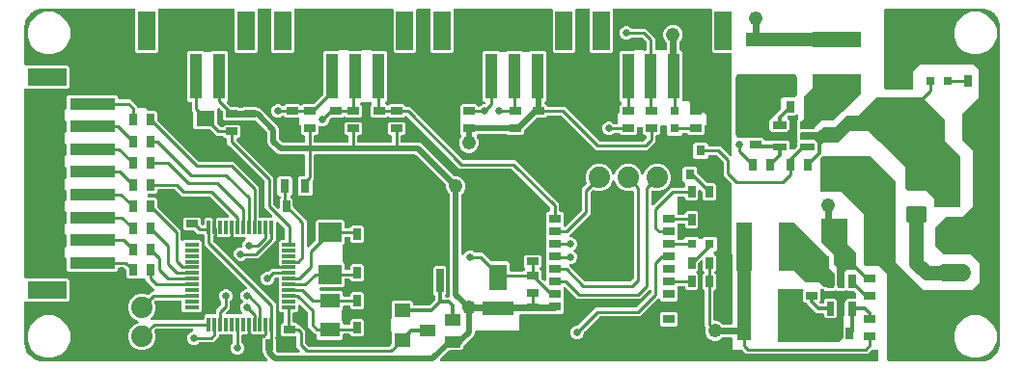
<source format=gtl>
G04 EAGLE Gerber RS-274X export*
G75*
%MOMM*%
%FSLAX25Y25*%
%LPD*%
%AMOC8*
5,1,8,0,0,1.08239X$1,22.5*%
G01*
%ADD10R,1.200000X0.300000*%
%ADD11R,0.300000X1.200000*%
%ADD12R,1.000000X0.800000*%
%ADD13R,3.700000X3.700000*%
%ADD14R,1.000000X0.650000*%
%ADD15C,0.060000*%
%ADD16R,0.650000X1.000000*%
%ADD17R,1.200000X1.400000*%
%ADD18R,1.300000X1.800000*%
%ADD19R,1.400000X4.200000*%
%ADD20R,1.400000X1.200000*%
%ADD21R,1.800000X1.300000*%
%ADD22R,4.200000X1.400000*%
%ADD23R,4.000000X1.000000*%
%ADD24R,3.400000X1.500000*%
%ADD25R,1.000000X4.000000*%
%ADD26R,1.500000X3.400000*%
%ADD27R,0.650000X2.100000*%
%ADD28R,2.000000X1.700000*%
%ADD29R,1.600000X1.400000*%
%ADD30R,0.800000X1.200000*%
%ADD31R,2.800000X1.300000*%
%ADD32R,1.400000X1.000000*%
%ADD33R,1.600000X2.300000*%
%ADD34C,1.879600*%
%ADD35R,0.800000X0.900000*%
%ADD36R,0.800000X0.800000*%
%ADD37C,1.524000*%
%ADD38R,3.000000X1.400000*%
%ADD39C,0.340000*%
%ADD40C,0.290000*%
%ADD41C,1.219200*%
%ADD42C,0.254000*%
%ADD43C,0.609600*%
%ADD44C,1.219200*%
%ADD45C,0.508000*%
%ADD46C,0.457200*%
%ADD47C,0.304800*%
%ADD48C,0.655600*%
%ADD49C,1.270000*%

G36*
X2160779Y38275D02*
X2160779Y38275D01*
X2162160Y38404D01*
X2162351Y38473D01*
X2162554Y38499D01*
X2163848Y39011D01*
X2165153Y39480D01*
X2165322Y39594D01*
X2165512Y39669D01*
X2166635Y40484D01*
X2167786Y41265D01*
X2167922Y41418D01*
X2168086Y41538D01*
X2168974Y42609D01*
X2169893Y43649D01*
X2169985Y43830D01*
X2170116Y43988D01*
X2170709Y45246D01*
X2171341Y46482D01*
X2171386Y46681D01*
X2171472Y46865D01*
X2171733Y48225D01*
X2172039Y49585D01*
X2172033Y49789D01*
X2172071Y49989D01*
X2171986Y51370D01*
X2171944Y52765D01*
X2171888Y52962D01*
X2171875Y53164D01*
X2171449Y54482D01*
X2171062Y55821D01*
X2170959Y55997D01*
X2170896Y56191D01*
X2170153Y57365D01*
X2169448Y58563D01*
X2169262Y58774D01*
X2169196Y58879D01*
X2169044Y59023D01*
X2168378Y59780D01*
X2158710Y69447D01*
X2158708Y69448D01*
X2142633Y85523D01*
X2134899Y104195D01*
X2134899Y104918D01*
X2134776Y105896D01*
X2134747Y106883D01*
X2134577Y107470D01*
X2134501Y108074D01*
X2134138Y108991D01*
X2133864Y109940D01*
X2133555Y110466D01*
X2133331Y111033D01*
X2132752Y111830D01*
X2132251Y112681D01*
X2131583Y113440D01*
X2131462Y113607D01*
X2131367Y113685D01*
X2131180Y113898D01*
X2127799Y117279D01*
X2127799Y238321D01*
X2144798Y255320D01*
X2145650Y256418D01*
X2146537Y257488D01*
X2146624Y257673D01*
X2146748Y257833D01*
X2147300Y259108D01*
X2147893Y260365D01*
X2147932Y260565D01*
X2148013Y260753D01*
X2148230Y262123D01*
X2148492Y263489D01*
X2148480Y263693D01*
X2148512Y263894D01*
X2148382Y265281D01*
X2148296Y266664D01*
X2148233Y266857D01*
X2148214Y267062D01*
X2147743Y268374D01*
X2147317Y269691D01*
X2147208Y269863D01*
X2147139Y270055D01*
X2146362Y271201D01*
X2145617Y272380D01*
X2145467Y272520D01*
X2145353Y272688D01*
X2144316Y273605D01*
X2143301Y274561D01*
X2143123Y274660D01*
X2142970Y274795D01*
X2141735Y275426D01*
X2140516Y276099D01*
X2140318Y276150D01*
X2140137Y276243D01*
X2138783Y276548D01*
X2137437Y276896D01*
X2137155Y276914D01*
X2137034Y276941D01*
X2136825Y276935D01*
X2135819Y276999D01*
X2029878Y276999D01*
X2014379Y292498D01*
X2013443Y293225D01*
X2012551Y294013D01*
X2012188Y294198D01*
X2011866Y294448D01*
X2010776Y294920D01*
X2009718Y295461D01*
X2009320Y295551D01*
X2008947Y295712D01*
X2007776Y295898D01*
X2006614Y296160D01*
X2006206Y296148D01*
X2005805Y296211D01*
X2004626Y296101D01*
X2003435Y296065D01*
X2003042Y295952D01*
X2002638Y295914D01*
X2001520Y295513D01*
X2000378Y295183D01*
X2000028Y294977D01*
X1999644Y294839D01*
X1998660Y294171D01*
X1997637Y293569D01*
X1997183Y293169D01*
X1997011Y293053D01*
X1996874Y292898D01*
X1996420Y292498D01*
X1980921Y276999D01*
X1956200Y276999D01*
X1955020Y276850D01*
X1953835Y276777D01*
X1953448Y276652D01*
X1953044Y276601D01*
X1951938Y276163D01*
X1950808Y275798D01*
X1950464Y275580D01*
X1950086Y275431D01*
X1949126Y274734D01*
X1948120Y274098D01*
X1947840Y273800D01*
X1947511Y273562D01*
X1946754Y272648D01*
X1945939Y271783D01*
X1945742Y271426D01*
X1945482Y271112D01*
X1944975Y270038D01*
X1944401Y268998D01*
X1944299Y268603D01*
X1944125Y268235D01*
X1943902Y267070D01*
X1943604Y265918D01*
X1943565Y265313D01*
X1943526Y265111D01*
X1943539Y264905D01*
X1943500Y264300D01*
X1943500Y201439D01*
X1943624Y200462D01*
X1943653Y199474D01*
X1943823Y198888D01*
X1943899Y198283D01*
X1944261Y197368D01*
X1944535Y196418D01*
X1944845Y195891D01*
X1945069Y195325D01*
X1945649Y194526D01*
X1946149Y193677D01*
X1946816Y192919D01*
X1946938Y192751D01*
X1947033Y192671D01*
X1947220Y192459D01*
X1954322Y185357D01*
X1963180Y163972D01*
X1963180Y140828D01*
X1954322Y119443D01*
X1937957Y103078D01*
X1916572Y94219D01*
X1893428Y94219D01*
X1872043Y103078D01*
X1855678Y119443D01*
X1846819Y140828D01*
X1846819Y163972D01*
X1855678Y185357D01*
X1863580Y193259D01*
X1864183Y194037D01*
X1864861Y194757D01*
X1865156Y195291D01*
X1865530Y195773D01*
X1865921Y196677D01*
X1866399Y197542D01*
X1866552Y198133D01*
X1866794Y198692D01*
X1866948Y199664D01*
X1867196Y200621D01*
X1867260Y201629D01*
X1867293Y201833D01*
X1867281Y201956D01*
X1867299Y202239D01*
X1867299Y264300D01*
X1867150Y265480D01*
X1867077Y266664D01*
X1866952Y267051D01*
X1866901Y267456D01*
X1866463Y268562D01*
X1866098Y269691D01*
X1865880Y270036D01*
X1865731Y270414D01*
X1865034Y271373D01*
X1864398Y272380D01*
X1864100Y272660D01*
X1863862Y272988D01*
X1862948Y273745D01*
X1862083Y274561D01*
X1861726Y274758D01*
X1861412Y275018D01*
X1860338Y275524D01*
X1859298Y276099D01*
X1858903Y276201D01*
X1858535Y276374D01*
X1857370Y276598D01*
X1856218Y276896D01*
X1855613Y276935D01*
X1855411Y276973D01*
X1855205Y276961D01*
X1854600Y276999D01*
X1756200Y276999D01*
X1755020Y276850D01*
X1753835Y276777D01*
X1753448Y276652D01*
X1753044Y276601D01*
X1751938Y276163D01*
X1750808Y275798D01*
X1750464Y275580D01*
X1750086Y275431D01*
X1749126Y274734D01*
X1748120Y274098D01*
X1747840Y273800D01*
X1747511Y273562D01*
X1746754Y272648D01*
X1745939Y271783D01*
X1745742Y271426D01*
X1745482Y271112D01*
X1744975Y270038D01*
X1744401Y268998D01*
X1744299Y268603D01*
X1744125Y268235D01*
X1743902Y267070D01*
X1743604Y265918D01*
X1743565Y265313D01*
X1743526Y265111D01*
X1743539Y264905D01*
X1743500Y264300D01*
X1743500Y254518D01*
X1692182Y203199D01*
X1573439Y203199D01*
X1572461Y203076D01*
X1571474Y203047D01*
X1570887Y202877D01*
X1570283Y202801D01*
X1569366Y202438D01*
X1568417Y202164D01*
X1567891Y201855D01*
X1567325Y201631D01*
X1566528Y201052D01*
X1565676Y200551D01*
X1564917Y199883D01*
X1564750Y199762D01*
X1564746Y199757D01*
X1564743Y199755D01*
X1564668Y199663D01*
X1564459Y199480D01*
X1556957Y191977D01*
X1535572Y183119D01*
X1512428Y183119D01*
X1491043Y191978D01*
X1474678Y208343D01*
X1465819Y229728D01*
X1465819Y252872D01*
X1474678Y274257D01*
X1491043Y290623D01*
X1513362Y299867D01*
X1513968Y300213D01*
X1514616Y300469D01*
X1515343Y300997D01*
X1516125Y301443D01*
X1516627Y301929D01*
X1517191Y302338D01*
X1517764Y303030D01*
X1518410Y303656D01*
X1518775Y304250D01*
X1519220Y304788D01*
X1519603Y305601D01*
X1520074Y306368D01*
X1520279Y307035D01*
X1520577Y307665D01*
X1520746Y308548D01*
X1521011Y309408D01*
X1521044Y310105D01*
X1521176Y310789D01*
X1521120Y311685D01*
X1521163Y312585D01*
X1521022Y313270D01*
X1520979Y313964D01*
X1520703Y314818D01*
X1520521Y315701D01*
X1520215Y316329D01*
X1520000Y316991D01*
X1519520Y317751D01*
X1519125Y318559D01*
X1518673Y319090D01*
X1518300Y319680D01*
X1517645Y320297D01*
X1517062Y320981D01*
X1516492Y321383D01*
X1515985Y321861D01*
X1515198Y322296D01*
X1514462Y322814D01*
X1513810Y323062D01*
X1513200Y323399D01*
X1512330Y323624D01*
X1511488Y323943D01*
X1510795Y324021D01*
X1510120Y324196D01*
X1508502Y324299D01*
X1196242Y324299D01*
X1195264Y324176D01*
X1194277Y324147D01*
X1193690Y323977D01*
X1193086Y323901D01*
X1192170Y323538D01*
X1191221Y323265D01*
X1190695Y322955D01*
X1190128Y322731D01*
X1189331Y322152D01*
X1188479Y321651D01*
X1187720Y320983D01*
X1187553Y320862D01*
X1187475Y320768D01*
X1187262Y320580D01*
X1179952Y313270D01*
X1179773Y313039D01*
X1179550Y312850D01*
X1178799Y311784D01*
X1178002Y310756D01*
X1177886Y310489D01*
X1177717Y310250D01*
X1177254Y309030D01*
X1176738Y307837D01*
X1176692Y307549D01*
X1176588Y307276D01*
X1176443Y305979D01*
X1176238Y304696D01*
X1176266Y304405D01*
X1176233Y304114D01*
X1176414Y302825D01*
X1176536Y301528D01*
X1176634Y301253D01*
X1176675Y300964D01*
X1177198Y299430D01*
X1186180Y277746D01*
X1186180Y230254D01*
X1168006Y186376D01*
X1134424Y152794D01*
X1090546Y134619D01*
X1043054Y134619D01*
X999176Y152794D01*
X965594Y186376D01*
X947419Y230254D01*
X947419Y277746D01*
X965594Y321624D01*
X999176Y355206D01*
X1033123Y369267D01*
X1033725Y369610D01*
X1034338Y369853D01*
X1034880Y370246D01*
X1035559Y370605D01*
X1035710Y370742D01*
X1035887Y370843D01*
X1036439Y371378D01*
X1036913Y371722D01*
X1037292Y372179D01*
X1037913Y372744D01*
X1038026Y372915D01*
X1038172Y373056D01*
X1038610Y373771D01*
X1038942Y374171D01*
X1039167Y374648D01*
X1039663Y375401D01*
X1039729Y375595D01*
X1039835Y375768D01*
X1040101Y376630D01*
X1040298Y377049D01*
X1040387Y377508D01*
X1040696Y378410D01*
X1040713Y378613D01*
X1040773Y378808D01*
X1040818Y379758D01*
X1040898Y380173D01*
X1040871Y380598D01*
X1040950Y381581D01*
X1040915Y381782D01*
X1040925Y381985D01*
X1040726Y382951D01*
X1040701Y383348D01*
X1040578Y383728D01*
X1040408Y384715D01*
X1040324Y384901D01*
X1040283Y385101D01*
X1039843Y386002D01*
X1039722Y386375D01*
X1039512Y386707D01*
X1039103Y387617D01*
X1038977Y387775D01*
X1038887Y387959D01*
X1038240Y388719D01*
X1038022Y389063D01*
X1037726Y389342D01*
X1037119Y390103D01*
X1036956Y390225D01*
X1036824Y390381D01*
X1036026Y390943D01*
X1035707Y391244D01*
X1035327Y391454D01*
X1034579Y392018D01*
X1034325Y392143D01*
X1034224Y392214D01*
X1034030Y392288D01*
X1033123Y392733D01*
X999176Y406794D01*
X965594Y440376D01*
X947419Y484254D01*
X947419Y531746D01*
X965594Y575624D01*
X999176Y609206D01*
X1043054Y627380D01*
X1090546Y627380D01*
X1112230Y618398D01*
X1112513Y618321D01*
X1112772Y618188D01*
X1114040Y617903D01*
X1115298Y617559D01*
X1115591Y617554D01*
X1115875Y617490D01*
X1117176Y617529D01*
X1118479Y617508D01*
X1118763Y617576D01*
X1119055Y617585D01*
X1120306Y617946D01*
X1121573Y618249D01*
X1121831Y618386D01*
X1122112Y618467D01*
X1123235Y619128D01*
X1124385Y619736D01*
X1124601Y619933D01*
X1124853Y620081D01*
X1126070Y621152D01*
X1129380Y624463D01*
X1129381Y624464D01*
X1155418Y650500D01*
X1169958Y650500D01*
X1171339Y650675D01*
X1172720Y650804D01*
X1172912Y650873D01*
X1173114Y650899D01*
X1174404Y651409D01*
X1175714Y651879D01*
X1175883Y651994D01*
X1176073Y652069D01*
X1177193Y652882D01*
X1178347Y653665D01*
X1178483Y653818D01*
X1178647Y653938D01*
X1179532Y655006D01*
X1180453Y656049D01*
X1180546Y656230D01*
X1180676Y656388D01*
X1181270Y657646D01*
X1181901Y658881D01*
X1181946Y659080D01*
X1182033Y659265D01*
X1182294Y660628D01*
X1182600Y661985D01*
X1182594Y662189D01*
X1182632Y662389D01*
X1182547Y663770D01*
X1182505Y665165D01*
X1182448Y665362D01*
X1182436Y665564D01*
X1182009Y666883D01*
X1181623Y668221D01*
X1181519Y668397D01*
X1181457Y668591D01*
X1180711Y669769D01*
X1180009Y670962D01*
X1179823Y671173D01*
X1179756Y671279D01*
X1179603Y671423D01*
X1178938Y672180D01*
X1151980Y699138D01*
X1151978Y699139D01*
X1106199Y744918D01*
X1106199Y749300D01*
X1106050Y750480D01*
X1105977Y751664D01*
X1105852Y752051D01*
X1105801Y752456D01*
X1105363Y753562D01*
X1104998Y754691D01*
X1104780Y755036D01*
X1104631Y755414D01*
X1103934Y756373D01*
X1103298Y757380D01*
X1103000Y757660D01*
X1102762Y757988D01*
X1101848Y758745D01*
X1100983Y759561D01*
X1100626Y759758D01*
X1100312Y760018D01*
X1099238Y760524D01*
X1098198Y761099D01*
X1097803Y761201D01*
X1097435Y761374D01*
X1096270Y761598D01*
X1095118Y761896D01*
X1094513Y761935D01*
X1094311Y761973D01*
X1094105Y761961D01*
X1093500Y761999D01*
X1029127Y761999D01*
X1028926Y762052D01*
X1028368Y762293D01*
X1027393Y762448D01*
X1026436Y762696D01*
X1025432Y762760D01*
X1025227Y762793D01*
X1025103Y762781D01*
X1024818Y762799D01*
X946278Y762799D01*
X931399Y777678D01*
X931399Y836958D01*
X931276Y837935D01*
X931247Y838923D01*
X931077Y839509D01*
X931001Y840114D01*
X930639Y841029D01*
X930365Y841979D01*
X930055Y842506D01*
X929831Y843072D01*
X929252Y843870D01*
X928751Y844720D01*
X928084Y845478D01*
X927962Y845646D01*
X927866Y845726D01*
X927680Y845938D01*
X914238Y859380D01*
X913460Y859983D01*
X912740Y860661D01*
X912206Y860956D01*
X911724Y861330D01*
X910820Y861721D01*
X909955Y862199D01*
X909363Y862352D01*
X908805Y862594D01*
X907833Y862748D01*
X906876Y862996D01*
X905868Y863060D01*
X905663Y863093D01*
X905541Y863081D01*
X905258Y863099D01*
X873100Y863099D01*
X871920Y862950D01*
X870735Y862877D01*
X870348Y862752D01*
X869944Y862701D01*
X868838Y862263D01*
X867708Y861898D01*
X867364Y861680D01*
X866986Y861531D01*
X866026Y860834D01*
X865020Y860198D01*
X864740Y859900D01*
X864411Y859662D01*
X863654Y858748D01*
X862839Y857883D01*
X862642Y857526D01*
X862382Y857212D01*
X861875Y856138D01*
X861301Y855098D01*
X861199Y854703D01*
X861025Y854335D01*
X860802Y853170D01*
X860504Y852018D01*
X860465Y851413D01*
X860426Y851211D01*
X860439Y851005D01*
X860400Y850400D01*
X860400Y840678D01*
X845522Y825799D01*
X424478Y825799D01*
X409599Y840678D01*
X409599Y933518D01*
X409476Y934496D01*
X409447Y935483D01*
X409277Y936070D01*
X409201Y936674D01*
X408838Y937592D01*
X408564Y938540D01*
X408255Y939065D01*
X408031Y939633D01*
X407452Y940430D01*
X406951Y941281D01*
X406283Y942040D01*
X406162Y942207D01*
X406067Y942285D01*
X405880Y942498D01*
X393699Y954678D01*
X393699Y1039221D01*
X405880Y1051401D01*
X406484Y1052180D01*
X407161Y1052899D01*
X407456Y1053433D01*
X407830Y1053915D01*
X408222Y1054819D01*
X408699Y1055684D01*
X408852Y1056275D01*
X409094Y1056834D01*
X409248Y1057807D01*
X409496Y1058763D01*
X409560Y1059772D01*
X409593Y1059976D01*
X409581Y1060098D01*
X409599Y1060381D01*
X409599Y1136718D01*
X409476Y1137696D01*
X409447Y1138683D01*
X409277Y1139270D01*
X409201Y1139874D01*
X408838Y1140792D01*
X408564Y1141740D01*
X408255Y1142265D01*
X408031Y1142833D01*
X407452Y1143630D01*
X406951Y1144481D01*
X406283Y1145240D01*
X406162Y1145407D01*
X406067Y1145485D01*
X405880Y1145698D01*
X393699Y1157878D01*
X393699Y1242421D01*
X405880Y1254601D01*
X406484Y1255380D01*
X407161Y1256099D01*
X407456Y1256633D01*
X407830Y1257115D01*
X408222Y1258019D01*
X408699Y1258884D01*
X408852Y1259475D01*
X409094Y1260034D01*
X409248Y1261007D01*
X409496Y1261963D01*
X409560Y1262972D01*
X409593Y1263176D01*
X409581Y1263298D01*
X409599Y1263581D01*
X409599Y1339918D01*
X409476Y1340896D01*
X409447Y1341883D01*
X409277Y1342470D01*
X409201Y1343074D01*
X408838Y1343992D01*
X408564Y1344940D01*
X408255Y1345465D01*
X408031Y1346033D01*
X407452Y1346830D01*
X406951Y1347681D01*
X406283Y1348440D01*
X406162Y1348607D01*
X406067Y1348685D01*
X405880Y1348898D01*
X393699Y1361078D01*
X393699Y1445621D01*
X405880Y1457801D01*
X406484Y1458580D01*
X407161Y1459299D01*
X407456Y1459833D01*
X407830Y1460315D01*
X408222Y1461219D01*
X408699Y1462084D01*
X408852Y1462675D01*
X409094Y1463234D01*
X409248Y1464207D01*
X409496Y1465163D01*
X409560Y1466172D01*
X409593Y1466376D01*
X409581Y1466498D01*
X409599Y1466781D01*
X409599Y1530418D01*
X409476Y1531396D01*
X409447Y1532383D01*
X409277Y1532970D01*
X409201Y1533574D01*
X408838Y1534492D01*
X408564Y1535440D01*
X408255Y1535965D01*
X408031Y1536533D01*
X407452Y1537330D01*
X406951Y1538181D01*
X406283Y1538940D01*
X406162Y1539107D01*
X406067Y1539185D01*
X405880Y1539398D01*
X393699Y1551578D01*
X393699Y1636121D01*
X405880Y1648301D01*
X406484Y1649080D01*
X407161Y1649799D01*
X407456Y1650333D01*
X407830Y1650815D01*
X408222Y1651719D01*
X408699Y1652584D01*
X408852Y1653175D01*
X409094Y1653734D01*
X409248Y1654707D01*
X409496Y1655663D01*
X409560Y1656672D01*
X409593Y1656876D01*
X409581Y1656998D01*
X409599Y1657281D01*
X409599Y1733618D01*
X409476Y1734596D01*
X409447Y1735583D01*
X409277Y1736170D01*
X409201Y1736774D01*
X408838Y1737692D01*
X408564Y1738640D01*
X408255Y1739165D01*
X408031Y1739733D01*
X407452Y1740530D01*
X406951Y1741381D01*
X406283Y1742140D01*
X406162Y1742307D01*
X406067Y1742385D01*
X405880Y1742598D01*
X393699Y1754778D01*
X393699Y1839321D01*
X405880Y1851501D01*
X406484Y1852280D01*
X407161Y1852999D01*
X407456Y1853533D01*
X407830Y1854015D01*
X408222Y1854919D01*
X408699Y1855784D01*
X408852Y1856375D01*
X409094Y1856934D01*
X409248Y1857904D01*
X409496Y1858863D01*
X409560Y1859872D01*
X409593Y1860076D01*
X409581Y1860198D01*
X409599Y1860481D01*
X409599Y1936818D01*
X409476Y1937796D01*
X409447Y1938783D01*
X409277Y1939370D01*
X409201Y1939974D01*
X408838Y1940892D01*
X408564Y1941840D01*
X408255Y1942365D01*
X408031Y1942933D01*
X407452Y1943730D01*
X406951Y1944581D01*
X406283Y1945340D01*
X406162Y1945507D01*
X406067Y1945585D01*
X405880Y1945798D01*
X393699Y1957978D01*
X393699Y2042521D01*
X405880Y2054701D01*
X406484Y2055480D01*
X407161Y2056199D01*
X407456Y2056733D01*
X407830Y2057215D01*
X408222Y2058119D01*
X408699Y2058984D01*
X408852Y2059575D01*
X409094Y2060134D01*
X409248Y2061107D01*
X409496Y2062063D01*
X409560Y2063072D01*
X409593Y2063276D01*
X409581Y2063398D01*
X409599Y2063681D01*
X409599Y2140018D01*
X409476Y2140996D01*
X409447Y2141983D01*
X409277Y2142570D01*
X409201Y2143174D01*
X408838Y2144092D01*
X408564Y2145040D01*
X408255Y2145565D01*
X408031Y2146133D01*
X407452Y2146930D01*
X406951Y2147781D01*
X406283Y2148540D01*
X406162Y2148707D01*
X406067Y2148785D01*
X405880Y2148998D01*
X393699Y2161178D01*
X393699Y2245721D01*
X405880Y2257901D01*
X406484Y2258680D01*
X407161Y2259399D01*
X407456Y2259933D01*
X407830Y2260415D01*
X408222Y2261319D01*
X408699Y2262184D01*
X408852Y2262775D01*
X409094Y2263334D01*
X409248Y2264307D01*
X409496Y2265263D01*
X409560Y2266272D01*
X409593Y2266476D01*
X409581Y2266598D01*
X409599Y2266881D01*
X409599Y2361722D01*
X424478Y2376600D01*
X845522Y2376600D01*
X860400Y2361722D01*
X860400Y2352000D01*
X860549Y2350820D01*
X860623Y2349635D01*
X860748Y2349248D01*
X860799Y2348844D01*
X861236Y2347738D01*
X861602Y2346608D01*
X861819Y2346264D01*
X861969Y2345886D01*
X862665Y2344926D01*
X863302Y2343920D01*
X863599Y2343640D01*
X863838Y2343311D01*
X864751Y2342554D01*
X865617Y2341739D01*
X865973Y2341542D01*
X866288Y2341282D01*
X867362Y2340775D01*
X868402Y2340201D01*
X868797Y2340099D01*
X869165Y2339925D01*
X870330Y2339702D01*
X871482Y2339404D01*
X872087Y2339365D01*
X872289Y2339326D01*
X872495Y2339339D01*
X873100Y2339300D01*
X965782Y2339300D01*
X1027400Y2277682D01*
X1027400Y2273300D01*
X1027549Y2272120D01*
X1027623Y2270935D01*
X1027748Y2270548D01*
X1027799Y2270144D01*
X1028236Y2269038D01*
X1028602Y2267908D01*
X1028819Y2267564D01*
X1028969Y2267186D01*
X1029665Y2266226D01*
X1030302Y2265220D01*
X1030599Y2264940D01*
X1030838Y2264611D01*
X1031751Y2263854D01*
X1032617Y2263039D01*
X1032973Y2262842D01*
X1033288Y2262582D01*
X1034362Y2262075D01*
X1035402Y2261501D01*
X1035797Y2261399D01*
X1036165Y2261225D01*
X1037330Y2261002D01*
X1038482Y2260704D01*
X1039087Y2260665D01*
X1039289Y2260626D01*
X1039495Y2260639D01*
X1040100Y2260600D01*
X1102722Y2260600D01*
X1117772Y2245550D01*
X1117823Y2244735D01*
X1117948Y2244348D01*
X1117999Y2243944D01*
X1118436Y2242838D01*
X1118802Y2241708D01*
X1119019Y2241364D01*
X1119169Y2240986D01*
X1119865Y2240026D01*
X1120502Y2239020D01*
X1120799Y2238740D01*
X1121038Y2238411D01*
X1121951Y2237654D01*
X1122817Y2236839D01*
X1123173Y2236642D01*
X1123488Y2236382D01*
X1124562Y2235875D01*
X1125602Y2235301D01*
X1125997Y2235199D01*
X1126365Y2235025D01*
X1127530Y2234802D01*
X1128682Y2234504D01*
X1129287Y2234465D01*
X1129489Y2234426D01*
X1129695Y2234439D01*
X1130300Y2234400D01*
X1187322Y2234400D01*
X1202200Y2219522D01*
X1202200Y2158942D01*
X1202324Y2157964D01*
X1202353Y2156977D01*
X1202465Y2156590D01*
X1202468Y2156532D01*
X1202528Y2156348D01*
X1202599Y2155786D01*
X1202961Y2154870D01*
X1203235Y2153921D01*
X1203408Y2153627D01*
X1203448Y2153505D01*
X1203591Y2153278D01*
X1203769Y2152828D01*
X1204348Y2152030D01*
X1204849Y2151179D01*
X1205095Y2150900D01*
X1205148Y2150816D01*
X1205269Y2150702D01*
X1205516Y2150422D01*
X1205638Y2150253D01*
X1205733Y2150174D01*
X1205920Y2149962D01*
X1561462Y1794420D01*
X1562240Y1793817D01*
X1562959Y1793139D01*
X1563494Y1792844D01*
X1563975Y1792470D01*
X1564880Y1792078D01*
X1565744Y1791601D01*
X1566336Y1791448D01*
X1566895Y1791206D01*
X1567867Y1791052D01*
X1568824Y1790804D01*
X1569832Y1790739D01*
X1570036Y1790707D01*
X1570159Y1790718D01*
X1570442Y1790700D01*
X1869982Y1790700D01*
X2093500Y1567182D01*
X2093500Y1310500D01*
X2093649Y1309320D01*
X2093723Y1308135D01*
X2093848Y1307748D01*
X2093899Y1307344D01*
X2094336Y1306238D01*
X2094702Y1305108D01*
X2094919Y1304764D01*
X2095069Y1304386D01*
X2095765Y1303426D01*
X2096402Y1302420D01*
X2096699Y1302140D01*
X2096938Y1301811D01*
X2097851Y1301054D01*
X2098717Y1300239D01*
X2099073Y1300042D01*
X2099388Y1299782D01*
X2100462Y1299275D01*
X2101502Y1298701D01*
X2101897Y1298599D01*
X2102265Y1298425D01*
X2103430Y1298202D01*
X2104582Y1297904D01*
X2105187Y1297865D01*
X2105389Y1297826D01*
X2105595Y1297839D01*
X2106200Y1297800D01*
X2199058Y1297800D01*
X2200440Y1297975D01*
X2201820Y1298104D01*
X2202012Y1298173D01*
X2202214Y1298199D01*
X2203505Y1298709D01*
X2204814Y1299179D01*
X2204983Y1299294D01*
X2205173Y1299369D01*
X2206293Y1300182D01*
X2207447Y1300965D01*
X2207583Y1301118D01*
X2207747Y1301238D01*
X2208632Y1302306D01*
X2209553Y1303349D01*
X2209646Y1303530D01*
X2209776Y1303688D01*
X2210370Y1304946D01*
X2211001Y1306181D01*
X2211046Y1306380D01*
X2211133Y1306565D01*
X2211394Y1307927D01*
X2211700Y1309285D01*
X2211693Y1309489D01*
X2211732Y1309689D01*
X2211647Y1311070D01*
X2211605Y1312464D01*
X2211548Y1312661D01*
X2211536Y1312864D01*
X2211109Y1314184D01*
X2210723Y1315521D01*
X2210619Y1315697D01*
X2210557Y1315891D01*
X2209811Y1317069D01*
X2209109Y1318262D01*
X2208923Y1318473D01*
X2208856Y1318579D01*
X2208703Y1318724D01*
X2208038Y1319479D01*
X2146299Y1381218D01*
X2146299Y1617258D01*
X2146176Y1618236D01*
X2146147Y1619223D01*
X2145977Y1619810D01*
X2145901Y1620414D01*
X2145539Y1621330D01*
X2145265Y1622279D01*
X2144955Y1622806D01*
X2144731Y1623372D01*
X2144152Y1624170D01*
X2143651Y1625021D01*
X2142984Y1625778D01*
X2142862Y1625947D01*
X2142766Y1626026D01*
X2142580Y1626238D01*
X1842138Y1926680D01*
X1842137Y1926681D01*
X1816099Y1952718D01*
X1816099Y1985500D01*
X1815950Y1986680D01*
X1815877Y1987864D01*
X1815752Y1988251D01*
X1815701Y1988656D01*
X1815263Y1989762D01*
X1814898Y1990891D01*
X1814680Y1991236D01*
X1814531Y1991614D01*
X1813834Y1992573D01*
X1813198Y1993580D01*
X1812900Y1993860D01*
X1812662Y1994188D01*
X1811748Y1994945D01*
X1810883Y1995761D01*
X1810526Y1995958D01*
X1810212Y1996218D01*
X1809138Y1996724D01*
X1808098Y1997299D01*
X1807703Y1997401D01*
X1807335Y1997574D01*
X1806170Y1997798D01*
X1805018Y1998096D01*
X1804413Y1998135D01*
X1804211Y1998173D01*
X1804005Y1998161D01*
X1803400Y1998199D01*
X1793678Y1998199D01*
X1777598Y2014280D01*
X1776820Y2014883D01*
X1776101Y2015561D01*
X1775566Y2015856D01*
X1775085Y2016230D01*
X1774180Y2016621D01*
X1773316Y2017099D01*
X1772724Y2017252D01*
X1772165Y2017494D01*
X1771193Y2017648D01*
X1770236Y2017896D01*
X1769228Y2017960D01*
X1769024Y2017993D01*
X1768901Y2017981D01*
X1768618Y2017999D01*
X1725718Y2017999D01*
X1670838Y2072880D01*
X1670060Y2073483D01*
X1669340Y2074161D01*
X1668806Y2074456D01*
X1668324Y2074830D01*
X1667420Y2075221D01*
X1666555Y2075699D01*
X1665963Y2075852D01*
X1665405Y2076094D01*
X1664433Y2076248D01*
X1663476Y2076496D01*
X1662468Y2076560D01*
X1662263Y2076593D01*
X1662141Y2076581D01*
X1661858Y2076599D01*
X1535078Y2076599D01*
X1520199Y2091478D01*
X1520199Y2218258D01*
X1520076Y2219236D01*
X1520047Y2220223D01*
X1519877Y2220810D01*
X1519801Y2221414D01*
X1519438Y2222332D01*
X1519164Y2223279D01*
X1518855Y2223805D01*
X1518631Y2224372D01*
X1518052Y2225170D01*
X1517551Y2226021D01*
X1516883Y2226780D01*
X1516762Y2226947D01*
X1516667Y2227025D01*
X1516480Y2227238D01*
X1508099Y2235618D01*
X1508099Y2301900D01*
X1507950Y2303080D01*
X1507877Y2304264D01*
X1507752Y2304651D01*
X1507701Y2305056D01*
X1507263Y2306162D01*
X1506898Y2307291D01*
X1506680Y2307636D01*
X1506531Y2308014D01*
X1505834Y2308973D01*
X1505198Y2309980D01*
X1504900Y2310260D01*
X1504662Y2310588D01*
X1503748Y2311345D01*
X1502883Y2312161D01*
X1502526Y2312358D01*
X1502212Y2312618D01*
X1501138Y2313124D01*
X1500098Y2313699D01*
X1499703Y2313801D01*
X1499335Y2313974D01*
X1498170Y2314198D01*
X1497018Y2314496D01*
X1496413Y2314535D01*
X1496211Y2314573D01*
X1496005Y2314561D01*
X1495400Y2314599D01*
X1485678Y2314599D01*
X1470799Y2329478D01*
X1470799Y2750522D01*
X1485678Y2765400D01*
X1606722Y2765400D01*
X1612502Y2759620D01*
X1613280Y2759017D01*
X1613999Y2758339D01*
X1614533Y2758044D01*
X1615015Y2757670D01*
X1615919Y2757278D01*
X1616784Y2756801D01*
X1617376Y2756648D01*
X1617934Y2756406D01*
X1618907Y2756252D01*
X1619864Y2756004D01*
X1620872Y2755939D01*
X1621076Y2755907D01*
X1621199Y2755918D01*
X1621482Y2755900D01*
X1670918Y2755900D01*
X1671896Y2756024D01*
X1672883Y2756053D01*
X1673470Y2756223D01*
X1674074Y2756299D01*
X1674990Y2756661D01*
X1675939Y2756935D01*
X1676466Y2757245D01*
X1677032Y2757469D01*
X1677830Y2758048D01*
X1678681Y2758549D01*
X1679438Y2759216D01*
X1679607Y2759338D01*
X1679686Y2759433D01*
X1679898Y2759620D01*
X1685678Y2765400D01*
X1806722Y2765400D01*
X1821600Y2750522D01*
X1821600Y2329478D01*
X1814632Y2322510D01*
X1813903Y2321572D01*
X1813117Y2320681D01*
X1812931Y2320318D01*
X1812682Y2319997D01*
X1812209Y2318906D01*
X1811669Y2317848D01*
X1811579Y2317451D01*
X1811418Y2317078D01*
X1811231Y2315906D01*
X1810970Y2314745D01*
X1810982Y2314337D01*
X1810918Y2313936D01*
X1811029Y2312754D01*
X1811065Y2311565D01*
X1811178Y2311174D01*
X1811216Y2310768D01*
X1811618Y2309648D01*
X1811947Y2308509D01*
X1812153Y2308158D01*
X1812291Y2307775D01*
X1812958Y2306791D01*
X1813561Y2305768D01*
X1813961Y2305313D01*
X1814077Y2305142D01*
X1814231Y2305005D01*
X1814632Y2304550D01*
X1846462Y2272720D01*
X1847241Y2272116D01*
X1847959Y2271439D01*
X1848494Y2271143D01*
X1848976Y2270770D01*
X1849880Y2270378D01*
X1850744Y2269901D01*
X1851335Y2269748D01*
X1851895Y2269506D01*
X1852869Y2269351D01*
X1853824Y2269104D01*
X1854833Y2269039D01*
X1855037Y2269007D01*
X1855159Y2269018D01*
X1855442Y2269000D01*
X1915213Y2269000D01*
X1915535Y2268750D01*
X1916439Y2268358D01*
X1917304Y2267881D01*
X1917896Y2267728D01*
X1918454Y2267486D01*
X1919427Y2267332D01*
X1920384Y2267084D01*
X1921392Y2267019D01*
X1921596Y2266987D01*
X1921719Y2266998D01*
X1922002Y2266980D01*
X1951498Y2266980D01*
X1952476Y2267104D01*
X1953463Y2267133D01*
X1954050Y2267303D01*
X1954654Y2267379D01*
X1955570Y2267741D01*
X1956519Y2268015D01*
X1957046Y2268325D01*
X1957612Y2268549D01*
X1958234Y2269000D01*
X2079822Y2269000D01*
X2083202Y2265620D01*
X2083980Y2265017D01*
X2084699Y2264339D01*
X2085233Y2264044D01*
X2085715Y2263670D01*
X2086619Y2263278D01*
X2087484Y2262801D01*
X2088076Y2262648D01*
X2088634Y2262406D01*
X2089607Y2262252D01*
X2090564Y2262004D01*
X2091499Y2261944D01*
X2110277Y2254166D01*
X2265566Y2098877D01*
X2273300Y2080205D01*
X2273300Y1994803D01*
X2273424Y1993825D01*
X2273453Y1992838D01*
X2273623Y1992251D01*
X2273699Y1991647D01*
X2274061Y1990731D01*
X2274335Y1989781D01*
X2274645Y1989255D01*
X2274869Y1988688D01*
X2275448Y1987891D01*
X2275949Y1987040D01*
X2276616Y1986283D01*
X2276738Y1986114D01*
X2276833Y1986035D01*
X2277020Y1985823D01*
X2303323Y1959520D01*
X2304101Y1958917D01*
X2304820Y1958239D01*
X2305354Y1957944D01*
X2305836Y1957570D01*
X2306740Y1957178D01*
X2307605Y1956701D01*
X2308197Y1956548D01*
X2308755Y1956306D01*
X2309728Y1956152D01*
X2310685Y1955904D01*
X2311693Y1955839D01*
X2311897Y1955807D01*
X2312020Y1955818D01*
X2312303Y1955800D01*
X2489200Y1955800D01*
X2490380Y1955949D01*
X2491564Y1956023D01*
X2491951Y1956148D01*
X2492356Y1956199D01*
X2493462Y1956636D01*
X2494591Y1957002D01*
X2494936Y1957219D01*
X2495314Y1957369D01*
X2496273Y1958065D01*
X2497280Y1958702D01*
X2497560Y1958999D01*
X2497888Y1959238D01*
X2498645Y1960151D01*
X2499461Y1961017D01*
X2499658Y1961373D01*
X2499918Y1961688D01*
X2500424Y1962762D01*
X2500999Y1963802D01*
X2501101Y1964197D01*
X2501274Y1964565D01*
X2501498Y1965730D01*
X2501796Y1966882D01*
X2501835Y1967487D01*
X2501873Y1967689D01*
X2501861Y1967895D01*
X2501899Y1968500D01*
X2501899Y2010900D01*
X2501750Y2012080D01*
X2501677Y2013264D01*
X2501552Y2013651D01*
X2501501Y2014056D01*
X2501063Y2015162D01*
X2500698Y2016291D01*
X2500480Y2016636D01*
X2500331Y2017014D01*
X2499634Y2017973D01*
X2498998Y2018980D01*
X2498700Y2019260D01*
X2498462Y2019588D01*
X2497548Y2020345D01*
X2496683Y2021161D01*
X2496326Y2021358D01*
X2496012Y2021618D01*
X2494938Y2022124D01*
X2493898Y2022699D01*
X2493503Y2022801D01*
X2493135Y2022974D01*
X2491970Y2023198D01*
X2490818Y2023496D01*
X2490213Y2023535D01*
X2490011Y2023573D01*
X2489805Y2023561D01*
X2489200Y2023599D01*
X2479478Y2023599D01*
X2464599Y2038478D01*
X2464599Y2104318D01*
X2464476Y2105296D01*
X2464447Y2106283D01*
X2464277Y2106870D01*
X2464201Y2107474D01*
X2463839Y2108390D01*
X2463565Y2109339D01*
X2463255Y2109866D01*
X2463031Y2110432D01*
X2462452Y2111230D01*
X2461951Y2112081D01*
X2461284Y2112838D01*
X2461162Y2113007D01*
X2461066Y2113086D01*
X2460880Y2113298D01*
X2451099Y2123078D01*
X2451099Y2165900D01*
X2450950Y2167080D01*
X2450877Y2168264D01*
X2450752Y2168651D01*
X2450701Y2169056D01*
X2450263Y2170162D01*
X2449898Y2171291D01*
X2449680Y2171636D01*
X2449531Y2172014D01*
X2448834Y2172973D01*
X2448198Y2173980D01*
X2447900Y2174260D01*
X2447662Y2174588D01*
X2446748Y2175345D01*
X2445883Y2176161D01*
X2445526Y2176358D01*
X2445212Y2176618D01*
X2444138Y2177124D01*
X2443098Y2177699D01*
X2442703Y2177801D01*
X2442335Y2177974D01*
X2441170Y2178198D01*
X2440018Y2178496D01*
X2439413Y2178535D01*
X2439211Y2178573D01*
X2439005Y2178561D01*
X2438400Y2178599D01*
X2327078Y2178599D01*
X2315658Y2190019D01*
X2314721Y2190747D01*
X2313829Y2191535D01*
X2313466Y2191720D01*
X2313145Y2191969D01*
X2312057Y2192441D01*
X2310997Y2192983D01*
X2310598Y2193072D01*
X2310226Y2193233D01*
X2309056Y2193419D01*
X2307893Y2193681D01*
X2307485Y2193669D01*
X2307084Y2193733D01*
X2305905Y2193622D01*
X2304713Y2193586D01*
X2304321Y2193473D01*
X2303917Y2193435D01*
X2302800Y2193034D01*
X2301657Y2192704D01*
X2301306Y2192498D01*
X2300923Y2192360D01*
X2299939Y2191693D01*
X2298916Y2191090D01*
X2298461Y2190691D01*
X2298290Y2190574D01*
X2298153Y2190419D01*
X2297698Y2190019D01*
X2293557Y2185877D01*
X2272172Y2177019D01*
X2249028Y2177019D01*
X2227643Y2185878D01*
X2211278Y2202243D01*
X2202419Y2223628D01*
X2202419Y2246772D01*
X2211278Y2268157D01*
X2227643Y2284522D01*
X2249028Y2293380D01*
X2272172Y2293380D01*
X2293557Y2284523D01*
X2296398Y2281681D01*
X2297336Y2280953D01*
X2298228Y2280165D01*
X2298589Y2279980D01*
X2298912Y2279730D01*
X2300004Y2279257D01*
X2301060Y2278718D01*
X2301457Y2278628D01*
X2301831Y2278466D01*
X2303003Y2278280D01*
X2304163Y2278019D01*
X2304571Y2278031D01*
X2304973Y2277967D01*
X2306154Y2278078D01*
X2307343Y2278113D01*
X2307734Y2278226D01*
X2308140Y2278264D01*
X2309257Y2278666D01*
X2310400Y2278995D01*
X2310751Y2279202D01*
X2311134Y2279340D01*
X2312118Y2280007D01*
X2313141Y2280609D01*
X2313594Y2281008D01*
X2313767Y2281125D01*
X2313905Y2281282D01*
X2314358Y2281680D01*
X2327078Y2294400D01*
X2448122Y2294400D01*
X2454820Y2287702D01*
X2455759Y2286973D01*
X2456649Y2286187D01*
X2457011Y2286002D01*
X2457333Y2285752D01*
X2458423Y2285280D01*
X2459482Y2284738D01*
X2459880Y2284649D01*
X2460253Y2284488D01*
X2461423Y2284302D01*
X2462585Y2284040D01*
X2462993Y2284052D01*
X2463394Y2283988D01*
X2464574Y2284099D01*
X2465765Y2284135D01*
X2466158Y2284248D01*
X2466562Y2284286D01*
X2467679Y2284687D01*
X2468821Y2285017D01*
X2469172Y2285223D01*
X2469556Y2285361D01*
X2470540Y2286029D01*
X2471563Y2286631D01*
X2472017Y2287030D01*
X2472188Y2287147D01*
X2472325Y2287302D01*
X2472780Y2287702D01*
X2479478Y2294400D01*
X2565458Y2294400D01*
X2566435Y2294524D01*
X2567423Y2294553D01*
X2568009Y2294723D01*
X2568614Y2294799D01*
X2569529Y2295161D01*
X2570479Y2295435D01*
X2571006Y2295745D01*
X2571572Y2295969D01*
X2572370Y2296548D01*
X2573220Y2297049D01*
X2573978Y2297716D01*
X2574146Y2297838D01*
X2574226Y2297933D01*
X2574438Y2298120D01*
X2660880Y2384562D01*
X2661483Y2385340D01*
X2662161Y2386059D01*
X2662456Y2386594D01*
X2662830Y2387075D01*
X2663221Y2387980D01*
X2663699Y2388844D01*
X2663852Y2389436D01*
X2664094Y2389995D01*
X2664248Y2390967D01*
X2664496Y2391924D01*
X2664560Y2392932D01*
X2664593Y2393136D01*
X2664581Y2393259D01*
X2664599Y2393542D01*
X2664599Y2750522D01*
X2679478Y2765400D01*
X2787718Y2765400D01*
X2788696Y2765524D01*
X2789683Y2765553D01*
X2790270Y2765723D01*
X2790874Y2765799D01*
X2791790Y2766161D01*
X2792739Y2766435D01*
X2793266Y2766745D01*
X2793832Y2766969D01*
X2794630Y2767548D01*
X2795481Y2768049D01*
X2796107Y2768600D01*
X2880872Y2768600D01*
X2880980Y2768517D01*
X2881699Y2767839D01*
X2882233Y2767544D01*
X2882715Y2767170D01*
X2883619Y2766778D01*
X2884484Y2766301D01*
X2885076Y2766148D01*
X2885634Y2765906D01*
X2886607Y2765752D01*
X2887564Y2765504D01*
X2888572Y2765439D01*
X2888776Y2765407D01*
X2888899Y2765418D01*
X2889182Y2765400D01*
X2990918Y2765400D01*
X2991896Y2765524D01*
X2992883Y2765553D01*
X2993470Y2765723D01*
X2994074Y2765799D01*
X2994990Y2766161D01*
X2995939Y2766435D01*
X2996466Y2766745D01*
X2997032Y2766969D01*
X2997830Y2767548D01*
X2998681Y2768049D01*
X2999307Y2768600D01*
X3084071Y2768600D01*
X3084180Y2768516D01*
X3084899Y2767839D01*
X3085433Y2767544D01*
X3085914Y2767170D01*
X3086819Y2766779D01*
X3087684Y2766301D01*
X3088275Y2766148D01*
X3088833Y2765906D01*
X3089808Y2765751D01*
X3090763Y2765504D01*
X3091771Y2765439D01*
X3091975Y2765407D01*
X3092098Y2765418D01*
X3092381Y2765400D01*
X3200522Y2765400D01*
X3215400Y2750522D01*
X3215400Y2329478D01*
X3202001Y2316080D01*
X3201149Y2314982D01*
X3200263Y2313912D01*
X3200176Y2313727D01*
X3200051Y2313566D01*
X3199499Y2312292D01*
X3198907Y2311034D01*
X3198868Y2310834D01*
X3198787Y2310647D01*
X3198569Y2309276D01*
X3198308Y2307910D01*
X3198320Y2307707D01*
X3198288Y2307505D01*
X3198418Y2306118D01*
X3198504Y2304735D01*
X3198566Y2304543D01*
X3198585Y2304338D01*
X3199057Y2303025D01*
X3199483Y2301708D01*
X3199592Y2301536D01*
X3199661Y2301344D01*
X3200438Y2300198D01*
X3201183Y2299020D01*
X3201333Y2298879D01*
X3201446Y2298712D01*
X3202483Y2297795D01*
X3203498Y2296839D01*
X3203677Y2296740D01*
X3203830Y2296605D01*
X3205065Y2295974D01*
X3206283Y2295301D01*
X3206482Y2295250D01*
X3206663Y2295157D01*
X3208017Y2294852D01*
X3209363Y2294504D01*
X3209645Y2294486D01*
X3209766Y2294458D01*
X3209975Y2294465D01*
X3210063Y2294459D01*
X3216820Y2287702D01*
X3217759Y2286973D01*
X3218649Y2286187D01*
X3219011Y2286002D01*
X3219333Y2285752D01*
X3220423Y2285280D01*
X3221482Y2284738D01*
X3221880Y2284649D01*
X3222253Y2284488D01*
X3223423Y2284302D01*
X3224585Y2284040D01*
X3224993Y2284052D01*
X3225394Y2283988D01*
X3226574Y2284099D01*
X3227765Y2284135D01*
X3228158Y2284248D01*
X3228562Y2284286D01*
X3229679Y2284687D01*
X3230821Y2285017D01*
X3231172Y2285223D01*
X3231556Y2285361D01*
X3232540Y2286029D01*
X3233563Y2286631D01*
X3234017Y2287030D01*
X3234188Y2287147D01*
X3234325Y2287302D01*
X3234780Y2287702D01*
X3241478Y2294400D01*
X3362521Y2294400D01*
X3378601Y2278320D01*
X3379380Y2277716D01*
X3380099Y2277039D01*
X3380633Y2276744D01*
X3381115Y2276370D01*
X3382019Y2275978D01*
X3382884Y2275501D01*
X3383475Y2275348D01*
X3384034Y2275106D01*
X3385007Y2274951D01*
X3385963Y2274704D01*
X3386972Y2274639D01*
X3387176Y2274607D01*
X3387298Y2274618D01*
X3387581Y2274600D01*
X3418082Y2274600D01*
X3885562Y1807120D01*
X3886340Y1806517D01*
X3887059Y1805839D01*
X3887594Y1805544D01*
X3888075Y1805170D01*
X3888980Y1804778D01*
X3889844Y1804301D01*
X3890436Y1804148D01*
X3890995Y1803906D01*
X3891967Y1803752D01*
X3892924Y1803504D01*
X3893932Y1803439D01*
X3894136Y1803407D01*
X3894259Y1803418D01*
X3894542Y1803400D01*
X4346482Y1803400D01*
X4727700Y1422182D01*
X4727700Y1365100D01*
X4727849Y1363920D01*
X4727923Y1362735D01*
X4728048Y1362348D01*
X4728099Y1361944D01*
X4728536Y1360838D01*
X4728902Y1359708D01*
X4729119Y1359364D01*
X4729269Y1358986D01*
X4729967Y1358025D01*
X4730602Y1357020D01*
X4730899Y1356740D01*
X4731138Y1356411D01*
X4732051Y1355654D01*
X4732917Y1354839D01*
X4733273Y1354642D01*
X4733588Y1354382D01*
X4734662Y1353875D01*
X4735702Y1353301D01*
X4736097Y1353199D01*
X4736465Y1353025D01*
X4737630Y1352802D01*
X4738782Y1352504D01*
X4739387Y1352465D01*
X4739589Y1352426D01*
X4739795Y1352439D01*
X4740400Y1352400D01*
X4750122Y1352400D01*
X4765000Y1337522D01*
X4765000Y1230041D01*
X4765175Y1228659D01*
X4765304Y1227280D01*
X4765373Y1227088D01*
X4765399Y1226885D01*
X4765909Y1225594D01*
X4766379Y1224286D01*
X4766494Y1224116D01*
X4766569Y1223927D01*
X4767382Y1222807D01*
X4768165Y1221653D01*
X4768318Y1221517D01*
X4768438Y1221353D01*
X4769506Y1220468D01*
X4770549Y1219547D01*
X4770730Y1219454D01*
X4770888Y1219323D01*
X4772146Y1218730D01*
X4773381Y1218099D01*
X4773580Y1218054D01*
X4773765Y1217967D01*
X4775127Y1217706D01*
X4776485Y1217400D01*
X4776689Y1217406D01*
X4776889Y1217368D01*
X4778270Y1217453D01*
X4779664Y1217495D01*
X4779862Y1217552D01*
X4780064Y1217564D01*
X4781379Y1217989D01*
X4782721Y1218377D01*
X4782898Y1218481D01*
X4783091Y1218543D01*
X4784266Y1219286D01*
X4785462Y1219991D01*
X4785673Y1220176D01*
X4785779Y1220243D01*
X4785924Y1220397D01*
X4786679Y1221062D01*
X4923880Y1358262D01*
X4924483Y1359039D01*
X4925161Y1359759D01*
X4925457Y1360294D01*
X4925830Y1360776D01*
X4926221Y1361679D01*
X4926699Y1362544D01*
X4926852Y1363137D01*
X4927094Y1363695D01*
X4927248Y1364667D01*
X4927496Y1365624D01*
X4927560Y1366632D01*
X4927593Y1366836D01*
X4927581Y1366959D01*
X4927599Y1367242D01*
X4927599Y1552482D01*
X4966848Y1591730D01*
X4967027Y1591961D01*
X4967249Y1592150D01*
X4968000Y1593215D01*
X4968798Y1594243D01*
X4968914Y1594511D01*
X4969083Y1594750D01*
X4969546Y1595971D01*
X4970062Y1597163D01*
X4970108Y1597450D01*
X4970212Y1597724D01*
X4970358Y1599021D01*
X4970561Y1600304D01*
X4970534Y1600595D01*
X4970567Y1600885D01*
X4970385Y1602178D01*
X4970264Y1603472D01*
X4970165Y1603746D01*
X4970125Y1604036D01*
X4969601Y1605570D01*
X4960619Y1627254D01*
X4960619Y1674746D01*
X4978794Y1718624D01*
X5012376Y1752206D01*
X5056254Y1770380D01*
X5103746Y1770380D01*
X5147624Y1752206D01*
X5181206Y1718624D01*
X5195267Y1684676D01*
X5195956Y1683468D01*
X5196605Y1682241D01*
X5196742Y1682090D01*
X5196843Y1681913D01*
X5197811Y1680913D01*
X5198744Y1679887D01*
X5198914Y1679775D01*
X5199056Y1679628D01*
X5200245Y1678898D01*
X5201401Y1678138D01*
X5201593Y1678072D01*
X5201768Y1677964D01*
X5203098Y1677554D01*
X5204409Y1677103D01*
X5204613Y1677087D01*
X5204808Y1677027D01*
X5206193Y1676961D01*
X5207580Y1676850D01*
X5207781Y1676884D01*
X5207985Y1676875D01*
X5209348Y1677156D01*
X5210715Y1677392D01*
X5210900Y1677476D01*
X5211101Y1677517D01*
X5212355Y1678129D01*
X5213616Y1678697D01*
X5213775Y1678823D01*
X5213959Y1678913D01*
X5215021Y1679818D01*
X5216103Y1680681D01*
X5216225Y1680843D01*
X5216381Y1680976D01*
X5217182Y1682113D01*
X5218018Y1683221D01*
X5218143Y1683475D01*
X5218213Y1683576D01*
X5218287Y1683769D01*
X5218733Y1684676D01*
X5232794Y1718624D01*
X5266376Y1752206D01*
X5310254Y1770380D01*
X5357746Y1770380D01*
X5401624Y1752206D01*
X5435206Y1718624D01*
X5449267Y1684676D01*
X5449956Y1683468D01*
X5450605Y1682241D01*
X5450742Y1682090D01*
X5450843Y1681913D01*
X5451811Y1680913D01*
X5452744Y1679887D01*
X5452914Y1679775D01*
X5453056Y1679628D01*
X5454245Y1678898D01*
X5455401Y1678138D01*
X5455593Y1678072D01*
X5455768Y1677964D01*
X5457098Y1677554D01*
X5458409Y1677103D01*
X5458613Y1677087D01*
X5458808Y1677027D01*
X5460193Y1676961D01*
X5461580Y1676850D01*
X5461781Y1676884D01*
X5461985Y1676875D01*
X5463348Y1677156D01*
X5464715Y1677392D01*
X5464900Y1677476D01*
X5465101Y1677517D01*
X5466355Y1678129D01*
X5467616Y1678697D01*
X5467775Y1678823D01*
X5467959Y1678913D01*
X5469021Y1679818D01*
X5470103Y1680681D01*
X5470225Y1680843D01*
X5470381Y1680976D01*
X5471182Y1682113D01*
X5472018Y1683221D01*
X5472143Y1683475D01*
X5472213Y1683576D01*
X5472287Y1683769D01*
X5472733Y1684676D01*
X5486794Y1718624D01*
X5520376Y1752206D01*
X5564254Y1770380D01*
X5611746Y1770380D01*
X5655624Y1752206D01*
X5689206Y1718624D01*
X5707380Y1674746D01*
X5707380Y1627254D01*
X5689206Y1583376D01*
X5655624Y1549794D01*
X5611746Y1531619D01*
X5564253Y1531619D01*
X5554760Y1535552D01*
X5554283Y1535683D01*
X5553834Y1535894D01*
X5552754Y1536101D01*
X5551691Y1536392D01*
X5551196Y1536400D01*
X5550710Y1536493D01*
X5549613Y1536425D01*
X5548511Y1536443D01*
X5548029Y1536327D01*
X5547535Y1536297D01*
X5546488Y1535958D01*
X5545417Y1535701D01*
X5544980Y1535470D01*
X5544508Y1535318D01*
X5543577Y1534728D01*
X5542605Y1534214D01*
X5542239Y1533882D01*
X5541820Y1533617D01*
X5541063Y1532814D01*
X5540250Y1532075D01*
X5539979Y1531663D01*
X5539639Y1531302D01*
X5539106Y1530337D01*
X5538501Y1529418D01*
X5538340Y1528951D01*
X5538101Y1528517D01*
X5537825Y1527451D01*
X5537467Y1526410D01*
X5537428Y1525916D01*
X5537304Y1525437D01*
X5537200Y1523819D01*
X5537200Y1418041D01*
X5537375Y1416659D01*
X5537504Y1415280D01*
X5537573Y1415088D01*
X5537599Y1414885D01*
X5538109Y1413594D01*
X5538579Y1412286D01*
X5538694Y1412116D01*
X5538769Y1411927D01*
X5539582Y1410807D01*
X5540365Y1409653D01*
X5540518Y1409517D01*
X5540638Y1409353D01*
X5541706Y1408468D01*
X5542749Y1407547D01*
X5542930Y1407454D01*
X5543088Y1407323D01*
X5544346Y1406730D01*
X5545581Y1406099D01*
X5545780Y1406054D01*
X5545965Y1405967D01*
X5547327Y1405706D01*
X5548685Y1405400D01*
X5548889Y1405406D01*
X5549089Y1405368D01*
X5550470Y1405453D01*
X5551864Y1405495D01*
X5552062Y1405552D01*
X5552264Y1405564D01*
X5553579Y1405989D01*
X5554921Y1406377D01*
X5555098Y1406481D01*
X5555291Y1406543D01*
X5556466Y1407286D01*
X5557662Y1407991D01*
X5557873Y1408176D01*
X5557979Y1408243D01*
X5558124Y1408397D01*
X5558879Y1409062D01*
X5685880Y1536062D01*
X5711918Y1562100D01*
X5820900Y1562100D01*
X5822080Y1562249D01*
X5823264Y1562323D01*
X5823651Y1562448D01*
X5824056Y1562499D01*
X5825162Y1562936D01*
X5826291Y1563302D01*
X5826636Y1563519D01*
X5827014Y1563669D01*
X5827973Y1564365D01*
X5828980Y1565002D01*
X5829260Y1565299D01*
X5829588Y1565538D01*
X5830345Y1566451D01*
X5831161Y1567317D01*
X5831358Y1567673D01*
X5831618Y1567988D01*
X5832124Y1569062D01*
X5832699Y1570102D01*
X5832801Y1570497D01*
X5832974Y1570865D01*
X5833198Y1572030D01*
X5833496Y1573182D01*
X5833535Y1573787D01*
X5833573Y1573989D01*
X5833561Y1574195D01*
X5833599Y1574800D01*
X5833599Y1584521D01*
X5834998Y1585920D01*
X5835852Y1587020D01*
X5836737Y1588088D01*
X5836823Y1588272D01*
X5836948Y1588433D01*
X5837501Y1589710D01*
X5838093Y1590965D01*
X5838132Y1591165D01*
X5838213Y1591353D01*
X5838430Y1592724D01*
X5838692Y1594089D01*
X5838680Y1594293D01*
X5838712Y1594494D01*
X5838582Y1595880D01*
X5838496Y1597264D01*
X5838433Y1597458D01*
X5838414Y1597661D01*
X5837943Y1598973D01*
X5837517Y1600291D01*
X5837408Y1600463D01*
X5837339Y1600655D01*
X5836560Y1601804D01*
X5835817Y1602980D01*
X5835668Y1603120D01*
X5835554Y1603288D01*
X5834514Y1604207D01*
X5833501Y1605161D01*
X5833323Y1605260D01*
X5833170Y1605394D01*
X5831935Y1606026D01*
X5830716Y1606699D01*
X5830519Y1606750D01*
X5830338Y1606843D01*
X5828985Y1607147D01*
X5827637Y1607496D01*
X5827354Y1607514D01*
X5827234Y1607541D01*
X5827028Y1607535D01*
X5826019Y1607599D01*
X5823478Y1607599D01*
X5808599Y1622478D01*
X5808599Y1733522D01*
X5823478Y1748400D01*
X5924522Y1748400D01*
X5939400Y1733522D01*
X5939400Y1693834D01*
X5939524Y1692857D01*
X5939553Y1691869D01*
X5939723Y1691283D01*
X5939799Y1690678D01*
X5940161Y1689763D01*
X5940435Y1688813D01*
X5940745Y1688286D01*
X5940969Y1687720D01*
X5941548Y1686922D01*
X5942049Y1686072D01*
X5942716Y1685314D01*
X5942838Y1685146D01*
X5942933Y1685066D01*
X5943120Y1684854D01*
X6024854Y1603120D01*
X6025632Y1602517D01*
X6026352Y1601839D01*
X6026886Y1601544D01*
X6027368Y1601170D01*
X6028272Y1600778D01*
X6029137Y1600301D01*
X6029728Y1600148D01*
X6030287Y1599906D01*
X6031259Y1599752D01*
X6032216Y1599504D01*
X6033224Y1599439D01*
X6033428Y1599407D01*
X6033551Y1599418D01*
X6033834Y1599400D01*
X6089522Y1599400D01*
X6104400Y1584522D01*
X6104400Y1463478D01*
X6089522Y1448599D01*
X6003478Y1448599D01*
X5988599Y1463478D01*
X5988599Y1519166D01*
X5988476Y1520143D01*
X5988447Y1521130D01*
X5988277Y1521717D01*
X5988201Y1522322D01*
X5987838Y1523238D01*
X5987565Y1524187D01*
X5987255Y1524713D01*
X5987031Y1525280D01*
X5986452Y1526077D01*
X5985951Y1526928D01*
X5985283Y1527688D01*
X5985162Y1527854D01*
X5985068Y1527933D01*
X5984880Y1528145D01*
X5971080Y1541946D01*
X5969982Y1542798D01*
X5968912Y1543684D01*
X5968727Y1543771D01*
X5968566Y1543896D01*
X5967292Y1544448D01*
X5966034Y1545041D01*
X5965834Y1545079D01*
X5965647Y1545160D01*
X5964276Y1545378D01*
X5962910Y1545640D01*
X5962707Y1545627D01*
X5962505Y1545659D01*
X5961118Y1545529D01*
X5959735Y1545443D01*
X5959543Y1545381D01*
X5959338Y1545362D01*
X5958025Y1544890D01*
X5956708Y1544464D01*
X5956536Y1544356D01*
X5956344Y1544287D01*
X5955198Y1543509D01*
X5954020Y1542764D01*
X5953879Y1542615D01*
X5953712Y1542501D01*
X5952795Y1541464D01*
X5951839Y1540449D01*
X5951740Y1540270D01*
X5951605Y1540117D01*
X5950974Y1538883D01*
X5950301Y1537664D01*
X5950250Y1537466D01*
X5950157Y1537285D01*
X5949852Y1535931D01*
X5949504Y1534584D01*
X5949486Y1534303D01*
X5949458Y1534181D01*
X5949465Y1533973D01*
X5949400Y1532966D01*
X5949400Y1463478D01*
X5934522Y1448599D01*
X5848478Y1448599D01*
X5833599Y1463478D01*
X5833599Y1473200D01*
X5833450Y1474380D01*
X5833377Y1475564D01*
X5833252Y1475951D01*
X5833201Y1476356D01*
X5832763Y1477462D01*
X5832398Y1478591D01*
X5832180Y1478936D01*
X5832031Y1479314D01*
X5831334Y1480273D01*
X5830698Y1481280D01*
X5830400Y1481560D01*
X5830162Y1481888D01*
X5829248Y1482645D01*
X5828383Y1483461D01*
X5828026Y1483658D01*
X5827712Y1483918D01*
X5826638Y1484424D01*
X5825598Y1484999D01*
X5825203Y1485101D01*
X5824835Y1485274D01*
X5823670Y1485498D01*
X5822518Y1485796D01*
X5821913Y1485835D01*
X5821711Y1485873D01*
X5821505Y1485861D01*
X5820900Y1485899D01*
X5778500Y1485899D01*
X5777320Y1485750D01*
X5776135Y1485677D01*
X5775748Y1485552D01*
X5775344Y1485501D01*
X5774238Y1485063D01*
X5773108Y1484698D01*
X5772764Y1484480D01*
X5772386Y1484331D01*
X5771426Y1483634D01*
X5770420Y1482998D01*
X5770140Y1482700D01*
X5769811Y1482462D01*
X5769054Y1481548D01*
X5768239Y1480683D01*
X5768042Y1480326D01*
X5767782Y1480012D01*
X5767275Y1478938D01*
X5766701Y1477898D01*
X5766599Y1477503D01*
X5766425Y1477135D01*
X5766202Y1475970D01*
X5765904Y1474818D01*
X5765865Y1474213D01*
X5765826Y1474011D01*
X5765830Y1473958D01*
X5765826Y1473940D01*
X5765837Y1473770D01*
X5765800Y1473200D01*
X5765800Y1337800D01*
X5765949Y1336620D01*
X5766023Y1335435D01*
X5766148Y1335048D01*
X5766199Y1334644D01*
X5766636Y1333538D01*
X5767002Y1332408D01*
X5767219Y1332064D01*
X5767369Y1331686D01*
X5768065Y1330726D01*
X5768702Y1329720D01*
X5768999Y1329440D01*
X5769238Y1329111D01*
X5770151Y1328354D01*
X5771017Y1327539D01*
X5771373Y1327342D01*
X5771688Y1327082D01*
X5772762Y1326575D01*
X5773802Y1326001D01*
X5774197Y1325899D01*
X5774565Y1325725D01*
X5775730Y1325502D01*
X5776882Y1325204D01*
X5777487Y1325165D01*
X5777689Y1325126D01*
X5777895Y1325139D01*
X5778500Y1325100D01*
X5820900Y1325100D01*
X5822080Y1325249D01*
X5823264Y1325323D01*
X5823651Y1325448D01*
X5824056Y1325499D01*
X5825162Y1325936D01*
X5826291Y1326302D01*
X5826636Y1326519D01*
X5827014Y1326669D01*
X5827973Y1327365D01*
X5828980Y1328002D01*
X5829260Y1328299D01*
X5829588Y1328538D01*
X5830345Y1329451D01*
X5831161Y1330317D01*
X5831358Y1330673D01*
X5831618Y1330988D01*
X5832124Y1332062D01*
X5832699Y1333102D01*
X5832801Y1333497D01*
X5832974Y1333865D01*
X5833198Y1335030D01*
X5833496Y1336182D01*
X5833535Y1336787D01*
X5833573Y1336989D01*
X5833561Y1337195D01*
X5833599Y1337800D01*
X5833599Y1343222D01*
X5848478Y1358100D01*
X5934522Y1358100D01*
X5949400Y1343222D01*
X5949400Y1222178D01*
X5934522Y1207299D01*
X5848478Y1207299D01*
X5833599Y1222178D01*
X5833599Y1236200D01*
X5833450Y1237380D01*
X5833377Y1238564D01*
X5833252Y1238951D01*
X5833201Y1239356D01*
X5832763Y1240462D01*
X5832398Y1241591D01*
X5832180Y1241936D01*
X5832031Y1242314D01*
X5831334Y1243273D01*
X5830698Y1244280D01*
X5830400Y1244560D01*
X5830162Y1244888D01*
X5829248Y1245645D01*
X5828383Y1246461D01*
X5828026Y1246658D01*
X5827712Y1246918D01*
X5826638Y1247424D01*
X5825598Y1247999D01*
X5825203Y1248101D01*
X5824835Y1248274D01*
X5823670Y1248498D01*
X5822518Y1248796D01*
X5821913Y1248835D01*
X5821711Y1248873D01*
X5821505Y1248861D01*
X5820900Y1248899D01*
X5777700Y1248899D01*
X5776520Y1248750D01*
X5775335Y1248677D01*
X5774948Y1248552D01*
X5774544Y1248501D01*
X5773438Y1248063D01*
X5772308Y1247698D01*
X5771964Y1247480D01*
X5771586Y1247331D01*
X5770626Y1246634D01*
X5769620Y1245998D01*
X5769340Y1245700D01*
X5769011Y1245462D01*
X5768254Y1244548D01*
X5767439Y1243683D01*
X5767242Y1243326D01*
X5766982Y1243012D01*
X5766475Y1241938D01*
X5765901Y1240898D01*
X5765799Y1240503D01*
X5765625Y1240135D01*
X5765402Y1238970D01*
X5765104Y1237818D01*
X5765065Y1237213D01*
X5765026Y1237011D01*
X5765039Y1236805D01*
X5765000Y1236200D01*
X5765000Y1117600D01*
X5765149Y1116420D01*
X5765223Y1115235D01*
X5765348Y1114848D01*
X5765399Y1114444D01*
X5765836Y1113338D01*
X5766202Y1112208D01*
X5766419Y1111864D01*
X5766569Y1111486D01*
X5767265Y1110526D01*
X5767902Y1109520D01*
X5768199Y1109240D01*
X5768438Y1108911D01*
X5769351Y1108154D01*
X5770217Y1107339D01*
X5770573Y1107142D01*
X5770888Y1106882D01*
X5771962Y1106375D01*
X5773002Y1105801D01*
X5773397Y1105699D01*
X5773765Y1105525D01*
X5774930Y1105302D01*
X5776082Y1105004D01*
X5776687Y1104965D01*
X5776889Y1104926D01*
X5777095Y1104939D01*
X5777700Y1104900D01*
X5813400Y1104900D01*
X5814580Y1105049D01*
X5815764Y1105123D01*
X5816151Y1105248D01*
X5816556Y1105299D01*
X5817662Y1105736D01*
X5818791Y1106102D01*
X5819136Y1106319D01*
X5819514Y1106469D01*
X5820473Y1107165D01*
X5821480Y1107802D01*
X5821760Y1108099D01*
X5822088Y1108338D01*
X5822845Y1109251D01*
X5823661Y1110117D01*
X5823858Y1110473D01*
X5824118Y1110788D01*
X5824624Y1111861D01*
X5825199Y1112902D01*
X5825301Y1113297D01*
X5825474Y1113665D01*
X5825698Y1114830D01*
X5825996Y1115982D01*
X5826035Y1116587D01*
X5826073Y1116789D01*
X5826061Y1116995D01*
X5826080Y1117303D01*
X5840978Y1132200D01*
X5942022Y1132200D01*
X5960020Y1114202D01*
X5960957Y1113475D01*
X5961849Y1112687D01*
X5962212Y1112501D01*
X5962533Y1112252D01*
X5963623Y1111780D01*
X5964682Y1111239D01*
X5965079Y1111149D01*
X5965453Y1110988D01*
X5966624Y1110802D01*
X5967785Y1110540D01*
X5968193Y1110552D01*
X5968594Y1110488D01*
X5969774Y1110599D01*
X5970965Y1110635D01*
X5971358Y1110748D01*
X5971762Y1110786D01*
X5972879Y1111187D01*
X5974021Y1111517D01*
X5974371Y1111723D01*
X5974756Y1111861D01*
X5975742Y1112530D01*
X5976763Y1113131D01*
X5977216Y1113530D01*
X5977388Y1113647D01*
X5977526Y1113802D01*
X5977980Y1114202D01*
X5995978Y1132200D01*
X6097022Y1132200D01*
X6111900Y1117322D01*
X6111900Y1016278D01*
X6097022Y1001399D01*
X6095881Y1001399D01*
X6094500Y1001225D01*
X6093119Y1001095D01*
X6092928Y1001027D01*
X6092725Y1001001D01*
X6091436Y1000491D01*
X6090125Y1000020D01*
X6089956Y999905D01*
X6089767Y999831D01*
X6088647Y999018D01*
X6087493Y998235D01*
X6087357Y998081D01*
X6087193Y997962D01*
X6086307Y996893D01*
X6085386Y995851D01*
X6085294Y995670D01*
X6085163Y995512D01*
X6084570Y994253D01*
X6083938Y993018D01*
X6083894Y992819D01*
X6083807Y992635D01*
X6083545Y991272D01*
X6083240Y989915D01*
X6083246Y989710D01*
X6083208Y989511D01*
X6083293Y988130D01*
X6083334Y986735D01*
X6083391Y986538D01*
X6083404Y986336D01*
X6083830Y985017D01*
X6084217Y983679D01*
X6084320Y983503D01*
X6084383Y983309D01*
X6085128Y982130D01*
X6085830Y980938D01*
X6086016Y980726D01*
X6086083Y980620D01*
X6086236Y980476D01*
X6086901Y979720D01*
X6104400Y962221D01*
X6104400Y841178D01*
X6091352Y828129D01*
X6090625Y827193D01*
X6089837Y826301D01*
X6089651Y825938D01*
X6089402Y825616D01*
X6088929Y824525D01*
X6088389Y823468D01*
X6088299Y823071D01*
X6088138Y822697D01*
X6087951Y821525D01*
X6087690Y820364D01*
X6087702Y819956D01*
X6087638Y819555D01*
X6087749Y818376D01*
X6087785Y817185D01*
X6087898Y816792D01*
X6087936Y816388D01*
X6088337Y815270D01*
X6088667Y814128D01*
X6088873Y813778D01*
X6089011Y813394D01*
X6089679Y812410D01*
X6090281Y811387D01*
X6090680Y810933D01*
X6090797Y810761D01*
X6090952Y810624D01*
X6091352Y810170D01*
X6104400Y797121D01*
X6104400Y676078D01*
X6088320Y659998D01*
X6087717Y659220D01*
X6087039Y658501D01*
X6086744Y657966D01*
X6086370Y657485D01*
X6085978Y656580D01*
X6085501Y655716D01*
X6085348Y655124D01*
X6085106Y654565D01*
X6084952Y653593D01*
X6084704Y652636D01*
X6084639Y651628D01*
X6084607Y651424D01*
X6084618Y651301D01*
X6084600Y651018D01*
X6084600Y403860D01*
X6084749Y402680D01*
X6084823Y401495D01*
X6084948Y401108D01*
X6084999Y400704D01*
X6085436Y399598D01*
X6085802Y398468D01*
X6086019Y398124D01*
X6086169Y397746D01*
X6086865Y396786D01*
X6087502Y395780D01*
X6087799Y395500D01*
X6088038Y395171D01*
X6088951Y394414D01*
X6089817Y393599D01*
X6090173Y393402D01*
X6090488Y393142D01*
X6091562Y392635D01*
X6092602Y392061D01*
X6092997Y391959D01*
X6093365Y391785D01*
X6094530Y391562D01*
X6095682Y391264D01*
X6096287Y391225D01*
X6096489Y391186D01*
X6096695Y391199D01*
X6097300Y391160D01*
X6113178Y391160D01*
X6144920Y378013D01*
X6158532Y364400D01*
X6159310Y363797D01*
X6160029Y363119D01*
X6160564Y362824D01*
X6161045Y362450D01*
X6161950Y362058D01*
X6162814Y361581D01*
X6163406Y361428D01*
X6163965Y361186D01*
X6164937Y361032D01*
X6165894Y360784D01*
X6166902Y360719D01*
X6167106Y360687D01*
X6167229Y360698D01*
X6167512Y360680D01*
X6234090Y360680D01*
X6235274Y360830D01*
X6236466Y360905D01*
X6236848Y361028D01*
X6237246Y361079D01*
X6238355Y361518D01*
X6239492Y361887D01*
X6239831Y362102D01*
X6240204Y362249D01*
X6241168Y362949D01*
X6242179Y363590D01*
X6242454Y363883D01*
X6242778Y364118D01*
X6243540Y365037D01*
X6244358Y365907D01*
X6244551Y366258D01*
X6244808Y366568D01*
X6245317Y367648D01*
X6245893Y368693D01*
X6245993Y369083D01*
X6246164Y369445D01*
X6246389Y370617D01*
X6246687Y371774D01*
X6246725Y372368D01*
X6246763Y372569D01*
X6246750Y372777D01*
X6246789Y373392D01*
X6245606Y1594663D01*
X6245483Y1595635D01*
X6245453Y1596616D01*
X6245283Y1597208D01*
X6245205Y1597819D01*
X6244843Y1598731D01*
X6244571Y1599673D01*
X6244259Y1600203D01*
X6244032Y1600776D01*
X6243454Y1601570D01*
X6242958Y1602414D01*
X6242282Y1603182D01*
X6242160Y1603349D01*
X6242067Y1603426D01*
X6241887Y1603631D01*
X6172199Y1673318D01*
X6172199Y1782358D01*
X6172076Y1783335D01*
X6172047Y1784323D01*
X6171877Y1784909D01*
X6171801Y1785514D01*
X6171439Y1786429D01*
X6171165Y1787379D01*
X6170855Y1787906D01*
X6170631Y1788472D01*
X6170052Y1789270D01*
X6169551Y1790120D01*
X6168884Y1790878D01*
X6168762Y1791046D01*
X6168666Y1791126D01*
X6168480Y1791338D01*
X6113638Y1846180D01*
X6112860Y1846783D01*
X6112140Y1847461D01*
X6111606Y1847756D01*
X6111124Y1848130D01*
X6110220Y1848521D01*
X6109355Y1848999D01*
X6108763Y1849152D01*
X6108205Y1849394D01*
X6107233Y1849548D01*
X6106276Y1849796D01*
X6105268Y1849860D01*
X6105063Y1849893D01*
X6104941Y1849881D01*
X6104658Y1849899D01*
X6047100Y1849899D01*
X6045920Y1849750D01*
X6044735Y1849677D01*
X6044348Y1849552D01*
X6043944Y1849501D01*
X6042838Y1849063D01*
X6041708Y1848698D01*
X6041364Y1848480D01*
X6040986Y1848331D01*
X6040026Y1847634D01*
X6039020Y1846998D01*
X6038740Y1846700D01*
X6038411Y1846462D01*
X6037654Y1845548D01*
X6036839Y1844683D01*
X6036642Y1844326D01*
X6036382Y1844012D01*
X6035875Y1842938D01*
X6035301Y1841898D01*
X6035199Y1841503D01*
X6035025Y1841135D01*
X6034802Y1839970D01*
X6034504Y1838818D01*
X6034465Y1838213D01*
X6034426Y1838011D01*
X6034439Y1837805D01*
X6034400Y1837200D01*
X6034400Y1832478D01*
X6019522Y1817599D01*
X5918478Y1817599D01*
X5903599Y1832478D01*
X5903599Y1943522D01*
X5918478Y1958400D01*
X6019522Y1958400D01*
X6034400Y1943522D01*
X6034400Y1938800D01*
X6034550Y1937615D01*
X6034623Y1936435D01*
X6034748Y1936048D01*
X6034799Y1935644D01*
X6035236Y1934538D01*
X6035602Y1933408D01*
X6035819Y1933064D01*
X6035969Y1932686D01*
X6036665Y1931726D01*
X6037302Y1930720D01*
X6037599Y1930440D01*
X6037838Y1930111D01*
X6038751Y1929354D01*
X6039617Y1928539D01*
X6039973Y1928342D01*
X6040288Y1928082D01*
X6041362Y1927575D01*
X6042402Y1927001D01*
X6042797Y1926899D01*
X6043165Y1926725D01*
X6044330Y1926502D01*
X6045482Y1926204D01*
X6046087Y1926165D01*
X6046289Y1926126D01*
X6046495Y1926139D01*
X6047100Y1926100D01*
X6141482Y1926100D01*
X6222359Y1845223D01*
X6222361Y1845221D01*
X6223676Y1843906D01*
X6224779Y1843050D01*
X6225855Y1842160D01*
X6226033Y1842076D01*
X6226189Y1841956D01*
X6227471Y1841400D01*
X6228733Y1840807D01*
X6228927Y1840770D01*
X6229108Y1840691D01*
X6230484Y1840473D01*
X6231858Y1840210D01*
X6232056Y1840223D01*
X6232250Y1840192D01*
X6233640Y1840322D01*
X6235033Y1840410D01*
X6235220Y1840470D01*
X6235417Y1840489D01*
X6236733Y1840961D01*
X6238059Y1841392D01*
X6238226Y1841497D01*
X6238411Y1841564D01*
X6239563Y1842345D01*
X6240746Y1843095D01*
X6240881Y1843239D01*
X6241044Y1843349D01*
X6241967Y1844394D01*
X6242925Y1845412D01*
X6243020Y1845585D01*
X6243150Y1845733D01*
X6243786Y1846975D01*
X6244460Y1848198D01*
X6244509Y1848389D01*
X6244599Y1848565D01*
X6244906Y1849928D01*
X6245254Y1851279D01*
X6245271Y1851551D01*
X6245298Y1851668D01*
X6245292Y1851873D01*
X6245356Y1852897D01*
X6244505Y2731912D01*
X6244355Y2733086D01*
X6244283Y2734264D01*
X6244155Y2734657D01*
X6244103Y2735068D01*
X6243667Y2736168D01*
X6243303Y2737291D01*
X6243083Y2737641D01*
X6242930Y2738025D01*
X6242236Y2738979D01*
X6241603Y2739980D01*
X6241301Y2740264D01*
X6241059Y2740598D01*
X6240149Y2741350D01*
X6239288Y2742161D01*
X6238926Y2742361D01*
X6238607Y2742624D01*
X6237538Y2743127D01*
X6236503Y2743699D01*
X6236102Y2743803D01*
X6235728Y2743978D01*
X6234568Y2744199D01*
X6233423Y2744496D01*
X6232809Y2744535D01*
X6232604Y2744574D01*
X6232398Y2744562D01*
X6231805Y2744599D01*
X6083478Y2744599D01*
X6068599Y2759478D01*
X6068599Y3124200D01*
X6068450Y3125380D01*
X6068377Y3126564D01*
X6068252Y3126951D01*
X6068201Y3127356D01*
X6067763Y3128462D01*
X6067398Y3129591D01*
X6067180Y3129936D01*
X6067031Y3130314D01*
X6066334Y3131273D01*
X6065698Y3132280D01*
X6065400Y3132560D01*
X6065162Y3132888D01*
X6064248Y3133645D01*
X6063383Y3134461D01*
X6063026Y3134658D01*
X6062712Y3134918D01*
X6061638Y3135424D01*
X6060598Y3135999D01*
X6060203Y3136101D01*
X6059835Y3136274D01*
X6058670Y3136498D01*
X6057518Y3136796D01*
X6056913Y3136835D01*
X6056711Y3136873D01*
X6056505Y3136861D01*
X6055900Y3136899D01*
X5212100Y3136899D01*
X5210920Y3136750D01*
X5209735Y3136677D01*
X5209348Y3136552D01*
X5208944Y3136501D01*
X5207838Y3136063D01*
X5206708Y3135698D01*
X5206364Y3135480D01*
X5205986Y3135331D01*
X5205026Y3134634D01*
X5204020Y3133998D01*
X5203740Y3133700D01*
X5203411Y3133462D01*
X5202654Y3132548D01*
X5201839Y3131683D01*
X5201642Y3131326D01*
X5201382Y3131012D01*
X5200875Y3129938D01*
X5200301Y3128898D01*
X5200199Y3128503D01*
X5200025Y3128135D01*
X5199802Y3126970D01*
X5199504Y3125818D01*
X5199465Y3125213D01*
X5199426Y3125011D01*
X5199433Y3124896D01*
X5199426Y3124859D01*
X5199434Y3124730D01*
X5199400Y3124200D01*
X5199400Y2759478D01*
X5184522Y2744599D01*
X5013478Y2744599D01*
X4998599Y2759478D01*
X4998599Y3124200D01*
X4998450Y3125380D01*
X4998377Y3126564D01*
X4998252Y3126951D01*
X4998201Y3127356D01*
X4997763Y3128462D01*
X4997398Y3129591D01*
X4997180Y3129936D01*
X4997031Y3130314D01*
X4996334Y3131273D01*
X4995698Y3132280D01*
X4995400Y3132560D01*
X4995162Y3132888D01*
X4994248Y3133645D01*
X4993383Y3134461D01*
X4993026Y3134658D01*
X4992712Y3134918D01*
X4991638Y3135424D01*
X4990598Y3135999D01*
X4990203Y3136101D01*
X4989835Y3136274D01*
X4988670Y3136498D01*
X4987518Y3136796D01*
X4986913Y3136835D01*
X4986711Y3136873D01*
X4986505Y3136861D01*
X4985900Y3136899D01*
X4885100Y3136899D01*
X4883920Y3136750D01*
X4882735Y3136677D01*
X4882348Y3136552D01*
X4881944Y3136501D01*
X4880838Y3136063D01*
X4879708Y3135698D01*
X4879364Y3135480D01*
X4878986Y3135331D01*
X4878026Y3134634D01*
X4877020Y3133998D01*
X4876740Y3133700D01*
X4876411Y3133462D01*
X4875654Y3132548D01*
X4874839Y3131683D01*
X4874642Y3131326D01*
X4874382Y3131012D01*
X4873875Y3129938D01*
X4873301Y3128898D01*
X4873199Y3128503D01*
X4873025Y3128135D01*
X4872802Y3126970D01*
X4872504Y3125818D01*
X4872465Y3125213D01*
X4872426Y3125011D01*
X4872433Y3124896D01*
X4872426Y3124859D01*
X4872434Y3124730D01*
X4872400Y3124200D01*
X4872400Y2759478D01*
X4857522Y2744599D01*
X4686478Y2744599D01*
X4671599Y2759478D01*
X4671599Y3124200D01*
X4671450Y3125380D01*
X4671377Y3126564D01*
X4671252Y3126951D01*
X4671201Y3127356D01*
X4670763Y3128462D01*
X4670398Y3129591D01*
X4670180Y3129936D01*
X4670031Y3130314D01*
X4669334Y3131273D01*
X4668698Y3132280D01*
X4668400Y3132560D01*
X4668162Y3132888D01*
X4667248Y3133645D01*
X4666383Y3134461D01*
X4666026Y3134658D01*
X4665712Y3134918D01*
X4664638Y3135424D01*
X4663598Y3135999D01*
X4663203Y3136101D01*
X4662835Y3136274D01*
X4661670Y3136498D01*
X4660518Y3136796D01*
X4659913Y3136835D01*
X4659711Y3136873D01*
X4659505Y3136861D01*
X4658900Y3136899D01*
X3815100Y3136899D01*
X3813920Y3136750D01*
X3812735Y3136677D01*
X3812348Y3136552D01*
X3811944Y3136501D01*
X3810838Y3136063D01*
X3809708Y3135698D01*
X3809364Y3135480D01*
X3808986Y3135331D01*
X3808026Y3134634D01*
X3807020Y3133998D01*
X3806740Y3133700D01*
X3806411Y3133462D01*
X3805654Y3132548D01*
X3804839Y3131683D01*
X3804642Y3131326D01*
X3804382Y3131012D01*
X3803875Y3129938D01*
X3803301Y3128898D01*
X3803199Y3128503D01*
X3803025Y3128135D01*
X3802802Y3126970D01*
X3802504Y3125818D01*
X3802465Y3125213D01*
X3802426Y3125011D01*
X3802433Y3124896D01*
X3802426Y3124859D01*
X3802434Y3124730D01*
X3802400Y3124200D01*
X3802400Y2759478D01*
X3787522Y2744599D01*
X3616478Y2744599D01*
X3601599Y2759478D01*
X3601599Y3124200D01*
X3601450Y3125380D01*
X3601377Y3126564D01*
X3601252Y3126951D01*
X3601201Y3127356D01*
X3600763Y3128462D01*
X3600398Y3129591D01*
X3600180Y3129936D01*
X3600031Y3130314D01*
X3599334Y3131273D01*
X3598698Y3132280D01*
X3598400Y3132560D01*
X3598162Y3132888D01*
X3597248Y3133645D01*
X3596383Y3134461D01*
X3596026Y3134658D01*
X3595712Y3134918D01*
X3594638Y3135424D01*
X3593598Y3135999D01*
X3593203Y3136101D01*
X3592835Y3136274D01*
X3591670Y3136498D01*
X3590518Y3136796D01*
X3589913Y3136835D01*
X3589711Y3136873D01*
X3589505Y3136861D01*
X3588900Y3136899D01*
X3488100Y3136899D01*
X3486920Y3136750D01*
X3485735Y3136677D01*
X3485348Y3136552D01*
X3484944Y3136501D01*
X3483838Y3136063D01*
X3482708Y3135698D01*
X3482364Y3135480D01*
X3481986Y3135331D01*
X3481026Y3134634D01*
X3480020Y3133998D01*
X3479740Y3133700D01*
X3479411Y3133462D01*
X3478654Y3132548D01*
X3477839Y3131683D01*
X3477642Y3131326D01*
X3477382Y3131012D01*
X3476875Y3129938D01*
X3476301Y3128898D01*
X3476199Y3128503D01*
X3476025Y3128135D01*
X3475802Y3126970D01*
X3475504Y3125818D01*
X3475465Y3125213D01*
X3475426Y3125011D01*
X3475433Y3124896D01*
X3475426Y3124859D01*
X3475434Y3124730D01*
X3475400Y3124200D01*
X3475400Y2759478D01*
X3460522Y2744599D01*
X3289478Y2744599D01*
X3274599Y2759478D01*
X3274599Y3124200D01*
X3274450Y3125380D01*
X3274377Y3126564D01*
X3274252Y3126951D01*
X3274201Y3127356D01*
X3273763Y3128462D01*
X3273398Y3129591D01*
X3273180Y3129936D01*
X3273031Y3130314D01*
X3272334Y3131273D01*
X3271698Y3132280D01*
X3271400Y3132560D01*
X3271162Y3132888D01*
X3270248Y3133645D01*
X3269383Y3134461D01*
X3269026Y3134658D01*
X3268712Y3134918D01*
X3267638Y3135424D01*
X3266598Y3135999D01*
X3266203Y3136101D01*
X3265835Y3136274D01*
X3264670Y3136498D01*
X3263518Y3136796D01*
X3262913Y3136835D01*
X3262711Y3136873D01*
X3262505Y3136861D01*
X3261900Y3136899D01*
X2418100Y3136899D01*
X2416920Y3136750D01*
X2415735Y3136677D01*
X2415348Y3136552D01*
X2414944Y3136501D01*
X2413838Y3136063D01*
X2412708Y3135698D01*
X2412364Y3135480D01*
X2411986Y3135331D01*
X2411026Y3134634D01*
X2410020Y3133998D01*
X2409740Y3133700D01*
X2409411Y3133462D01*
X2408654Y3132548D01*
X2407839Y3131683D01*
X2407642Y3131326D01*
X2407382Y3131012D01*
X2406875Y3129938D01*
X2406301Y3128898D01*
X2406199Y3128503D01*
X2406025Y3128135D01*
X2405802Y3126970D01*
X2405504Y3125818D01*
X2405465Y3125213D01*
X2405426Y3125011D01*
X2405433Y3124896D01*
X2405426Y3124859D01*
X2405434Y3124730D01*
X2405400Y3124200D01*
X2405400Y2759478D01*
X2390522Y2744599D01*
X2219478Y2744599D01*
X2204599Y2759478D01*
X2204599Y3124200D01*
X2204450Y3125380D01*
X2204377Y3126564D01*
X2204252Y3126951D01*
X2204201Y3127356D01*
X2203763Y3128462D01*
X2203398Y3129591D01*
X2203180Y3129936D01*
X2203031Y3130314D01*
X2202334Y3131273D01*
X2201698Y3132280D01*
X2201400Y3132560D01*
X2201162Y3132888D01*
X2200248Y3133645D01*
X2199383Y3134461D01*
X2199026Y3134658D01*
X2198712Y3134918D01*
X2197638Y3135424D01*
X2196598Y3135999D01*
X2196203Y3136101D01*
X2195835Y3136274D01*
X2194670Y3136498D01*
X2193518Y3136796D01*
X2192913Y3136835D01*
X2192711Y3136873D01*
X2192505Y3136861D01*
X2191900Y3136899D01*
X2094300Y3136899D01*
X2093120Y3136750D01*
X2091935Y3136677D01*
X2091548Y3136552D01*
X2091144Y3136501D01*
X2090038Y3136063D01*
X2088908Y3135698D01*
X2088564Y3135480D01*
X2088186Y3135331D01*
X2087226Y3134634D01*
X2086220Y3133998D01*
X2085940Y3133700D01*
X2085611Y3133462D01*
X2084854Y3132548D01*
X2084039Y3131683D01*
X2083842Y3131326D01*
X2083582Y3131012D01*
X2083075Y3129938D01*
X2082501Y3128898D01*
X2082399Y3128503D01*
X2082225Y3128135D01*
X2082002Y3126970D01*
X2081704Y3125818D01*
X2081665Y3125213D01*
X2081626Y3125011D01*
X2081633Y3124896D01*
X2081626Y3124859D01*
X2081634Y3124730D01*
X2081600Y3124200D01*
X2081600Y2759478D01*
X2066722Y2744599D01*
X1895678Y2744599D01*
X1880799Y2759478D01*
X1880799Y3124200D01*
X1880650Y3125380D01*
X1880577Y3126564D01*
X1880452Y3126951D01*
X1880401Y3127356D01*
X1879963Y3128462D01*
X1879598Y3129591D01*
X1879380Y3129936D01*
X1879231Y3130314D01*
X1878534Y3131273D01*
X1877898Y3132280D01*
X1877600Y3132560D01*
X1877362Y3132888D01*
X1876448Y3133645D01*
X1875583Y3134461D01*
X1875226Y3134658D01*
X1874912Y3134918D01*
X1873838Y3135424D01*
X1872798Y3135999D01*
X1872403Y3136101D01*
X1872035Y3136274D01*
X1870870Y3136498D01*
X1869718Y3136796D01*
X1869113Y3136835D01*
X1868911Y3136873D01*
X1868705Y3136861D01*
X1868100Y3136899D01*
X1224300Y3136899D01*
X1223120Y3136750D01*
X1221935Y3136677D01*
X1221548Y3136552D01*
X1221144Y3136501D01*
X1220038Y3136063D01*
X1218908Y3135698D01*
X1218564Y3135480D01*
X1218186Y3135331D01*
X1217226Y3134634D01*
X1216220Y3133998D01*
X1215940Y3133700D01*
X1215611Y3133462D01*
X1214854Y3132548D01*
X1214039Y3131683D01*
X1213842Y3131326D01*
X1213582Y3131012D01*
X1213075Y3129938D01*
X1212501Y3128898D01*
X1212399Y3128503D01*
X1212225Y3128135D01*
X1212002Y3126970D01*
X1211704Y3125818D01*
X1211665Y3125213D01*
X1211626Y3125011D01*
X1211633Y3124896D01*
X1211626Y3124859D01*
X1211634Y3124730D01*
X1211600Y3124200D01*
X1211600Y2759478D01*
X1196722Y2744599D01*
X1025678Y2744599D01*
X1010799Y2759478D01*
X1010799Y3124200D01*
X1010650Y3125380D01*
X1010577Y3126564D01*
X1010452Y3126951D01*
X1010401Y3127356D01*
X1009963Y3128462D01*
X1009598Y3129591D01*
X1009380Y3129936D01*
X1009231Y3130314D01*
X1008534Y3131273D01*
X1007898Y3132280D01*
X1007600Y3132560D01*
X1007362Y3132888D01*
X1006448Y3133645D01*
X1005583Y3134461D01*
X1005226Y3134658D01*
X1004912Y3134918D01*
X1003838Y3135424D01*
X1002798Y3135999D01*
X1002403Y3136101D01*
X1002035Y3136274D01*
X1000870Y3136498D01*
X999718Y3136796D01*
X999113Y3136835D01*
X998911Y3136873D01*
X998705Y3136861D01*
X998100Y3136899D01*
X199999Y3136899D01*
X199780Y3136872D01*
X199003Y3136860D01*
X175664Y3135023D01*
X174991Y3134884D01*
X174307Y3134843D01*
X172736Y3134441D01*
X128340Y3120016D01*
X127269Y3119513D01*
X126170Y3119079D01*
X125651Y3118751D01*
X125462Y3118662D01*
X125303Y3118530D01*
X124800Y3118212D01*
X87035Y3090774D01*
X86172Y3089964D01*
X85260Y3089213D01*
X84868Y3088740D01*
X84716Y3088597D01*
X84605Y3088423D01*
X84225Y3087965D01*
X56788Y3050200D01*
X56218Y3049164D01*
X55582Y3048167D01*
X55355Y3047595D01*
X55255Y3047412D01*
X55203Y3047213D01*
X54984Y3046660D01*
X48398Y3026389D01*
X48397Y3026388D01*
X48397Y3026387D01*
X40559Y3002264D01*
X40430Y3001590D01*
X40207Y3000941D01*
X39976Y2999336D01*
X38139Y2975996D01*
X38150Y2975774D01*
X38100Y2975000D01*
X38100Y2649300D01*
X38249Y2648120D01*
X38323Y2646935D01*
X38448Y2646548D01*
X38499Y2646144D01*
X38936Y2645038D01*
X39302Y2643908D01*
X39519Y2643564D01*
X39669Y2643186D01*
X40365Y2642226D01*
X41002Y2641220D01*
X41299Y2640940D01*
X41538Y2640611D01*
X42451Y2639854D01*
X43317Y2639039D01*
X43673Y2638842D01*
X43988Y2638582D01*
X45062Y2638075D01*
X46102Y2637501D01*
X46497Y2637399D01*
X46865Y2637225D01*
X48030Y2637002D01*
X49182Y2636704D01*
X49787Y2636665D01*
X49989Y2636626D01*
X50195Y2636639D01*
X50800Y2636600D01*
X415522Y2636600D01*
X430400Y2621722D01*
X430400Y2450678D01*
X415522Y2435799D01*
X50800Y2435799D01*
X49620Y2435650D01*
X48435Y2435577D01*
X48048Y2435452D01*
X47644Y2435401D01*
X46538Y2434963D01*
X45408Y2434598D01*
X45064Y2434380D01*
X44686Y2434231D01*
X43726Y2433534D01*
X42720Y2432898D01*
X42440Y2432600D01*
X42111Y2432362D01*
X41354Y2431448D01*
X40539Y2430583D01*
X40342Y2430226D01*
X40082Y2429912D01*
X39575Y2428838D01*
X39001Y2427798D01*
X38899Y2427403D01*
X38725Y2427035D01*
X38502Y2425870D01*
X38204Y2424718D01*
X38165Y2424113D01*
X38126Y2423911D01*
X38139Y2423705D01*
X38100Y2423100D01*
X38100Y779300D01*
X38249Y778120D01*
X38323Y776935D01*
X38448Y776548D01*
X38499Y776144D01*
X38936Y775038D01*
X39302Y773908D01*
X39519Y773564D01*
X39669Y773186D01*
X40366Y772226D01*
X41002Y771220D01*
X41299Y770940D01*
X41538Y770611D01*
X42451Y769854D01*
X43317Y769039D01*
X43673Y768842D01*
X43988Y768582D01*
X45062Y768075D01*
X46102Y767501D01*
X46497Y767399D01*
X46865Y767225D01*
X48030Y767002D01*
X49182Y766704D01*
X49787Y766665D01*
X49989Y766626D01*
X50195Y766639D01*
X50800Y766600D01*
X415522Y766600D01*
X430400Y751722D01*
X430400Y580678D01*
X415522Y565799D01*
X50800Y565799D01*
X49620Y565650D01*
X48435Y565577D01*
X48048Y565452D01*
X47644Y565401D01*
X46538Y564963D01*
X45408Y564598D01*
X45064Y564380D01*
X44686Y564231D01*
X43726Y563534D01*
X42720Y562898D01*
X42440Y562600D01*
X42111Y562362D01*
X41354Y561448D01*
X40539Y560583D01*
X40342Y560226D01*
X40082Y559912D01*
X39575Y558838D01*
X39001Y557798D01*
X38899Y557403D01*
X38725Y557035D01*
X38502Y555870D01*
X38204Y554718D01*
X38165Y554113D01*
X38126Y553911D01*
X38139Y553705D01*
X38100Y553100D01*
X38100Y200000D01*
X38128Y199781D01*
X38139Y199004D01*
X39976Y175664D01*
X40115Y174991D01*
X40157Y174307D01*
X40559Y172736D01*
X54984Y128340D01*
X55487Y127269D01*
X55920Y126170D01*
X56249Y125651D01*
X56338Y125462D01*
X56469Y125303D01*
X56788Y124800D01*
X84225Y87035D01*
X85036Y86172D01*
X85787Y85260D01*
X86260Y84868D01*
X86403Y84716D01*
X86577Y84605D01*
X87035Y84225D01*
X124800Y56788D01*
X125145Y56598D01*
X125452Y56343D01*
X126168Y56006D01*
X126833Y55582D01*
X127406Y55354D01*
X127588Y55255D01*
X127785Y55204D01*
X128321Y54991D01*
X128330Y54987D01*
X128333Y54986D01*
X128340Y54983D01*
X172735Y40559D01*
X173410Y40430D01*
X174058Y40207D01*
X175663Y39976D01*
X199002Y38139D01*
X199224Y38150D01*
X199999Y38100D01*
X2159398Y38100D01*
X2160779Y38275D01*
G37*
G36*
X8436220Y38128D02*
X8436220Y38128D01*
X8436997Y38139D01*
X8460336Y39976D01*
X8461008Y40115D01*
X8461693Y40157D01*
X8463264Y40559D01*
X8507660Y54984D01*
X8508730Y55487D01*
X8509830Y55920D01*
X8510349Y56249D01*
X8510538Y56338D01*
X8510697Y56469D01*
X8511200Y56788D01*
X8548965Y84225D01*
X8549828Y85036D01*
X8550740Y85787D01*
X8551132Y86260D01*
X8551284Y86403D01*
X8551395Y86577D01*
X8551774Y87035D01*
X8579212Y124800D01*
X8579782Y125836D01*
X8580418Y126833D01*
X8580644Y127405D01*
X8580745Y127588D01*
X8580796Y127787D01*
X8581016Y128340D01*
X8595441Y172736D01*
X8595570Y173410D01*
X8595793Y174059D01*
X8596023Y175664D01*
X8597860Y199003D01*
X8597850Y199225D01*
X8597899Y200000D01*
X8597899Y2975000D01*
X8597872Y2975220D01*
X8597860Y2975997D01*
X8596023Y2999336D01*
X8595884Y3000008D01*
X8595843Y3000693D01*
X8595441Y3002264D01*
X8581016Y3046660D01*
X8580513Y3047730D01*
X8580079Y3048830D01*
X8579751Y3049349D01*
X8579662Y3049538D01*
X8579530Y3049697D01*
X8579212Y3050200D01*
X8551774Y3087965D01*
X8550964Y3088828D01*
X8550213Y3089740D01*
X8549740Y3090132D01*
X8549597Y3090284D01*
X8549423Y3090395D01*
X8548965Y3090774D01*
X8511200Y3118212D01*
X8510164Y3118782D01*
X8509167Y3119418D01*
X8508595Y3119644D01*
X8508412Y3119745D01*
X8508213Y3119796D01*
X8507660Y3120016D01*
X8463264Y3134441D01*
X8462589Y3134570D01*
X8461941Y3134793D01*
X8460336Y3135023D01*
X8436996Y3136860D01*
X8436774Y3136850D01*
X8436000Y3136899D01*
X7594600Y3136899D01*
X7593420Y3136750D01*
X7592236Y3136677D01*
X7591849Y3136552D01*
X7591444Y3136501D01*
X7590338Y3136063D01*
X7589209Y3135698D01*
X7588864Y3135480D01*
X7588486Y3135331D01*
X7587527Y3134634D01*
X7586520Y3133998D01*
X7586240Y3133700D01*
X7585912Y3133462D01*
X7585155Y3132548D01*
X7584339Y3131683D01*
X7584142Y3131326D01*
X7583882Y3131012D01*
X7583376Y3129938D01*
X7582801Y3128898D01*
X7582699Y3128503D01*
X7582526Y3128135D01*
X7582302Y3126970D01*
X7582004Y3125818D01*
X7581965Y3125213D01*
X7581927Y3125011D01*
X7581934Y3124896D01*
X7581927Y3124859D01*
X7581934Y3124730D01*
X7581901Y3124200D01*
X7581901Y2438400D01*
X7582050Y2437220D01*
X7582123Y2436036D01*
X7582248Y2435649D01*
X7582299Y2435244D01*
X7582737Y2434138D01*
X7583102Y2433009D01*
X7583320Y2432664D01*
X7583469Y2432286D01*
X7584166Y2431327D01*
X7584802Y2430320D01*
X7585100Y2430040D01*
X7585338Y2429712D01*
X7586252Y2428955D01*
X7587118Y2428139D01*
X7587474Y2427942D01*
X7587788Y2427682D01*
X7588862Y2427176D01*
X7589903Y2426601D01*
X7590298Y2426499D01*
X7590665Y2426326D01*
X7591830Y2426102D01*
X7592982Y2425804D01*
X7593587Y2425765D01*
X7593789Y2425727D01*
X7593995Y2425739D01*
X7594600Y2425701D01*
X7823200Y2425701D01*
X7824380Y2425850D01*
X7825564Y2425923D01*
X7825951Y2426048D01*
X7826356Y2426099D01*
X7827462Y2426537D01*
X7828591Y2426902D01*
X7828936Y2427120D01*
X7829314Y2427269D01*
X7830273Y2427966D01*
X7831280Y2428602D01*
X7831560Y2428900D01*
X7831888Y2429138D01*
X7832645Y2430052D01*
X7833461Y2430918D01*
X7833658Y2431274D01*
X7833918Y2431588D01*
X7834424Y2432662D01*
X7834999Y2433703D01*
X7835101Y2434098D01*
X7835274Y2434465D01*
X7835498Y2435630D01*
X7835796Y2436782D01*
X7835835Y2437387D01*
X7835873Y2437589D01*
X7835861Y2437795D01*
X7835899Y2438400D01*
X7835899Y2573502D01*
X7892648Y2641601D01*
X8364040Y2641601D01*
X8407401Y2598240D01*
X8407401Y2354760D01*
X8271420Y2218780D01*
X8270817Y2218002D01*
X8270139Y2217283D01*
X8269844Y2216748D01*
X8269470Y2216267D01*
X8269079Y2215362D01*
X8268601Y2214498D01*
X8268448Y2213906D01*
X8268353Y2213687D01*
X8268326Y2213628D01*
X8268324Y2213619D01*
X8268206Y2213347D01*
X8268052Y2212375D01*
X8267804Y2211418D01*
X8267755Y2210653D01*
X8267727Y2210504D01*
X8267734Y2210377D01*
X8267707Y2210206D01*
X8267719Y2210083D01*
X8267701Y2209800D01*
X8267701Y1981200D01*
X8267824Y1980223D01*
X8267853Y1979235D01*
X8268023Y1978648D01*
X8268099Y1978044D01*
X8268461Y1977128D01*
X8268735Y1976179D01*
X8268983Y1975759D01*
X8268997Y1975713D01*
X8269061Y1975613D01*
X8269269Y1975086D01*
X8269848Y1974288D01*
X8270349Y1973438D01*
X8270660Y1973085D01*
X8270698Y1973025D01*
X8270784Y1972943D01*
X8271016Y1972680D01*
X8271138Y1972512D01*
X8271234Y1972432D01*
X8271420Y1972220D01*
X8356601Y1887040D01*
X8356601Y1402260D01*
X8262440Y1308099D01*
X8128000Y1308099D01*
X8127023Y1307976D01*
X8126035Y1307947D01*
X8125448Y1307777D01*
X8124844Y1307701D01*
X8123928Y1307339D01*
X8122979Y1307065D01*
X8122452Y1306755D01*
X8121886Y1306531D01*
X8121088Y1305952D01*
X8120238Y1305451D01*
X8119480Y1304784D01*
X8119312Y1304662D01*
X8119277Y1304620D01*
X8119250Y1304600D01*
X8119193Y1304532D01*
X8119020Y1304380D01*
X8030120Y1215480D01*
X8029517Y1214702D01*
X8028839Y1213983D01*
X8028548Y1213455D01*
X8028382Y1213255D01*
X8028364Y1213216D01*
X8028170Y1212967D01*
X8027779Y1212062D01*
X8027301Y1211198D01*
X8027166Y1210676D01*
X8027026Y1210378D01*
X8027007Y1210279D01*
X8026906Y1210047D01*
X8026752Y1209075D01*
X8026504Y1208118D01*
X8026460Y1207428D01*
X8026427Y1207253D01*
X8026437Y1207091D01*
X8026407Y1206906D01*
X8026419Y1206783D01*
X8026401Y1206500D01*
X8026401Y1054100D01*
X8026524Y1053123D01*
X8026553Y1052135D01*
X8026670Y1051733D01*
X8026673Y1051686D01*
X8026727Y1051519D01*
X8026799Y1050944D01*
X8027161Y1050028D01*
X8027435Y1049079D01*
X8027614Y1048775D01*
X8027652Y1048659D01*
X8027789Y1048442D01*
X8027969Y1047986D01*
X8028548Y1047188D01*
X8029049Y1046338D01*
X8029300Y1046053D01*
X8029352Y1045971D01*
X8029471Y1045859D01*
X8029716Y1045580D01*
X8029838Y1045412D01*
X8029934Y1045332D01*
X8030120Y1045120D01*
X8093620Y981620D01*
X8094398Y981017D01*
X8095118Y980339D01*
X8095652Y980044D01*
X8096133Y979670D01*
X8097038Y979279D01*
X8097903Y978801D01*
X8098494Y978648D01*
X8099053Y978406D01*
X8100025Y978252D01*
X8100982Y978004D01*
X8101990Y977940D01*
X8102194Y977907D01*
X8102317Y977919D01*
X8102600Y977901D01*
X8338640Y977901D01*
X8420101Y896440D01*
X8420101Y729160D01*
X8351340Y660399D01*
X7930060Y660399D01*
X7683499Y906960D01*
X7683499Y1612900D01*
X7683376Y1613878D01*
X7683347Y1614865D01*
X7683284Y1615083D01*
X7683277Y1615187D01*
X7683168Y1615525D01*
X7683101Y1616056D01*
X7682739Y1616972D01*
X7682465Y1617921D01*
X7682305Y1618192D01*
X7682298Y1618214D01*
X7682213Y1618348D01*
X7682155Y1618448D01*
X7681931Y1619014D01*
X7681352Y1619812D01*
X7680851Y1620663D01*
X7680184Y1621420D01*
X7680062Y1621588D01*
X7679966Y1621668D01*
X7679780Y1621880D01*
X7463880Y1837780D01*
X7463102Y1838383D01*
X7462383Y1839061D01*
X7461848Y1839356D01*
X7461367Y1839730D01*
X7460462Y1840121D01*
X7459598Y1840599D01*
X7459006Y1840752D01*
X7458447Y1840994D01*
X7457475Y1841148D01*
X7456518Y1841396D01*
X7455510Y1841460D01*
X7455306Y1841493D01*
X7455183Y1841481D01*
X7454900Y1841499D01*
X7049034Y1841499D01*
X7048056Y1841376D01*
X7047069Y1841347D01*
X7046482Y1841177D01*
X7045878Y1841101D01*
X7044960Y1840738D01*
X7044013Y1840464D01*
X7043487Y1840155D01*
X7042920Y1839931D01*
X7042122Y1839352D01*
X7041271Y1838851D01*
X7040512Y1838183D01*
X7040345Y1838062D01*
X7040295Y1838002D01*
X7040258Y1837974D01*
X7040211Y1837918D01*
X7040054Y1837780D01*
X7026820Y1824546D01*
X7026216Y1823767D01*
X7025539Y1823048D01*
X7025244Y1822513D01*
X7024870Y1822032D01*
X7024479Y1821128D01*
X7024001Y1820263D01*
X7023848Y1819673D01*
X7023606Y1819113D01*
X7023451Y1818139D01*
X7023204Y1817184D01*
X7023140Y1816175D01*
X7023107Y1815971D01*
X7023119Y1815849D01*
X7023101Y1815566D01*
X7023101Y1536700D01*
X7023250Y1535520D01*
X7023323Y1534336D01*
X7023448Y1533949D01*
X7023499Y1533544D01*
X7023937Y1532438D01*
X7024302Y1531309D01*
X7024520Y1530964D01*
X7024669Y1530586D01*
X7025366Y1529627D01*
X7026002Y1528620D01*
X7026300Y1528340D01*
X7026538Y1528012D01*
X7027452Y1527255D01*
X7028318Y1526439D01*
X7028674Y1526242D01*
X7028988Y1525982D01*
X7030062Y1525476D01*
X7031103Y1524901D01*
X7031498Y1524799D01*
X7031865Y1524626D01*
X7033030Y1524402D01*
X7034182Y1524104D01*
X7034787Y1524065D01*
X7034989Y1524027D01*
X7035195Y1524039D01*
X7035800Y1524001D01*
X7208340Y1524001D01*
X7404101Y1328240D01*
X7404101Y889000D01*
X7404250Y887820D01*
X7404323Y886636D01*
X7404448Y886249D01*
X7404499Y885844D01*
X7404937Y884738D01*
X7405302Y883609D01*
X7405520Y883264D01*
X7405669Y882886D01*
X7406366Y881927D01*
X7407002Y880920D01*
X7407300Y880640D01*
X7407538Y880312D01*
X7408452Y879555D01*
X7409318Y878739D01*
X7409674Y878542D01*
X7409988Y878282D01*
X7411062Y877776D01*
X7412103Y877201D01*
X7412498Y877099D01*
X7412865Y876926D01*
X7414030Y876702D01*
X7415182Y876404D01*
X7415787Y876365D01*
X7415989Y876327D01*
X7416195Y876339D01*
X7416800Y876301D01*
X7538540Y876301D01*
X7607301Y807540D01*
X7607301Y50800D01*
X7607450Y49620D01*
X7607523Y48435D01*
X7607648Y48048D01*
X7607699Y47644D01*
X7608137Y46538D01*
X7608502Y45408D01*
X7608720Y45064D01*
X7608869Y44686D01*
X7609566Y43726D01*
X7610202Y42720D01*
X7610500Y42440D01*
X7610738Y42111D01*
X7611652Y41354D01*
X7612518Y40539D01*
X7612874Y40342D01*
X7613188Y40082D01*
X7614262Y39575D01*
X7615303Y39001D01*
X7615698Y38899D01*
X7616065Y38725D01*
X7617230Y38502D01*
X7618382Y38204D01*
X7618987Y38165D01*
X7619189Y38126D01*
X7619395Y38139D01*
X7620000Y38100D01*
X8436000Y38100D01*
X8436220Y38128D01*
G37*
G36*
X3234135Y165224D02*
X3234135Y165224D01*
X3235123Y165253D01*
X3235709Y165423D01*
X3236314Y165499D01*
X3237230Y165861D01*
X3238179Y166135D01*
X3238705Y166445D01*
X3239272Y166669D01*
X3240069Y167248D01*
X3240920Y167749D01*
X3241680Y168417D01*
X3241846Y168538D01*
X3241925Y168632D01*
X3242138Y168820D01*
X3253680Y180362D01*
X3254284Y181141D01*
X3254961Y181859D01*
X3255256Y182393D01*
X3255630Y182875D01*
X3256022Y183780D01*
X3256499Y184644D01*
X3256652Y185235D01*
X3256894Y185794D01*
X3257048Y186767D01*
X3257296Y187724D01*
X3257360Y188732D01*
X3257393Y188936D01*
X3257381Y189059D01*
X3257399Y189342D01*
X3257399Y295518D01*
X3257276Y296496D01*
X3257247Y297483D01*
X3257077Y298070D01*
X3257001Y298674D01*
X3256639Y299590D01*
X3256365Y300539D01*
X3256055Y301066D01*
X3255831Y301632D01*
X3255252Y302430D01*
X3254751Y303281D01*
X3254084Y304038D01*
X3253962Y304207D01*
X3253866Y304286D01*
X3253680Y304498D01*
X3251199Y306978D01*
X3251199Y404222D01*
X3253680Y406702D01*
X3254283Y407480D01*
X3254961Y408199D01*
X3255256Y408733D01*
X3255630Y409215D01*
X3256021Y410119D01*
X3256499Y410984D01*
X3256652Y411576D01*
X3256894Y412134D01*
X3257048Y413107D01*
X3257296Y414064D01*
X3257360Y415072D01*
X3257393Y415276D01*
X3257381Y415399D01*
X3257399Y415682D01*
X3257399Y556122D01*
X3272278Y571000D01*
X3433322Y571000D01*
X3448200Y556122D01*
X3448200Y538940D01*
X3448349Y537760D01*
X3448423Y536575D01*
X3448548Y536188D01*
X3448599Y535784D01*
X3449036Y534678D01*
X3449402Y533548D01*
X3449619Y533204D01*
X3449769Y532826D01*
X3450465Y531866D01*
X3451102Y530860D01*
X3451399Y530580D01*
X3451638Y530251D01*
X3452551Y529494D01*
X3453417Y528679D01*
X3453773Y528482D01*
X3454088Y528222D01*
X3455162Y527715D01*
X3456202Y527141D01*
X3456597Y527039D01*
X3456965Y526865D01*
X3458130Y526642D01*
X3459282Y526344D01*
X3459887Y526305D01*
X3460089Y526266D01*
X3460295Y526279D01*
X3460900Y526240D01*
X3587706Y526240D01*
X3588683Y526364D01*
X3589670Y526393D01*
X3590257Y526563D01*
X3590862Y526639D01*
X3591777Y527001D01*
X3592727Y527275D01*
X3593253Y527585D01*
X3593820Y527809D01*
X3594618Y528388D01*
X3595468Y528889D01*
X3596226Y529556D01*
X3596394Y529678D01*
X3596473Y529773D01*
X3596685Y529960D01*
X3637440Y570714D01*
X3638043Y571492D01*
X3638721Y572212D01*
X3639016Y572746D01*
X3639390Y573228D01*
X3639781Y574132D01*
X3640259Y574997D01*
X3640412Y575588D01*
X3640654Y576147D01*
X3640808Y577119D01*
X3641056Y578076D01*
X3641120Y579084D01*
X3641153Y579288D01*
X3641141Y579411D01*
X3641159Y579694D01*
X3641159Y606558D01*
X3641036Y607536D01*
X3641007Y608523D01*
X3640837Y609110D01*
X3640761Y609714D01*
X3640398Y610632D01*
X3640124Y611580D01*
X3639815Y612105D01*
X3639591Y612673D01*
X3639012Y613470D01*
X3638511Y614321D01*
X3637843Y615080D01*
X3637722Y615247D01*
X3637627Y615325D01*
X3637440Y615538D01*
X3623899Y629078D01*
X3623899Y860122D01*
X3638778Y875000D01*
X3724822Y875000D01*
X3739700Y860122D01*
X3739700Y629078D01*
X3731741Y621120D01*
X3730889Y620022D01*
X3730003Y618952D01*
X3729916Y618767D01*
X3729791Y618606D01*
X3729239Y617332D01*
X3728647Y616074D01*
X3728608Y615874D01*
X3728527Y615687D01*
X3728309Y614316D01*
X3728048Y612950D01*
X3728060Y612747D01*
X3728028Y612545D01*
X3728158Y611158D01*
X3728244Y609775D01*
X3728306Y609583D01*
X3728325Y609378D01*
X3728797Y608065D01*
X3729223Y606748D01*
X3729332Y606576D01*
X3729401Y606384D01*
X3730178Y605238D01*
X3730923Y604060D01*
X3731073Y603919D01*
X3731186Y603752D01*
X3732223Y602835D01*
X3733238Y601879D01*
X3733417Y601780D01*
X3733570Y601645D01*
X3734805Y601014D01*
X3736023Y600341D01*
X3736222Y600290D01*
X3736403Y600197D01*
X3737757Y599892D01*
X3739103Y599544D01*
X3739385Y599526D01*
X3739506Y599498D01*
X3739715Y599505D01*
X3740721Y599440D01*
X3759200Y599440D01*
X3760380Y599589D01*
X3761564Y599663D01*
X3761951Y599788D01*
X3762356Y599839D01*
X3763462Y600276D01*
X3764591Y600642D01*
X3764936Y600859D01*
X3765314Y601009D01*
X3766273Y601705D01*
X3767280Y602342D01*
X3767560Y602639D01*
X3767888Y602878D01*
X3768645Y603791D01*
X3769461Y604657D01*
X3769658Y605013D01*
X3769918Y605328D01*
X3770424Y606402D01*
X3770999Y607442D01*
X3771101Y607837D01*
X3771274Y608205D01*
X3771498Y609370D01*
X3771796Y610522D01*
X3771835Y611127D01*
X3771873Y611329D01*
X3771861Y611535D01*
X3771899Y612140D01*
X3771899Y1498208D01*
X3771776Y1499185D01*
X3771747Y1500173D01*
X3771577Y1500759D01*
X3771501Y1501364D01*
X3771139Y1502279D01*
X3770865Y1503229D01*
X3770555Y1503756D01*
X3770331Y1504322D01*
X3769752Y1505120D01*
X3769251Y1505970D01*
X3768584Y1506728D01*
X3768462Y1506896D01*
X3768366Y1506976D01*
X3768180Y1507188D01*
X3749487Y1525880D01*
X3736339Y1557622D01*
X3736339Y1584057D01*
X3736216Y1585035D01*
X3736187Y1586022D01*
X3736017Y1586609D01*
X3735941Y1587213D01*
X3735579Y1588129D01*
X3735305Y1589078D01*
X3734995Y1589605D01*
X3734771Y1590171D01*
X3734192Y1590969D01*
X3733691Y1591820D01*
X3733024Y1592577D01*
X3732902Y1592746D01*
X3732806Y1592825D01*
X3732620Y1593037D01*
X3476477Y1849180D01*
X3475699Y1849783D01*
X3474980Y1850461D01*
X3474445Y1850756D01*
X3473964Y1851130D01*
X3473059Y1851521D01*
X3472195Y1851999D01*
X3471603Y1852152D01*
X3471044Y1852394D01*
X3470072Y1852548D01*
X3469115Y1852796D01*
X3468107Y1852860D01*
X3467903Y1852893D01*
X3467780Y1852881D01*
X3467497Y1852899D01*
X3342695Y1852899D01*
X3341890Y1853233D01*
X3341805Y1853256D01*
X3341728Y1853299D01*
X3340277Y1853674D01*
X3338822Y1854073D01*
X3338733Y1854074D01*
X3338648Y1854096D01*
X3337030Y1854199D01*
X2590800Y1854199D01*
X2589620Y1854050D01*
X2588435Y1853977D01*
X2588048Y1853852D01*
X2587644Y1853801D01*
X2586538Y1853363D01*
X2585408Y1852998D01*
X2585064Y1852780D01*
X2584686Y1852631D01*
X2583726Y1851934D01*
X2582720Y1851298D01*
X2582440Y1851000D01*
X2582111Y1850762D01*
X2581354Y1849848D01*
X2580539Y1848983D01*
X2580342Y1848626D01*
X2580082Y1848312D01*
X2579575Y1847238D01*
X2579001Y1846198D01*
X2578899Y1845803D01*
X2578725Y1845435D01*
X2578502Y1844270D01*
X2578204Y1843118D01*
X2578165Y1842513D01*
X2578126Y1842311D01*
X2578130Y1842244D01*
X2578126Y1842222D01*
X2578136Y1842061D01*
X2578100Y1841500D01*
X2578100Y1635218D01*
X2572120Y1629238D01*
X2571517Y1628460D01*
X2570839Y1627740D01*
X2570544Y1627206D01*
X2570170Y1626724D01*
X2569778Y1625820D01*
X2569301Y1624955D01*
X2569148Y1624363D01*
X2568906Y1623805D01*
X2568752Y1622833D01*
X2568504Y1621876D01*
X2568439Y1620868D01*
X2568407Y1620663D01*
X2568418Y1620541D01*
X2568400Y1620258D01*
X2568400Y1504278D01*
X2553522Y1489399D01*
X2452478Y1489399D01*
X2437599Y1504278D01*
X2437599Y1645322D01*
X2452478Y1660200D01*
X2489200Y1660200D01*
X2490380Y1660349D01*
X2491564Y1660423D01*
X2491951Y1660548D01*
X2492356Y1660599D01*
X2493462Y1661036D01*
X2494591Y1661402D01*
X2494936Y1661619D01*
X2495314Y1661769D01*
X2496273Y1662465D01*
X2497280Y1663102D01*
X2497560Y1663399D01*
X2497888Y1663638D01*
X2498645Y1664551D01*
X2499461Y1665417D01*
X2499658Y1665773D01*
X2499918Y1666088D01*
X2500424Y1667162D01*
X2500999Y1668202D01*
X2501101Y1668597D01*
X2501274Y1668965D01*
X2501498Y1670130D01*
X2501796Y1671282D01*
X2501835Y1671887D01*
X2501873Y1672089D01*
X2501861Y1672295D01*
X2501899Y1672900D01*
X2501899Y1841500D01*
X2501750Y1842680D01*
X2501677Y1843864D01*
X2501552Y1844251D01*
X2501501Y1844656D01*
X2501063Y1845762D01*
X2500698Y1846891D01*
X2500480Y1847236D01*
X2500331Y1847614D01*
X2499634Y1848573D01*
X2498998Y1849580D01*
X2498700Y1849860D01*
X2498462Y1850188D01*
X2497548Y1850945D01*
X2496683Y1851761D01*
X2496326Y1851958D01*
X2496012Y1852218D01*
X2494938Y1852724D01*
X2493898Y1853299D01*
X2493503Y1853401D01*
X2493135Y1853574D01*
X2491970Y1853798D01*
X2490818Y1854096D01*
X2490213Y1854135D01*
X2490011Y1854173D01*
X2489805Y1854161D01*
X2489200Y1854199D01*
X2275895Y1854199D01*
X2257223Y1861933D01*
X2179433Y1939723D01*
X2171699Y1958395D01*
X2171699Y2043797D01*
X2171576Y2044775D01*
X2171547Y2045762D01*
X2171377Y2046349D01*
X2171301Y2046953D01*
X2170939Y2047869D01*
X2170665Y2048818D01*
X2170355Y2049345D01*
X2170131Y2049911D01*
X2169552Y2050709D01*
X2169051Y2051560D01*
X2168384Y2052317D01*
X2168262Y2052486D01*
X2168166Y2052565D01*
X2167980Y2052777D01*
X2071277Y2149480D01*
X2070499Y2150083D01*
X2069780Y2150761D01*
X2069246Y2151056D01*
X2068764Y2151430D01*
X2067860Y2151821D01*
X2066995Y2152299D01*
X2066403Y2152452D01*
X2065845Y2152694D01*
X2064872Y2152848D01*
X2063915Y2153096D01*
X2062907Y2153160D01*
X2062703Y2153193D01*
X2062580Y2153181D01*
X2062298Y2153199D01*
X1958287Y2153199D01*
X1957965Y2153450D01*
X1957060Y2153841D01*
X1956196Y2154319D01*
X1955604Y2154472D01*
X1955045Y2154714D01*
X1954073Y2154868D01*
X1953116Y2155116D01*
X1952108Y2155180D01*
X1951904Y2155213D01*
X1951781Y2155201D01*
X1951498Y2155219D01*
X1922002Y2155219D01*
X1921024Y2155096D01*
X1920037Y2155067D01*
X1919450Y2154897D01*
X1918846Y2154821D01*
X1917930Y2154459D01*
X1916980Y2154185D01*
X1916454Y2153875D01*
X1915888Y2153651D01*
X1915266Y2153199D01*
X1793678Y2153199D01*
X1778799Y2168078D01*
X1778799Y2227358D01*
X1778676Y2228335D01*
X1778647Y2229323D01*
X1778477Y2229909D01*
X1778401Y2230514D01*
X1778039Y2231429D01*
X1777765Y2232379D01*
X1777455Y2232906D01*
X1777231Y2233472D01*
X1776652Y2234270D01*
X1776151Y2235120D01*
X1775483Y2235879D01*
X1775362Y2236046D01*
X1775267Y2236125D01*
X1775080Y2236338D01*
X1752680Y2258738D01*
X1751582Y2259590D01*
X1750512Y2260476D01*
X1750327Y2260563D01*
X1750166Y2260688D01*
X1748893Y2261239D01*
X1747634Y2261833D01*
X1747434Y2261871D01*
X1747247Y2261952D01*
X1745877Y2262170D01*
X1744510Y2262432D01*
X1744307Y2262419D01*
X1744105Y2262451D01*
X1742718Y2262321D01*
X1741335Y2262236D01*
X1741143Y2262173D01*
X1740938Y2262154D01*
X1739624Y2261682D01*
X1738308Y2261257D01*
X1738137Y2261148D01*
X1737944Y2261079D01*
X1736796Y2260300D01*
X1735620Y2259556D01*
X1735479Y2259407D01*
X1735312Y2259293D01*
X1734395Y2258256D01*
X1733439Y2257241D01*
X1733340Y2257062D01*
X1733205Y2256909D01*
X1732574Y2255675D01*
X1731901Y2254456D01*
X1731850Y2254258D01*
X1731757Y2254077D01*
X1731452Y2252723D01*
X1731104Y2251376D01*
X1731086Y2251095D01*
X1731058Y2250973D01*
X1731065Y2250765D01*
X1731000Y2249758D01*
X1731000Y2125742D01*
X1731124Y2124764D01*
X1731153Y2123777D01*
X1731323Y2123190D01*
X1731399Y2122586D01*
X1731761Y2121670D01*
X1732035Y2120721D01*
X1732345Y2120194D01*
X1732569Y2119628D01*
X1733148Y2118830D01*
X1733649Y2117979D01*
X1734316Y2117222D01*
X1734438Y2117053D01*
X1734533Y2116974D01*
X1734720Y2116762D01*
X1753562Y2097920D01*
X1754340Y2097317D01*
X1755059Y2096639D01*
X1755594Y2096344D01*
X1756075Y2095970D01*
X1756980Y2095578D01*
X1757844Y2095101D01*
X1758436Y2094948D01*
X1758995Y2094706D01*
X1759967Y2094552D01*
X1760924Y2094304D01*
X1761932Y2094239D01*
X1762136Y2094207D01*
X1762259Y2094218D01*
X1762542Y2094200D01*
X1768618Y2094200D01*
X1769596Y2094324D01*
X1770583Y2094353D01*
X1771170Y2094523D01*
X1771774Y2094599D01*
X1772690Y2094961D01*
X1773639Y2095235D01*
X1774166Y2095545D01*
X1774732Y2095769D01*
X1775530Y2096348D01*
X1776381Y2096849D01*
X1777138Y2097516D01*
X1777307Y2097638D01*
X1777386Y2097733D01*
X1777598Y2097920D01*
X1793678Y2114000D01*
X1914722Y2114000D01*
X1929600Y2099122D01*
X1929600Y2013078D01*
X1914722Y1998199D01*
X1909041Y1998199D01*
X1907659Y1998025D01*
X1906280Y1997895D01*
X1906088Y1997827D01*
X1905885Y1997801D01*
X1904594Y1997290D01*
X1903286Y1996820D01*
X1903116Y1996705D01*
X1902927Y1996631D01*
X1901807Y1995818D01*
X1900653Y1995035D01*
X1900517Y1994881D01*
X1900353Y1994762D01*
X1899468Y1993693D01*
X1898547Y1992651D01*
X1898454Y1992470D01*
X1898323Y1992312D01*
X1897730Y1991053D01*
X1897099Y1989818D01*
X1897054Y1989619D01*
X1896967Y1989435D01*
X1896706Y1988073D01*
X1896400Y1986715D01*
X1896406Y1986510D01*
X1896368Y1986311D01*
X1896453Y1984930D01*
X1896495Y1983535D01*
X1896552Y1983338D01*
X1896564Y1983136D01*
X1896989Y1981821D01*
X1897377Y1980479D01*
X1897481Y1980302D01*
X1897543Y1980109D01*
X1898286Y1978933D01*
X1898991Y1977738D01*
X1899176Y1977527D01*
X1899243Y1977420D01*
X1899397Y1977276D01*
X1900062Y1976520D01*
X2196462Y1680120D01*
X2196463Y1680119D01*
X2222500Y1654082D01*
X2222500Y1418042D01*
X2222624Y1417064D01*
X2222653Y1416077D01*
X2222823Y1415490D01*
X2222899Y1414886D01*
X2223261Y1413970D01*
X2223535Y1413021D01*
X2223845Y1412494D01*
X2224069Y1411928D01*
X2224648Y1411130D01*
X2225149Y1410279D01*
X2225817Y1409521D01*
X2225938Y1409353D01*
X2226033Y1409275D01*
X2226220Y1409062D01*
X2255920Y1379362D01*
X2257018Y1378510D01*
X2258088Y1377623D01*
X2258273Y1377536D01*
X2258433Y1377412D01*
X2259706Y1376860D01*
X2260965Y1376267D01*
X2261166Y1376228D01*
X2261353Y1376148D01*
X2262723Y1375930D01*
X2264089Y1375668D01*
X2264293Y1375680D01*
X2264494Y1375648D01*
X2265881Y1375778D01*
X2267264Y1375864D01*
X2267457Y1375927D01*
X2267662Y1375946D01*
X2268976Y1376418D01*
X2270291Y1376843D01*
X2270463Y1376952D01*
X2270656Y1377021D01*
X2271803Y1377799D01*
X2272980Y1378543D01*
X2273120Y1378693D01*
X2273288Y1378807D01*
X2274205Y1379844D01*
X2275161Y1380859D01*
X2275260Y1381038D01*
X2275395Y1381190D01*
X2276026Y1382425D01*
X2276699Y1383644D01*
X2276750Y1383842D01*
X2276843Y1384023D01*
X2277148Y1385377D01*
X2277496Y1386723D01*
X2277514Y1387005D01*
X2277541Y1387126D01*
X2277535Y1387335D01*
X2277599Y1388341D01*
X2277599Y1457522D01*
X2281180Y1461102D01*
X2281783Y1461880D01*
X2282461Y1462599D01*
X2282756Y1463133D01*
X2283130Y1463615D01*
X2283521Y1464519D01*
X2283999Y1465384D01*
X2284152Y1465976D01*
X2284394Y1466534D01*
X2284548Y1467507D01*
X2284796Y1468464D01*
X2284860Y1469472D01*
X2284893Y1469676D01*
X2284881Y1469799D01*
X2284899Y1470082D01*
X2284899Y1476700D01*
X2284750Y1477880D01*
X2284677Y1479064D01*
X2284552Y1479451D01*
X2284501Y1479856D01*
X2284063Y1480962D01*
X2283698Y1482091D01*
X2283480Y1482436D01*
X2283331Y1482814D01*
X2282634Y1483773D01*
X2281998Y1484780D01*
X2281700Y1485060D01*
X2281462Y1485388D01*
X2280548Y1486145D01*
X2279683Y1486961D01*
X2279326Y1487158D01*
X2279012Y1487418D01*
X2277938Y1487924D01*
X2276898Y1488499D01*
X2276503Y1488601D01*
X2276135Y1488774D01*
X2274970Y1488998D01*
X2273818Y1489296D01*
X2273213Y1489335D01*
X2273011Y1489373D01*
X2272805Y1489361D01*
X2272497Y1489380D01*
X2257599Y1504278D01*
X2257599Y1645322D01*
X2272478Y1660200D01*
X2373522Y1660200D01*
X2388400Y1645322D01*
X2388400Y1504278D01*
X2376502Y1492380D01*
X2375773Y1491442D01*
X2374987Y1490551D01*
X2374801Y1490188D01*
X2374552Y1489867D01*
X2374079Y1488776D01*
X2373539Y1487718D01*
X2373449Y1487321D01*
X2373288Y1486948D01*
X2373102Y1485776D01*
X2372840Y1484615D01*
X2372852Y1484207D01*
X2372788Y1483806D01*
X2372899Y1482624D01*
X2372935Y1481435D01*
X2373048Y1481044D01*
X2373086Y1480638D01*
X2373487Y1479521D01*
X2373817Y1478379D01*
X2374023Y1478027D01*
X2374161Y1477645D01*
X2374827Y1476662D01*
X2375431Y1475638D01*
X2375830Y1475183D01*
X2375947Y1475012D01*
X2376102Y1474875D01*
X2376502Y1474420D01*
X2393400Y1457522D01*
X2393400Y1398242D01*
X2393524Y1397264D01*
X2393553Y1396277D01*
X2393723Y1395690D01*
X2393799Y1395086D01*
X2394161Y1394170D01*
X2394435Y1393221D01*
X2394745Y1392694D01*
X2394969Y1392128D01*
X2395548Y1391330D01*
X2396049Y1390479D01*
X2396716Y1389722D01*
X2396838Y1389553D01*
X2396933Y1389474D01*
X2397120Y1389262D01*
X2514600Y1271782D01*
X2514600Y1051441D01*
X2514775Y1050059D01*
X2514904Y1048680D01*
X2514973Y1048488D01*
X2514999Y1048285D01*
X2515509Y1046994D01*
X2515979Y1045686D01*
X2516094Y1045516D01*
X2516169Y1045327D01*
X2516982Y1044207D01*
X2517765Y1043053D01*
X2517918Y1042917D01*
X2518038Y1042753D01*
X2519106Y1041868D01*
X2520149Y1040947D01*
X2520330Y1040854D01*
X2520488Y1040723D01*
X2521746Y1040130D01*
X2522981Y1039499D01*
X2523180Y1039454D01*
X2523365Y1039367D01*
X2524727Y1039106D01*
X2526085Y1038800D01*
X2526289Y1038806D01*
X2526489Y1038768D01*
X2527870Y1038853D01*
X2529264Y1038895D01*
X2529461Y1038952D01*
X2529664Y1038964D01*
X2530984Y1039391D01*
X2532321Y1039777D01*
X2532497Y1039880D01*
X2532691Y1039943D01*
X2533869Y1040688D01*
X2535062Y1041391D01*
X2535273Y1041576D01*
X2535379Y1041643D01*
X2535524Y1041797D01*
X2536279Y1042462D01*
X2588680Y1094862D01*
X2589283Y1095639D01*
X2589961Y1096359D01*
X2590257Y1096894D01*
X2590630Y1097376D01*
X2591021Y1098280D01*
X2591499Y1099144D01*
X2591652Y1099735D01*
X2591894Y1100295D01*
X2592049Y1101269D01*
X2592296Y1102224D01*
X2592360Y1103232D01*
X2592393Y1103436D01*
X2592381Y1103559D01*
X2592399Y1103842D01*
X2592399Y1265622D01*
X2607278Y1280500D01*
X2828322Y1280500D01*
X2843200Y1265622D01*
X2843200Y1220900D01*
X2843349Y1219720D01*
X2843423Y1218535D01*
X2843548Y1218148D01*
X2843599Y1217744D01*
X2844036Y1216638D01*
X2844402Y1215508D01*
X2844619Y1215164D01*
X2844769Y1214786D01*
X2845465Y1213826D01*
X2846102Y1212820D01*
X2846399Y1212540D01*
X2846638Y1212211D01*
X2847551Y1211454D01*
X2848417Y1210639D01*
X2848773Y1210442D01*
X2849088Y1210182D01*
X2850162Y1209675D01*
X2851202Y1209101D01*
X2851597Y1208999D01*
X2851965Y1208825D01*
X2853130Y1208602D01*
X2854282Y1208304D01*
X2854887Y1208265D01*
X2855089Y1208226D01*
X2855295Y1208239D01*
X2855900Y1208200D01*
X2887200Y1208200D01*
X2888380Y1208349D01*
X2889564Y1208423D01*
X2889951Y1208548D01*
X2890356Y1208599D01*
X2891462Y1209036D01*
X2892591Y1209402D01*
X2892936Y1209619D01*
X2893314Y1209769D01*
X2894273Y1210465D01*
X2895280Y1211102D01*
X2895560Y1211399D01*
X2895888Y1211638D01*
X2896645Y1212551D01*
X2897461Y1213417D01*
X2897658Y1213773D01*
X2897918Y1214088D01*
X2898054Y1214376D01*
X2914778Y1231100D01*
X3000822Y1231100D01*
X3015700Y1216222D01*
X3015700Y1095178D01*
X3000822Y1080299D01*
X2914778Y1080299D01*
X2899899Y1095178D01*
X2899899Y1119300D01*
X2899750Y1120480D01*
X2899677Y1121664D01*
X2899552Y1122051D01*
X2899501Y1122456D01*
X2899063Y1123562D01*
X2898698Y1124691D01*
X2898480Y1125036D01*
X2898331Y1125414D01*
X2897634Y1126373D01*
X2896998Y1127380D01*
X2896700Y1127660D01*
X2896462Y1127988D01*
X2895548Y1128745D01*
X2894683Y1129561D01*
X2894326Y1129758D01*
X2894012Y1130018D01*
X2892938Y1130524D01*
X2891898Y1131099D01*
X2891503Y1131201D01*
X2891135Y1131374D01*
X2889970Y1131598D01*
X2888818Y1131896D01*
X2888213Y1131935D01*
X2888011Y1131973D01*
X2887805Y1131961D01*
X2887200Y1131999D01*
X2855900Y1131999D01*
X2854720Y1131850D01*
X2853535Y1131777D01*
X2853148Y1131652D01*
X2852744Y1131601D01*
X2851638Y1131163D01*
X2850508Y1130798D01*
X2850164Y1130580D01*
X2849786Y1130431D01*
X2848826Y1129734D01*
X2847820Y1129098D01*
X2847540Y1128800D01*
X2847211Y1128562D01*
X2846454Y1127648D01*
X2845639Y1126783D01*
X2845442Y1126426D01*
X2845182Y1126112D01*
X2844675Y1125038D01*
X2844101Y1123998D01*
X2843999Y1123603D01*
X2843825Y1123235D01*
X2843602Y1122070D01*
X2843304Y1120918D01*
X2843265Y1120313D01*
X2843226Y1120111D01*
X2843239Y1119905D01*
X2843200Y1119300D01*
X2843200Y1074578D01*
X2835820Y1067198D01*
X2835216Y1066419D01*
X2834539Y1065701D01*
X2834244Y1065167D01*
X2833870Y1064685D01*
X2833478Y1063780D01*
X2833001Y1062916D01*
X2832848Y1062325D01*
X2832606Y1061766D01*
X2832451Y1060793D01*
X2832204Y1059836D01*
X2832139Y1058828D01*
X2832107Y1058624D01*
X2832118Y1058501D01*
X2832100Y1058218D01*
X2832100Y911981D01*
X2832224Y911004D01*
X2832253Y910016D01*
X2832423Y909430D01*
X2832499Y908825D01*
X2832862Y907908D01*
X2833135Y906960D01*
X2833445Y906435D01*
X2833669Y905867D01*
X2834248Y905069D01*
X2834749Y904218D01*
X2835417Y903459D01*
X2835538Y903293D01*
X2835633Y903214D01*
X2835820Y903001D01*
X2843200Y895621D01*
X2843200Y850900D01*
X2843349Y849720D01*
X2843423Y848535D01*
X2843548Y848148D01*
X2843599Y847744D01*
X2844036Y846638D01*
X2844402Y845508D01*
X2844619Y845164D01*
X2844769Y844786D01*
X2845465Y843826D01*
X2846102Y842820D01*
X2846399Y842540D01*
X2846638Y842211D01*
X2847551Y841454D01*
X2848417Y840639D01*
X2848773Y840442D01*
X2849088Y840182D01*
X2850162Y839675D01*
X2851202Y839101D01*
X2851597Y838999D01*
X2851965Y838825D01*
X2853130Y838602D01*
X2854282Y838304D01*
X2854887Y838265D01*
X2855089Y838226D01*
X2855295Y838239D01*
X2855900Y838200D01*
X2887200Y838200D01*
X2888380Y838349D01*
X2889564Y838423D01*
X2889951Y838548D01*
X2890356Y838599D01*
X2891462Y839036D01*
X2892591Y839402D01*
X2892936Y839619D01*
X2893314Y839769D01*
X2894273Y840465D01*
X2895280Y841102D01*
X2895560Y841399D01*
X2895888Y841638D01*
X2896645Y842551D01*
X2897461Y843417D01*
X2897658Y843773D01*
X2897918Y844088D01*
X2898424Y845162D01*
X2898999Y846202D01*
X2899101Y846597D01*
X2899274Y846965D01*
X2899498Y848130D01*
X2899796Y849282D01*
X2899835Y849887D01*
X2899873Y850089D01*
X2899861Y850295D01*
X2899899Y850900D01*
X2899899Y873322D01*
X2914778Y888200D01*
X3000822Y888200D01*
X3015700Y873322D01*
X3015700Y752278D01*
X3000822Y737399D01*
X2914778Y737399D01*
X2899357Y752821D01*
X2899063Y753562D01*
X2898698Y754691D01*
X2898480Y755036D01*
X2898331Y755414D01*
X2897634Y756373D01*
X2896998Y757380D01*
X2896700Y757660D01*
X2896462Y757988D01*
X2895548Y758745D01*
X2894683Y759561D01*
X2894326Y759758D01*
X2894012Y760018D01*
X2892938Y760524D01*
X2891898Y761099D01*
X2891503Y761201D01*
X2891135Y761374D01*
X2889970Y761598D01*
X2888818Y761896D01*
X2888213Y761935D01*
X2888011Y761973D01*
X2887805Y761961D01*
X2887200Y761999D01*
X2855900Y761999D01*
X2854720Y761850D01*
X2853535Y761777D01*
X2853148Y761652D01*
X2852744Y761601D01*
X2851638Y761163D01*
X2850508Y760798D01*
X2850164Y760580D01*
X2849786Y760431D01*
X2848826Y759734D01*
X2847820Y759098D01*
X2847540Y758800D01*
X2847211Y758562D01*
X2846454Y757648D01*
X2845639Y756783D01*
X2845442Y756426D01*
X2845182Y756112D01*
X2844675Y755038D01*
X2844101Y753998D01*
X2843999Y753603D01*
X2843825Y753235D01*
X2843602Y752070D01*
X2843304Y750918D01*
X2843265Y750313D01*
X2843226Y750111D01*
X2843228Y750084D01*
X2843226Y750076D01*
X2843238Y749888D01*
X2843200Y749300D01*
X2843200Y704578D01*
X2828322Y689699D01*
X2641600Y689699D01*
X2640420Y689550D01*
X2639235Y689477D01*
X2638848Y689352D01*
X2638444Y689301D01*
X2637338Y688863D01*
X2636208Y688498D01*
X2635864Y688280D01*
X2635486Y688131D01*
X2634526Y687434D01*
X2633520Y686798D01*
X2633240Y686500D01*
X2632911Y686262D01*
X2632154Y685348D01*
X2631339Y684483D01*
X2631142Y684126D01*
X2630882Y683812D01*
X2630375Y682738D01*
X2629801Y681698D01*
X2629699Y681303D01*
X2629525Y680935D01*
X2629302Y679770D01*
X2629004Y678618D01*
X2628965Y678013D01*
X2628926Y677811D01*
X2628939Y677605D01*
X2628900Y677000D01*
X2628900Y670600D01*
X2629049Y669420D01*
X2629123Y668235D01*
X2629248Y667848D01*
X2629299Y667444D01*
X2629736Y666338D01*
X2630102Y665208D01*
X2630319Y664864D01*
X2630469Y664486D01*
X2631165Y663526D01*
X2631802Y662520D01*
X2632099Y662240D01*
X2632338Y661911D01*
X2633251Y661154D01*
X2634117Y660339D01*
X2634473Y660142D01*
X2634788Y659882D01*
X2635862Y659375D01*
X2636902Y658801D01*
X2637297Y658699D01*
X2637665Y658525D01*
X2638830Y658302D01*
X2639982Y658004D01*
X2640587Y657965D01*
X2640789Y657926D01*
X2640995Y657939D01*
X2641600Y657900D01*
X2818322Y657900D01*
X2833200Y643022D01*
X2833200Y618300D01*
X2833349Y617120D01*
X2833423Y615935D01*
X2833548Y615548D01*
X2833599Y615144D01*
X2834036Y614038D01*
X2834402Y612908D01*
X2834619Y612564D01*
X2834769Y612186D01*
X2835465Y611226D01*
X2836102Y610220D01*
X2836399Y609940D01*
X2836638Y609611D01*
X2837551Y608854D01*
X2838417Y608039D01*
X2838773Y607842D01*
X2839088Y607582D01*
X2840162Y607075D01*
X2841202Y606501D01*
X2841597Y606399D01*
X2841965Y606225D01*
X2843130Y606002D01*
X2844282Y605704D01*
X2844887Y605665D01*
X2845089Y605626D01*
X2845295Y605639D01*
X2845900Y605600D01*
X2887200Y605600D01*
X2888380Y605749D01*
X2889564Y605823D01*
X2889951Y605948D01*
X2890356Y605999D01*
X2891462Y606436D01*
X2892591Y606802D01*
X2892936Y607019D01*
X2893314Y607169D01*
X2894273Y607865D01*
X2895280Y608502D01*
X2895560Y608799D01*
X2895888Y609038D01*
X2896645Y609951D01*
X2897461Y610817D01*
X2897658Y611173D01*
X2897918Y611488D01*
X2898424Y612562D01*
X2898999Y613602D01*
X2899101Y613997D01*
X2899274Y614365D01*
X2899498Y615530D01*
X2899796Y616682D01*
X2899835Y617287D01*
X2899873Y617489D01*
X2899861Y617695D01*
X2899899Y618300D01*
X2899899Y632022D01*
X2914778Y646900D01*
X3000822Y646900D01*
X3015700Y632022D01*
X3015700Y510978D01*
X3000822Y496099D01*
X2914778Y496099D01*
X2899899Y510978D01*
X2899899Y516700D01*
X2899750Y517880D01*
X2899677Y519064D01*
X2899552Y519451D01*
X2899501Y519856D01*
X2899063Y520962D01*
X2898698Y522091D01*
X2898480Y522436D01*
X2898331Y522814D01*
X2897634Y523773D01*
X2896998Y524780D01*
X2896700Y525060D01*
X2896462Y525388D01*
X2895548Y526145D01*
X2894683Y526961D01*
X2894326Y527158D01*
X2894012Y527418D01*
X2892938Y527924D01*
X2891898Y528499D01*
X2891503Y528601D01*
X2891135Y528774D01*
X2889970Y528998D01*
X2888818Y529296D01*
X2888213Y529335D01*
X2888011Y529373D01*
X2887805Y529361D01*
X2887200Y529399D01*
X2845900Y529399D01*
X2844720Y529250D01*
X2843535Y529177D01*
X2843148Y529052D01*
X2842744Y529001D01*
X2841638Y528563D01*
X2840508Y528198D01*
X2840164Y527980D01*
X2839786Y527831D01*
X2838826Y527134D01*
X2837820Y526498D01*
X2837540Y526200D01*
X2837211Y525962D01*
X2836454Y525048D01*
X2835639Y524183D01*
X2835442Y523826D01*
X2835182Y523512D01*
X2834675Y522438D01*
X2834101Y521398D01*
X2833999Y521003D01*
X2833825Y520635D01*
X2833602Y519470D01*
X2833304Y518318D01*
X2833265Y517713D01*
X2833226Y517511D01*
X2833239Y517305D01*
X2833200Y516700D01*
X2833200Y491978D01*
X2823120Y481898D01*
X2822516Y481119D01*
X2821839Y480401D01*
X2821544Y479867D01*
X2821170Y479385D01*
X2820778Y478480D01*
X2820301Y477616D01*
X2820148Y477025D01*
X2819906Y476466D01*
X2819751Y475493D01*
X2819504Y474536D01*
X2819439Y473528D01*
X2819407Y473324D01*
X2819418Y473201D01*
X2819400Y472918D01*
X2819400Y412081D01*
X2819524Y411104D01*
X2819553Y410116D01*
X2819723Y409530D01*
X2819799Y408925D01*
X2820162Y408008D01*
X2820435Y407060D01*
X2820745Y406535D01*
X2820969Y405967D01*
X2821548Y405169D01*
X2822049Y404318D01*
X2822717Y403559D01*
X2822838Y403393D01*
X2822933Y403314D01*
X2823120Y403101D01*
X2833200Y393021D01*
X2833200Y368300D01*
X2833349Y367120D01*
X2833423Y365935D01*
X2833548Y365548D01*
X2833599Y365144D01*
X2834036Y364038D01*
X2834402Y362908D01*
X2834619Y362564D01*
X2834769Y362186D01*
X2835465Y361226D01*
X2836102Y360220D01*
X2836399Y359940D01*
X2836638Y359611D01*
X2837551Y358854D01*
X2838417Y358039D01*
X2838773Y357842D01*
X2839088Y357582D01*
X2840162Y357075D01*
X2841202Y356501D01*
X2841597Y356399D01*
X2841965Y356225D01*
X2843130Y356002D01*
X2844282Y355704D01*
X2844887Y355665D01*
X2845089Y355626D01*
X2845295Y355639D01*
X2845900Y355600D01*
X2887200Y355600D01*
X2888380Y355749D01*
X2889564Y355823D01*
X2889951Y355948D01*
X2890356Y355999D01*
X2891462Y356436D01*
X2892591Y356802D01*
X2892936Y357019D01*
X2893314Y357169D01*
X2894273Y357865D01*
X2895280Y358502D01*
X2895560Y358799D01*
X2895888Y359038D01*
X2896645Y359951D01*
X2897461Y360817D01*
X2897658Y361173D01*
X2897918Y361488D01*
X2898424Y362562D01*
X2898999Y363602D01*
X2899101Y363997D01*
X2899274Y364365D01*
X2899498Y365530D01*
X2899796Y366682D01*
X2899835Y367287D01*
X2899873Y367489D01*
X2899861Y367695D01*
X2899899Y368300D01*
X2899899Y390722D01*
X2914778Y405600D01*
X3000822Y405600D01*
X3015700Y390722D01*
X3015700Y269678D01*
X3000822Y254799D01*
X2914778Y254799D01*
X2899357Y270221D01*
X2899063Y270962D01*
X2898698Y272091D01*
X2898480Y272436D01*
X2898331Y272814D01*
X2897634Y273773D01*
X2896998Y274780D01*
X2896700Y275060D01*
X2896462Y275388D01*
X2895548Y276145D01*
X2894683Y276961D01*
X2894326Y277158D01*
X2894012Y277418D01*
X2892938Y277924D01*
X2891898Y278499D01*
X2891503Y278601D01*
X2891135Y278774D01*
X2889970Y278998D01*
X2888818Y279296D01*
X2888213Y279335D01*
X2888011Y279373D01*
X2887805Y279361D01*
X2887200Y279399D01*
X2845900Y279399D01*
X2844720Y279250D01*
X2843535Y279177D01*
X2843148Y279052D01*
X2842744Y279001D01*
X2841638Y278563D01*
X2840508Y278198D01*
X2840164Y277980D01*
X2839786Y277831D01*
X2838826Y277134D01*
X2837820Y276498D01*
X2837540Y276200D01*
X2837211Y275962D01*
X2836454Y275048D01*
X2835639Y274183D01*
X2835442Y273826D01*
X2835182Y273512D01*
X2834675Y272438D01*
X2834101Y271398D01*
X2833999Y271003D01*
X2833825Y270635D01*
X2833602Y269470D01*
X2833304Y268318D01*
X2833265Y267713D01*
X2833226Y267511D01*
X2833227Y267503D01*
X2833226Y267500D01*
X2833239Y267299D01*
X2833200Y266700D01*
X2833200Y241978D01*
X2818322Y227099D01*
X2617278Y227099D01*
X2602399Y241978D01*
X2602399Y266700D01*
X2602250Y267880D01*
X2602177Y269064D01*
X2602052Y269451D01*
X2602001Y269856D01*
X2601563Y270962D01*
X2601198Y272091D01*
X2600980Y272436D01*
X2600831Y272814D01*
X2600134Y273773D01*
X2599498Y274780D01*
X2599200Y275060D01*
X2598962Y275388D01*
X2598048Y276145D01*
X2597183Y276961D01*
X2596826Y277158D01*
X2596512Y277418D01*
X2595438Y277924D01*
X2594398Y278499D01*
X2594003Y278601D01*
X2593635Y278774D01*
X2592470Y278998D01*
X2591318Y279296D01*
X2590713Y279335D01*
X2590511Y279373D01*
X2590305Y279361D01*
X2589700Y279399D01*
X2587718Y279399D01*
X2527299Y339818D01*
X2527299Y461558D01*
X2527176Y462535D01*
X2527147Y463523D01*
X2526977Y464109D01*
X2526901Y464714D01*
X2526539Y465629D01*
X2526265Y466579D01*
X2525955Y467106D01*
X2525731Y467672D01*
X2525152Y468470D01*
X2524651Y469320D01*
X2523984Y470078D01*
X2523862Y470246D01*
X2523766Y470326D01*
X2523580Y470538D01*
X2462479Y531638D01*
X2461384Y532488D01*
X2460312Y533376D01*
X2460127Y533463D01*
X2459966Y533588D01*
X2458693Y534139D01*
X2457434Y534733D01*
X2457234Y534771D01*
X2457047Y534852D01*
X2455677Y535070D01*
X2454310Y535332D01*
X2454107Y535319D01*
X2453905Y535351D01*
X2452523Y535221D01*
X2451135Y535136D01*
X2450941Y535073D01*
X2450738Y535054D01*
X2449429Y534584D01*
X2448108Y534157D01*
X2447937Y534048D01*
X2447744Y533979D01*
X2446596Y533200D01*
X2445420Y532456D01*
X2445279Y532307D01*
X2445112Y532193D01*
X2444195Y531156D01*
X2443239Y530141D01*
X2443140Y529962D01*
X2443005Y529809D01*
X2442374Y528575D01*
X2441701Y527356D01*
X2441650Y527158D01*
X2441557Y526977D01*
X2441252Y525623D01*
X2440904Y524276D01*
X2440886Y523995D01*
X2440858Y523873D01*
X2440865Y523665D01*
X2440800Y522658D01*
X2440800Y486878D01*
X2425922Y471999D01*
X2406200Y471999D01*
X2405020Y471850D01*
X2403835Y471777D01*
X2403448Y471652D01*
X2403044Y471601D01*
X2401938Y471163D01*
X2400808Y470798D01*
X2400464Y470580D01*
X2400086Y470431D01*
X2399126Y469734D01*
X2398120Y469098D01*
X2397840Y468800D01*
X2397511Y468562D01*
X2396754Y467648D01*
X2395939Y466783D01*
X2395742Y466426D01*
X2395482Y466112D01*
X2394975Y465038D01*
X2394401Y463998D01*
X2394299Y463603D01*
X2394125Y463235D01*
X2393902Y462070D01*
X2393604Y460918D01*
X2393565Y460313D01*
X2393526Y460111D01*
X2393539Y459905D01*
X2393500Y459300D01*
X2393500Y389400D01*
X2393649Y388220D01*
X2393723Y387035D01*
X2393848Y386648D01*
X2393899Y386244D01*
X2394336Y385138D01*
X2394702Y384008D01*
X2394919Y383664D01*
X2395069Y383286D01*
X2395765Y382326D01*
X2396402Y381320D01*
X2396699Y381040D01*
X2396938Y380711D01*
X2397851Y379954D01*
X2398717Y379139D01*
X2399073Y378942D01*
X2399388Y378682D01*
X2400462Y378175D01*
X2401502Y377601D01*
X2401897Y377499D01*
X2402265Y377325D01*
X2403430Y377102D01*
X2404582Y376804D01*
X2405187Y376765D01*
X2405389Y376726D01*
X2405595Y376739D01*
X2406200Y376700D01*
X2422722Y376700D01*
X2438802Y360620D01*
X2439580Y360017D01*
X2440299Y359339D01*
X2440833Y359044D01*
X2441315Y358670D01*
X2442219Y358278D01*
X2443084Y357801D01*
X2443676Y357648D01*
X2444234Y357406D01*
X2445207Y357252D01*
X2446164Y357004D01*
X2447172Y356939D01*
X2447376Y356907D01*
X2447499Y356918D01*
X2447782Y356900D01*
X2452882Y356900D01*
X2501900Y307882D01*
X2501900Y198842D01*
X2502024Y197864D01*
X2502053Y196877D01*
X2502223Y196290D01*
X2502299Y195686D01*
X2502661Y194770D01*
X2502935Y193821D01*
X2503245Y193294D01*
X2503469Y192728D01*
X2504048Y191930D01*
X2504549Y191079D01*
X2505217Y190321D01*
X2505338Y190153D01*
X2505433Y190075D01*
X2505620Y189862D01*
X2526662Y168820D01*
X2527441Y168216D01*
X2528159Y167539D01*
X2528693Y167244D01*
X2529175Y166870D01*
X2530080Y166478D01*
X2530944Y166001D01*
X2531535Y165848D01*
X2532094Y165606D01*
X2533067Y165451D01*
X2534024Y165204D01*
X2535032Y165139D01*
X2535236Y165107D01*
X2535359Y165118D01*
X2535642Y165100D01*
X3233158Y165100D01*
X3234135Y165224D01*
G37*
G36*
X7519580Y38249D02*
X7519580Y38249D01*
X7520764Y38323D01*
X7521151Y38448D01*
X7521556Y38499D01*
X7522662Y38936D01*
X7523791Y39302D01*
X7524136Y39519D01*
X7524514Y39669D01*
X7525473Y40365D01*
X7526480Y41002D01*
X7526760Y41299D01*
X7527088Y41538D01*
X7527845Y42451D01*
X7528661Y43317D01*
X7528858Y43673D01*
X7529118Y43988D01*
X7529624Y45062D01*
X7530199Y46102D01*
X7530301Y46497D01*
X7530474Y46865D01*
X7530698Y48030D01*
X7530996Y49182D01*
X7531035Y49787D01*
X7531073Y49989D01*
X7531061Y50195D01*
X7531099Y50800D01*
X7531099Y127000D01*
X7530951Y128174D01*
X7530880Y129351D01*
X7530877Y129359D01*
X7530877Y129360D01*
X7530796Y129613D01*
X7530753Y129745D01*
X7530701Y130156D01*
X7530267Y131254D01*
X7529904Y132379D01*
X7529683Y132729D01*
X7529531Y133114D01*
X7528837Y134070D01*
X7528206Y135069D01*
X7527905Y135354D01*
X7527662Y135688D01*
X7526753Y136441D01*
X7525893Y137253D01*
X7525531Y137454D01*
X7525212Y137718D01*
X7524142Y138222D01*
X7523110Y138793D01*
X7522710Y138898D01*
X7522335Y139074D01*
X7521173Y139297D01*
X7520031Y139594D01*
X7519416Y139634D01*
X7519211Y139673D01*
X7519006Y139661D01*
X7518413Y139699D01*
X7476000Y139745D01*
X7474994Y139619D01*
X7473979Y139585D01*
X7473421Y139422D01*
X7472844Y139350D01*
X7471901Y138978D01*
X7470925Y138693D01*
X7470425Y138396D01*
X7469885Y138183D01*
X7469063Y137587D01*
X7468190Y137069D01*
X7467482Y136442D01*
X7467308Y136317D01*
X7467278Y136280D01*
X7467253Y136262D01*
X7467251Y136259D01*
X7467249Y136258D01*
X7467181Y136176D01*
X7466976Y135994D01*
X7466961Y135979D01*
X7432582Y101599D01*
X6372318Y101599D01*
X6336665Y137253D01*
X6335892Y137852D01*
X6335178Y138526D01*
X6334638Y138825D01*
X6334152Y139203D01*
X6333253Y139592D01*
X6332395Y140066D01*
X6331798Y140222D01*
X6331232Y140467D01*
X6330265Y140620D01*
X6329317Y140867D01*
X6328293Y140933D01*
X6328091Y140966D01*
X6327972Y140954D01*
X6327699Y140972D01*
X6247014Y141059D01*
X6246922Y236232D01*
X6246773Y237406D01*
X6246700Y238584D01*
X6246573Y238977D01*
X6246520Y239388D01*
X6246084Y240488D01*
X6245721Y241611D01*
X6245500Y241961D01*
X6245347Y242345D01*
X6244653Y243299D01*
X6244020Y244300D01*
X6243719Y244583D01*
X6243476Y244918D01*
X6242567Y245669D01*
X6241705Y246481D01*
X6241343Y246681D01*
X6241024Y246944D01*
X6239956Y247447D01*
X6238920Y248019D01*
X6238519Y248123D01*
X6238146Y248298D01*
X6236986Y248519D01*
X6235840Y248816D01*
X6235226Y248855D01*
X6235021Y248894D01*
X6234815Y248882D01*
X6234223Y248919D01*
X6167512Y248919D01*
X6166534Y248796D01*
X6165547Y248767D01*
X6164960Y248597D01*
X6164356Y248521D01*
X6163440Y248159D01*
X6162491Y247885D01*
X6161964Y247575D01*
X6161398Y247351D01*
X6160600Y246772D01*
X6159749Y246271D01*
X6158992Y245604D01*
X6158823Y245482D01*
X6158744Y245386D01*
X6158532Y245200D01*
X6144920Y231587D01*
X6113178Y218439D01*
X6078822Y218439D01*
X6047080Y231587D01*
X6022787Y255880D01*
X6009639Y287622D01*
X6009639Y321978D01*
X6010873Y324957D01*
X6010951Y325239D01*
X6011084Y325499D01*
X6011370Y326772D01*
X6011713Y328025D01*
X6011718Y328317D01*
X6011782Y328603D01*
X6011743Y329906D01*
X6011764Y331206D01*
X6011696Y331490D01*
X6011687Y331783D01*
X6011326Y333035D01*
X6011023Y334300D01*
X6010887Y334558D01*
X6010805Y334839D01*
X6010144Y335963D01*
X6009536Y337112D01*
X6009340Y337328D01*
X6009191Y337580D01*
X6008399Y338480D01*
X6008399Y651018D01*
X6008276Y651996D01*
X6008247Y652983D01*
X6008077Y653570D01*
X6008001Y654174D01*
X6007639Y655090D01*
X6007365Y656039D01*
X6007055Y656566D01*
X6006831Y657132D01*
X6006252Y657930D01*
X6005751Y658781D01*
X6005084Y659538D01*
X6004962Y659707D01*
X6004866Y659786D01*
X6004680Y659998D01*
X5988599Y676078D01*
X5988599Y797121D01*
X6001648Y810170D01*
X6002376Y811108D01*
X6003163Y811999D01*
X6003348Y812361D01*
X6003598Y812683D01*
X6004070Y813774D01*
X6004611Y814831D01*
X6004700Y815228D01*
X6004862Y815602D01*
X6005048Y816773D01*
X6005310Y817935D01*
X6005298Y818343D01*
X6005361Y818744D01*
X6005250Y819925D01*
X6005215Y821114D01*
X6005102Y821506D01*
X6005064Y821911D01*
X6004663Y823029D01*
X6004333Y824171D01*
X6004126Y824523D01*
X6003989Y824905D01*
X6003323Y825888D01*
X6002719Y826912D01*
X6002319Y827367D01*
X6002203Y827538D01*
X6002048Y827675D01*
X6001648Y828129D01*
X5988599Y841178D01*
X5988599Y914258D01*
X5988425Y915639D01*
X5988295Y917020D01*
X5988227Y917212D01*
X5988201Y917414D01*
X5987693Y918699D01*
X5987220Y920014D01*
X5987105Y920183D01*
X5987031Y920373D01*
X5986218Y921493D01*
X5985435Y922647D01*
X5985281Y922783D01*
X5985162Y922947D01*
X5984091Y923834D01*
X5983051Y924753D01*
X5982870Y924845D01*
X5982712Y924976D01*
X5981449Y925572D01*
X5980218Y926201D01*
X5980020Y926246D01*
X5979835Y926333D01*
X5978471Y926594D01*
X5977115Y926900D01*
X5976910Y926894D01*
X5976711Y926932D01*
X5975330Y926847D01*
X5973935Y926805D01*
X5973738Y926748D01*
X5973536Y926736D01*
X5972217Y926309D01*
X5970879Y925923D01*
X5970703Y925819D01*
X5970509Y925757D01*
X5969333Y925013D01*
X5968137Y924309D01*
X5967925Y924123D01*
X5967820Y924056D01*
X5967677Y923904D01*
X5966920Y923238D01*
X5953120Y909438D01*
X5952516Y908659D01*
X5951839Y907940D01*
X5951543Y907405D01*
X5951170Y906924D01*
X5950778Y906020D01*
X5950301Y905155D01*
X5950148Y904565D01*
X5949906Y904005D01*
X5949751Y903031D01*
X5949504Y902076D01*
X5949439Y901067D01*
X5949407Y900863D01*
X5949418Y900741D01*
X5949400Y900458D01*
X5949400Y841178D01*
X5936352Y828129D01*
X5935625Y827193D01*
X5934837Y826301D01*
X5934651Y825938D01*
X5934402Y825616D01*
X5933929Y824525D01*
X5933389Y823468D01*
X5933299Y823071D01*
X5933138Y822697D01*
X5932951Y821525D01*
X5932690Y820364D01*
X5932702Y819956D01*
X5932638Y819555D01*
X5932749Y818376D01*
X5932785Y817185D01*
X5932898Y816792D01*
X5932936Y816388D01*
X5933337Y815270D01*
X5933667Y814128D01*
X5933873Y813778D01*
X5934011Y813394D01*
X5934679Y812410D01*
X5935281Y811387D01*
X5935680Y810933D01*
X5935797Y810761D01*
X5935952Y810624D01*
X5936352Y810170D01*
X5949400Y797121D01*
X5949400Y676078D01*
X5934522Y661199D01*
X5848478Y661199D01*
X5833599Y676078D01*
X5833599Y686200D01*
X5833450Y687380D01*
X5833377Y688564D01*
X5833252Y688951D01*
X5833201Y689356D01*
X5832763Y690462D01*
X5832398Y691591D01*
X5832180Y691936D01*
X5832031Y692314D01*
X5831334Y693273D01*
X5830698Y694280D01*
X5830400Y694560D01*
X5830162Y694888D01*
X5829248Y695645D01*
X5828383Y696461D01*
X5828026Y696658D01*
X5827712Y696918D01*
X5826638Y697424D01*
X5825598Y697999D01*
X5825203Y698101D01*
X5824835Y698274D01*
X5823670Y698498D01*
X5822518Y698796D01*
X5821913Y698835D01*
X5821711Y698873D01*
X5821505Y698861D01*
X5820900Y698899D01*
X5777700Y698899D01*
X5776520Y698750D01*
X5775335Y698677D01*
X5774948Y698552D01*
X5774544Y698501D01*
X5773438Y698063D01*
X5772308Y697698D01*
X5771964Y697480D01*
X5771586Y697331D01*
X5770626Y696634D01*
X5769620Y695998D01*
X5769340Y695700D01*
X5769011Y695462D01*
X5768254Y694548D01*
X5767439Y693683D01*
X5767242Y693326D01*
X5766982Y693012D01*
X5766475Y691938D01*
X5765901Y690898D01*
X5765799Y690503D01*
X5765625Y690135D01*
X5765402Y688970D01*
X5765104Y687818D01*
X5765065Y687213D01*
X5765026Y687011D01*
X5765039Y686805D01*
X5765000Y686200D01*
X5765000Y576478D01*
X5750122Y561599D01*
X5629078Y561599D01*
X5614199Y576478D01*
X5614199Y576658D01*
X5614025Y578040D01*
X5613895Y579420D01*
X5613827Y579612D01*
X5613801Y579814D01*
X5613290Y581105D01*
X5612820Y582414D01*
X5612705Y582583D01*
X5612631Y582773D01*
X5611818Y583893D01*
X5611035Y585047D01*
X5610881Y585183D01*
X5610762Y585347D01*
X5609693Y586232D01*
X5608651Y587153D01*
X5608470Y587246D01*
X5608312Y587376D01*
X5607053Y587970D01*
X5605818Y588601D01*
X5605619Y588646D01*
X5605435Y588733D01*
X5604073Y588994D01*
X5602715Y589300D01*
X5602510Y589293D01*
X5602311Y589332D01*
X5600930Y589247D01*
X5599535Y589205D01*
X5599338Y589148D01*
X5599136Y589136D01*
X5597821Y588710D01*
X5596479Y588323D01*
X5596302Y588219D01*
X5596109Y588157D01*
X5594933Y587413D01*
X5593738Y586709D01*
X5593527Y586523D01*
X5593420Y586456D01*
X5593276Y586303D01*
X5592520Y585638D01*
X5464720Y457838D01*
X5438682Y431799D01*
X5088342Y431799D01*
X5087364Y431676D01*
X5086377Y431647D01*
X5085790Y431477D01*
X5085186Y431401D01*
X5084270Y431039D01*
X5083321Y430765D01*
X5082794Y430455D01*
X5082228Y430231D01*
X5081430Y429652D01*
X5080579Y429151D01*
X5079822Y428484D01*
X5079653Y428362D01*
X5079643Y428349D01*
X5079635Y428343D01*
X5079563Y428256D01*
X5079362Y428080D01*
X4951400Y300118D01*
X4950797Y299340D01*
X4950119Y298620D01*
X4949824Y298086D01*
X4949450Y297604D01*
X4949058Y296700D01*
X4948581Y295835D01*
X4948428Y295243D01*
X4948186Y294685D01*
X4948032Y293713D01*
X4947784Y292756D01*
X4947719Y291748D01*
X4947687Y291543D01*
X4947698Y291421D01*
X4947680Y291138D01*
X4947680Y280528D01*
X4938822Y259143D01*
X4922457Y242778D01*
X4901072Y233919D01*
X4877928Y233919D01*
X4856543Y242778D01*
X4840178Y259143D01*
X4831319Y280528D01*
X4831319Y303672D01*
X4840178Y325057D01*
X4856543Y341422D01*
X4877928Y350280D01*
X4888538Y350280D01*
X4889515Y350404D01*
X4890503Y350433D01*
X4891089Y350603D01*
X4891694Y350679D01*
X4892609Y351041D01*
X4893559Y351315D01*
X4894086Y351625D01*
X4894652Y351849D01*
X4895450Y352428D01*
X4896300Y352929D01*
X4897058Y353596D01*
X4897226Y353718D01*
X4897306Y353813D01*
X4897518Y354000D01*
X5051518Y508000D01*
X5401858Y508000D01*
X5402835Y508124D01*
X5403823Y508153D01*
X5404409Y508323D01*
X5405014Y508399D01*
X5405929Y508761D01*
X5406879Y509035D01*
X5407406Y509345D01*
X5407972Y509569D01*
X5408770Y510148D01*
X5409620Y510649D01*
X5410378Y511316D01*
X5410546Y511438D01*
X5410626Y511533D01*
X5410838Y511720D01*
X5533480Y634362D01*
X5534082Y635138D01*
X5534761Y635859D01*
X5535056Y636394D01*
X5535430Y636875D01*
X5535821Y637780D01*
X5536299Y638644D01*
X5536452Y639236D01*
X5536694Y639795D01*
X5536848Y640767D01*
X5537096Y641724D01*
X5537160Y642732D01*
X5537193Y642936D01*
X5537181Y643059D01*
X5537199Y643342D01*
X5537199Y652058D01*
X5537025Y653439D01*
X5536895Y654821D01*
X5536827Y655013D01*
X5536801Y655214D01*
X5536290Y656506D01*
X5535820Y657814D01*
X5535706Y657983D01*
X5535631Y658173D01*
X5534817Y659294D01*
X5534034Y660447D01*
X5533881Y660583D01*
X5533762Y660747D01*
X5532694Y661632D01*
X5531651Y662553D01*
X5531469Y662646D01*
X5531312Y662776D01*
X5530055Y663369D01*
X5528818Y664001D01*
X5528619Y664046D01*
X5528435Y664133D01*
X5527073Y664394D01*
X5525714Y664700D01*
X5525510Y664693D01*
X5525311Y664732D01*
X5523925Y664646D01*
X5522535Y664605D01*
X5522339Y664548D01*
X5522136Y664536D01*
X5520815Y664109D01*
X5519478Y663723D01*
X5519303Y663619D01*
X5519109Y663557D01*
X5517931Y662812D01*
X5516737Y662109D01*
X5516527Y661923D01*
X5516420Y661856D01*
X5516276Y661703D01*
X5515520Y661038D01*
X5511162Y656679D01*
X5438682Y584199D01*
X4886418Y584199D01*
X4860380Y610238D01*
X4786679Y683938D01*
X4785584Y684788D01*
X4784512Y685676D01*
X4784327Y685763D01*
X4784166Y685888D01*
X4782893Y686439D01*
X4781634Y687033D01*
X4781434Y687071D01*
X4781247Y687152D01*
X4779877Y687370D01*
X4778510Y687632D01*
X4778307Y687619D01*
X4778105Y687651D01*
X4776723Y687521D01*
X4775335Y687436D01*
X4775141Y687373D01*
X4774938Y687354D01*
X4773629Y686884D01*
X4772308Y686457D01*
X4772137Y686348D01*
X4771944Y686279D01*
X4770794Y685499D01*
X4769620Y684756D01*
X4769480Y684608D01*
X4769311Y684493D01*
X4768392Y683453D01*
X4767439Y682441D01*
X4767340Y682262D01*
X4767205Y682109D01*
X4766574Y680875D01*
X4765901Y679656D01*
X4765850Y679458D01*
X4765757Y679277D01*
X4765452Y677923D01*
X4765104Y676576D01*
X4765086Y676295D01*
X4765058Y676173D01*
X4765065Y675965D01*
X4765000Y674958D01*
X4765000Y466478D01*
X4750122Y451599D01*
X4628529Y451599D01*
X4628465Y451650D01*
X4627560Y452041D01*
X4626696Y452519D01*
X4626104Y452672D01*
X4625545Y452914D01*
X4624573Y453068D01*
X4623616Y453316D01*
X4622608Y453380D01*
X4622404Y453413D01*
X4622281Y453401D01*
X4621998Y453419D01*
X4563602Y453419D01*
X4562624Y453296D01*
X4561637Y453267D01*
X4561050Y453097D01*
X4560446Y453021D01*
X4559530Y452659D01*
X4558580Y452385D01*
X4558054Y452075D01*
X4557488Y451851D01*
X4556866Y451399D01*
X4434787Y451399D01*
X4434465Y451650D01*
X4433560Y452041D01*
X4432696Y452519D01*
X4432104Y452672D01*
X4431545Y452914D01*
X4430573Y453068D01*
X4429616Y453316D01*
X4428608Y453380D01*
X4428404Y453413D01*
X4428281Y453401D01*
X4427998Y453419D01*
X4394200Y453419D01*
X4393020Y453270D01*
X4391835Y453197D01*
X4391448Y453072D01*
X4391044Y453021D01*
X4389938Y452583D01*
X4388808Y452218D01*
X4388464Y452000D01*
X4388086Y451851D01*
X4387126Y451154D01*
X4386120Y450518D01*
X4385840Y450220D01*
X4385511Y449982D01*
X4384754Y449068D01*
X4383939Y448203D01*
X4383742Y447846D01*
X4383482Y447532D01*
X4382975Y446458D01*
X4382401Y445418D01*
X4382299Y445023D01*
X4382125Y444655D01*
X4381902Y443490D01*
X4381604Y442338D01*
X4381565Y441733D01*
X4381526Y441531D01*
X4381539Y441325D01*
X4381500Y440720D01*
X4381500Y319678D01*
X4366622Y304799D01*
X4000500Y304799D01*
X3999320Y304650D01*
X3998135Y304577D01*
X3997748Y304452D01*
X3997344Y304401D01*
X3996238Y303963D01*
X3995108Y303598D01*
X3994764Y303380D01*
X3994386Y303231D01*
X3993426Y302534D01*
X3992420Y301898D01*
X3992140Y301600D01*
X3991811Y301362D01*
X3991054Y300448D01*
X3990239Y299583D01*
X3990042Y299226D01*
X3989782Y298912D01*
X3989275Y297838D01*
X3988701Y296798D01*
X3988599Y296403D01*
X3988425Y296035D01*
X3988202Y294870D01*
X3987904Y293718D01*
X3987865Y293113D01*
X3987826Y292911D01*
X3987827Y292902D01*
X3987826Y292898D01*
X3987838Y292699D01*
X3987800Y292100D01*
X3987800Y281995D01*
X3980066Y263323D01*
X3902339Y185596D01*
X3902286Y185528D01*
X3902216Y185472D01*
X3901304Y184263D01*
X3900389Y183083D01*
X3900354Y183002D01*
X3900301Y182931D01*
X3899586Y181476D01*
X3895473Y171546D01*
X3892120Y168193D01*
X3891517Y167415D01*
X3890839Y166696D01*
X3890544Y166161D01*
X3890170Y165680D01*
X3889778Y164775D01*
X3889301Y163911D01*
X3889148Y163319D01*
X3888906Y162760D01*
X3888752Y161788D01*
X3888504Y160831D01*
X3888439Y159823D01*
X3888407Y159619D01*
X3888418Y159496D01*
X3888400Y159213D01*
X3888400Y149278D01*
X3873522Y134399D01*
X3767503Y134399D01*
X3766525Y134276D01*
X3765538Y134247D01*
X3764951Y134077D01*
X3764347Y134001D01*
X3763431Y133639D01*
X3762481Y133365D01*
X3761955Y133055D01*
X3761388Y132831D01*
X3760591Y132252D01*
X3759740Y131751D01*
X3758983Y131084D01*
X3758814Y130962D01*
X3758735Y130866D01*
X3758523Y130680D01*
X3687622Y59779D01*
X3686773Y58684D01*
X3685884Y57612D01*
X3685797Y57427D01*
X3685672Y57266D01*
X3685121Y55993D01*
X3684528Y54734D01*
X3684489Y54534D01*
X3684408Y54347D01*
X3684191Y52977D01*
X3683928Y51610D01*
X3683941Y51407D01*
X3683909Y51205D01*
X3684039Y49823D01*
X3684125Y48435D01*
X3684188Y48241D01*
X3684207Y48038D01*
X3684677Y46729D01*
X3685104Y45408D01*
X3685213Y45237D01*
X3685282Y45044D01*
X3686060Y43896D01*
X3686804Y42720D01*
X3686953Y42579D01*
X3687067Y42412D01*
X3688104Y41495D01*
X3689119Y40539D01*
X3689298Y40440D01*
X3689451Y40305D01*
X3690686Y39674D01*
X3691904Y39001D01*
X3692103Y38950D01*
X3692283Y38857D01*
X3693638Y38552D01*
X3694984Y38204D01*
X3695266Y38186D01*
X3695387Y38158D01*
X3695596Y38165D01*
X3696602Y38100D01*
X7518400Y38100D01*
X7519580Y38249D01*
G37*
%LPC*%
G36*
X3919822Y1869439D02*
X3919822Y1869439D01*
X3888080Y1882587D01*
X3863787Y1906880D01*
X3850639Y1938622D01*
X3850639Y1972978D01*
X3863787Y2004719D01*
X3870593Y2011525D01*
X3871323Y2012465D01*
X3872108Y2013354D01*
X3872293Y2013716D01*
X3872543Y2014038D01*
X3873016Y2015131D01*
X3873556Y2016187D01*
X3873645Y2016583D01*
X3873807Y2016958D01*
X3873993Y2018130D01*
X3874255Y2019290D01*
X3874243Y2019698D01*
X3874306Y2020099D01*
X3874195Y2021281D01*
X3874160Y2022470D01*
X3874047Y2022861D01*
X3874009Y2023267D01*
X3873607Y2024387D01*
X3873278Y2025526D01*
X3873072Y2025877D01*
X3872934Y2026260D01*
X3872267Y2027244D01*
X3871664Y2028268D01*
X3871265Y2028722D01*
X3871148Y2028893D01*
X3870993Y2029030D01*
X3870593Y2029485D01*
X3861599Y2038478D01*
X3861599Y2117018D01*
X3861476Y2118000D01*
X3861446Y2118986D01*
X3861277Y2119570D01*
X3861201Y2120174D01*
X3860837Y2121094D01*
X3860799Y2121225D01*
X3860799Y2196673D01*
X3860852Y2196874D01*
X3861093Y2197432D01*
X3861248Y2198406D01*
X3861496Y2199363D01*
X3861560Y2200368D01*
X3861593Y2200573D01*
X3861581Y2200697D01*
X3861599Y2200981D01*
X3861599Y2279522D01*
X3876478Y2294400D01*
X3997522Y2294400D01*
X4014902Y2277020D01*
X4015680Y2276417D01*
X4016399Y2275739D01*
X4016933Y2275444D01*
X4017415Y2275070D01*
X4018319Y2274678D01*
X4019184Y2274201D01*
X4019776Y2274048D01*
X4020334Y2273806D01*
X4021307Y2273652D01*
X4022264Y2273404D01*
X4023272Y2273339D01*
X4023476Y2273307D01*
X4023599Y2273318D01*
X4023882Y2273300D01*
X4027261Y2273300D01*
X4028238Y2273424D01*
X4029225Y2273453D01*
X4029812Y2273623D01*
X4030417Y2273699D01*
X4031332Y2274061D01*
X4032282Y2274335D01*
X4032808Y2274645D01*
X4033375Y2274869D01*
X4034173Y2275448D01*
X4035023Y2275949D01*
X4035781Y2276616D01*
X4035949Y2276738D01*
X4036028Y2276833D01*
X4036240Y2277020D01*
X4043743Y2284522D01*
X4065128Y2293380D01*
X4067039Y2293380D01*
X4068420Y2293555D01*
X4069801Y2293684D01*
X4069992Y2293753D01*
X4070195Y2293779D01*
X4071484Y2294289D01*
X4072794Y2294759D01*
X4072964Y2294874D01*
X4073153Y2294949D01*
X4074273Y2295762D01*
X4075427Y2296545D01*
X4075563Y2296698D01*
X4075727Y2296818D01*
X4076613Y2297886D01*
X4077533Y2298929D01*
X4077626Y2299110D01*
X4077757Y2299268D01*
X4078351Y2300528D01*
X4078981Y2301762D01*
X4079026Y2301960D01*
X4079113Y2302145D01*
X4079375Y2303509D01*
X4079680Y2304865D01*
X4079674Y2305069D01*
X4079712Y2305269D01*
X4079627Y2306650D01*
X4079585Y2308045D01*
X4079528Y2308242D01*
X4079516Y2308444D01*
X4079089Y2309763D01*
X4078703Y2311101D01*
X4078600Y2311277D01*
X4078537Y2311471D01*
X4077793Y2312647D01*
X4077089Y2313843D01*
X4076903Y2314054D01*
X4076837Y2314159D01*
X4076685Y2314303D01*
X4076018Y2315060D01*
X4061599Y2329478D01*
X4061599Y2750522D01*
X4076478Y2765400D01*
X4197521Y2765400D01*
X4203301Y2759620D01*
X4204080Y2759016D01*
X4204799Y2758339D01*
X4205333Y2758044D01*
X4205815Y2757670D01*
X4206719Y2757278D01*
X4207584Y2756801D01*
X4208175Y2756648D01*
X4208734Y2756406D01*
X4209707Y2756251D01*
X4210663Y2756004D01*
X4211672Y2755939D01*
X4211876Y2755907D01*
X4211998Y2755918D01*
X4212281Y2755900D01*
X4261718Y2755900D01*
X4262696Y2756024D01*
X4263683Y2756053D01*
X4264270Y2756223D01*
X4264874Y2756299D01*
X4265791Y2756662D01*
X4266740Y2756935D01*
X4267266Y2757245D01*
X4267833Y2757469D01*
X4268630Y2758048D01*
X4269481Y2758549D01*
X4270240Y2759217D01*
X4270407Y2759338D01*
X4270485Y2759433D01*
X4270698Y2759620D01*
X4276478Y2765400D01*
X4397521Y2765400D01*
X4403301Y2759620D01*
X4404080Y2759016D01*
X4404799Y2758339D01*
X4405333Y2758044D01*
X4405815Y2757670D01*
X4406719Y2757278D01*
X4407584Y2756801D01*
X4408175Y2756648D01*
X4408734Y2756406D01*
X4409707Y2756251D01*
X4410663Y2756004D01*
X4411672Y2755939D01*
X4411876Y2755907D01*
X4411998Y2755918D01*
X4412281Y2755900D01*
X4461718Y2755900D01*
X4462696Y2756024D01*
X4463683Y2756053D01*
X4464270Y2756223D01*
X4464874Y2756299D01*
X4465791Y2756662D01*
X4466740Y2756935D01*
X4467266Y2757245D01*
X4467833Y2757469D01*
X4468630Y2758048D01*
X4469481Y2758549D01*
X4470240Y2759217D01*
X4470407Y2759338D01*
X4470485Y2759433D01*
X4470698Y2759620D01*
X4476478Y2765400D01*
X4597522Y2765400D01*
X4612400Y2750522D01*
X4612400Y2329478D01*
X4601120Y2318198D01*
X4600517Y2317420D01*
X4599839Y2316701D01*
X4599544Y2316166D01*
X4599170Y2315685D01*
X4598778Y2314780D01*
X4598301Y2313916D01*
X4598148Y2313324D01*
X4597906Y2312765D01*
X4597752Y2311793D01*
X4597504Y2310836D01*
X4597439Y2309828D01*
X4597407Y2309624D01*
X4597418Y2309501D01*
X4597400Y2309218D01*
X4597400Y2307100D01*
X4597549Y2305920D01*
X4597623Y2304735D01*
X4597748Y2304348D01*
X4597799Y2303944D01*
X4598236Y2302838D01*
X4598602Y2301708D01*
X4598819Y2301364D01*
X4598969Y2300986D01*
X4599665Y2300026D01*
X4600302Y2299020D01*
X4600599Y2298740D01*
X4600838Y2298411D01*
X4601751Y2297654D01*
X4602617Y2296839D01*
X4602973Y2296642D01*
X4603288Y2296382D01*
X4604362Y2295875D01*
X4605402Y2295301D01*
X4605797Y2295199D01*
X4606165Y2295025D01*
X4606575Y2294947D01*
X4623202Y2278320D01*
X4623980Y2277717D01*
X4624699Y2277039D01*
X4625233Y2276744D01*
X4625715Y2276370D01*
X4626619Y2275978D01*
X4627484Y2275501D01*
X4628076Y2275348D01*
X4628634Y2275106D01*
X4629607Y2274952D01*
X4630564Y2274704D01*
X4631572Y2274639D01*
X4631776Y2274607D01*
X4631899Y2274618D01*
X4632182Y2274600D01*
X4776982Y2274600D01*
X5079362Y1972220D01*
X5080140Y1971617D01*
X5080859Y1970939D01*
X5081394Y1970644D01*
X5081875Y1970270D01*
X5082780Y1969878D01*
X5083644Y1969401D01*
X5084236Y1969248D01*
X5084795Y1969006D01*
X5085767Y1968852D01*
X5086724Y1968604D01*
X5087732Y1968539D01*
X5087936Y1968507D01*
X5088059Y1968518D01*
X5088342Y1968500D01*
X5465358Y1968500D01*
X5466335Y1968624D01*
X5467323Y1968653D01*
X5467909Y1968823D01*
X5468514Y1968899D01*
X5469429Y1969261D01*
X5470379Y1969535D01*
X5470906Y1969845D01*
X5471472Y1970069D01*
X5472270Y1970648D01*
X5473120Y1971149D01*
X5473878Y1971816D01*
X5474046Y1971938D01*
X5474126Y1972033D01*
X5474338Y1972220D01*
X5495380Y1993262D01*
X5495983Y1994040D01*
X5496661Y1994759D01*
X5496956Y1995294D01*
X5497330Y1995775D01*
X5497721Y1996680D01*
X5498199Y1997544D01*
X5498352Y1998136D01*
X5498594Y1998695D01*
X5498748Y1999667D01*
X5498996Y2000624D01*
X5499060Y2001632D01*
X5499093Y2001836D01*
X5499081Y2001959D01*
X5499099Y2002242D01*
X5499099Y2010900D01*
X5498950Y2012080D01*
X5498877Y2013264D01*
X5498752Y2013651D01*
X5498701Y2014056D01*
X5498263Y2015162D01*
X5497898Y2016291D01*
X5497680Y2016636D01*
X5497531Y2017014D01*
X5496834Y2017973D01*
X5496198Y2018980D01*
X5495900Y2019260D01*
X5495662Y2019588D01*
X5494748Y2020345D01*
X5493883Y2021161D01*
X5493526Y2021358D01*
X5493212Y2021618D01*
X5492138Y2022124D01*
X5491098Y2022699D01*
X5490703Y2022801D01*
X5490335Y2022974D01*
X5489170Y2023198D01*
X5488018Y2023496D01*
X5487413Y2023535D01*
X5487211Y2023573D01*
X5487005Y2023561D01*
X5486400Y2023599D01*
X5476678Y2023599D01*
X5461799Y2038478D01*
X5461799Y2082800D01*
X5461650Y2083980D01*
X5461577Y2085164D01*
X5461452Y2085551D01*
X5461401Y2085956D01*
X5460963Y2087062D01*
X5460598Y2088191D01*
X5460380Y2088536D01*
X5460231Y2088914D01*
X5459534Y2089873D01*
X5458898Y2090880D01*
X5458600Y2091160D01*
X5458362Y2091488D01*
X5457448Y2092245D01*
X5456583Y2093061D01*
X5456226Y2093258D01*
X5455912Y2093518D01*
X5454838Y2094024D01*
X5453798Y2094599D01*
X5453403Y2094701D01*
X5453035Y2094874D01*
X5451870Y2095098D01*
X5450718Y2095396D01*
X5450113Y2095435D01*
X5449911Y2095473D01*
X5449705Y2095461D01*
X5449100Y2095499D01*
X5422100Y2095499D01*
X5420920Y2095350D01*
X5419735Y2095277D01*
X5419348Y2095152D01*
X5418944Y2095101D01*
X5417838Y2094663D01*
X5416708Y2094298D01*
X5416364Y2094080D01*
X5415986Y2093931D01*
X5415026Y2093234D01*
X5414020Y2092598D01*
X5413740Y2092300D01*
X5413411Y2092062D01*
X5412654Y2091148D01*
X5411839Y2090283D01*
X5411642Y2089926D01*
X5411382Y2089612D01*
X5410875Y2088538D01*
X5410301Y2087498D01*
X5410199Y2087103D01*
X5410025Y2086735D01*
X5409802Y2085570D01*
X5409504Y2084418D01*
X5409465Y2083813D01*
X5409426Y2083611D01*
X5409431Y2083535D01*
X5409426Y2083510D01*
X5409436Y2083355D01*
X5409400Y2082800D01*
X5409400Y2038478D01*
X5394522Y2023599D01*
X5273478Y2023599D01*
X5257398Y2039680D01*
X5256620Y2040283D01*
X5255901Y2040961D01*
X5255366Y2041256D01*
X5254885Y2041630D01*
X5253980Y2042021D01*
X5253116Y2042499D01*
X5252524Y2042652D01*
X5251965Y2042894D01*
X5250993Y2043048D01*
X5250036Y2043296D01*
X5249028Y2043360D01*
X5248824Y2043393D01*
X5248701Y2043381D01*
X5248418Y2043399D01*
X5217039Y2043399D01*
X5216061Y2043276D01*
X5215074Y2043247D01*
X5214487Y2043077D01*
X5213883Y2043001D01*
X5212966Y2042638D01*
X5212017Y2042364D01*
X5211491Y2042055D01*
X5210925Y2041831D01*
X5210128Y2041252D01*
X5209276Y2040751D01*
X5208517Y2040083D01*
X5208350Y2039962D01*
X5208272Y2039867D01*
X5208059Y2039680D01*
X5201857Y2033477D01*
X5180472Y2024619D01*
X5157328Y2024619D01*
X5135943Y2033478D01*
X5119578Y2049843D01*
X5110719Y2071228D01*
X5110719Y2094372D01*
X5119578Y2115757D01*
X5135943Y2132122D01*
X5157328Y2140980D01*
X5180472Y2140980D01*
X5201857Y2132123D01*
X5210659Y2123320D01*
X5211438Y2122716D01*
X5212156Y2122039D01*
X5212690Y2121744D01*
X5213172Y2121370D01*
X5214077Y2120978D01*
X5214941Y2120501D01*
X5215533Y2120348D01*
X5216091Y2120106D01*
X5217064Y2119951D01*
X5218021Y2119704D01*
X5219029Y2119639D01*
X5219233Y2119607D01*
X5219356Y2119618D01*
X5219639Y2119600D01*
X5232400Y2119600D01*
X5233580Y2119749D01*
X5234764Y2119823D01*
X5235151Y2119948D01*
X5235556Y2119999D01*
X5236662Y2120436D01*
X5237791Y2120802D01*
X5238136Y2121019D01*
X5238514Y2121169D01*
X5239473Y2121865D01*
X5240480Y2122502D01*
X5240760Y2122799D01*
X5241088Y2123038D01*
X5241845Y2123951D01*
X5242661Y2124817D01*
X5242858Y2125173D01*
X5243118Y2125488D01*
X5243624Y2126562D01*
X5244199Y2127602D01*
X5244301Y2127997D01*
X5244474Y2128365D01*
X5244698Y2129530D01*
X5244996Y2130682D01*
X5245035Y2131287D01*
X5245073Y2131489D01*
X5245061Y2131695D01*
X5245099Y2132300D01*
X5245099Y2207622D01*
X5254880Y2217402D01*
X5255483Y2218180D01*
X5256161Y2218899D01*
X5256456Y2219433D01*
X5256830Y2219915D01*
X5257221Y2220819D01*
X5257699Y2221684D01*
X5257852Y2222276D01*
X5258094Y2222834D01*
X5258248Y2223807D01*
X5258496Y2224764D01*
X5258560Y2225772D01*
X5258593Y2225976D01*
X5258581Y2226099D01*
X5258599Y2226382D01*
X5258599Y2279521D01*
X5274598Y2295520D01*
X5275326Y2296458D01*
X5276113Y2297349D01*
X5276298Y2297711D01*
X5276548Y2298033D01*
X5277020Y2299124D01*
X5277561Y2300181D01*
X5277650Y2300578D01*
X5277812Y2300952D01*
X5277998Y2302123D01*
X5278260Y2303285D01*
X5278248Y2303693D01*
X5278311Y2304094D01*
X5278200Y2305275D01*
X5278165Y2306464D01*
X5278052Y2306856D01*
X5278014Y2307261D01*
X5277613Y2308379D01*
X5277283Y2309521D01*
X5277076Y2309873D01*
X5276939Y2310255D01*
X5276273Y2311238D01*
X5275669Y2312262D01*
X5275269Y2312717D01*
X5275153Y2312888D01*
X5274998Y2313025D01*
X5274598Y2313479D01*
X5258599Y2329478D01*
X5258599Y2750522D01*
X5273478Y2765400D01*
X5378518Y2765400D01*
X5379498Y2765524D01*
X5380484Y2765553D01*
X5381069Y2765722D01*
X5381674Y2765799D01*
X5382591Y2766162D01*
X5383540Y2766435D01*
X5384067Y2766745D01*
X5384633Y2766969D01*
X5385430Y2767548D01*
X5386282Y2768049D01*
X5386908Y2768600D01*
X5471671Y2768600D01*
X5471780Y2768516D01*
X5472499Y2767839D01*
X5473033Y2767544D01*
X5473514Y2767170D01*
X5474419Y2766779D01*
X5475284Y2766301D01*
X5475875Y2766148D01*
X5476433Y2765906D01*
X5477408Y2765751D01*
X5478363Y2765504D01*
X5479371Y2765439D01*
X5479575Y2765407D01*
X5479698Y2765418D01*
X5479981Y2765400D01*
X5483200Y2765400D01*
X5484380Y2765549D01*
X5485564Y2765623D01*
X5485951Y2765748D01*
X5486356Y2765799D01*
X5487462Y2766236D01*
X5488591Y2766602D01*
X5488936Y2766819D01*
X5489314Y2766969D01*
X5490273Y2767665D01*
X5491280Y2768302D01*
X5491560Y2768599D01*
X5491888Y2768838D01*
X5492645Y2769751D01*
X5493461Y2770617D01*
X5493658Y2770973D01*
X5493918Y2771288D01*
X5494424Y2772362D01*
X5494999Y2773402D01*
X5495101Y2773797D01*
X5495274Y2774165D01*
X5495498Y2775330D01*
X5495796Y2776482D01*
X5495835Y2777087D01*
X5495873Y2777289D01*
X5495861Y2777495D01*
X5495899Y2778100D01*
X5495899Y2839658D01*
X5495776Y2840635D01*
X5495747Y2841623D01*
X5495577Y2842209D01*
X5495501Y2842814D01*
X5495139Y2843729D01*
X5494865Y2844679D01*
X5494555Y2845206D01*
X5494331Y2845772D01*
X5493752Y2846570D01*
X5493251Y2847420D01*
X5492584Y2848178D01*
X5492462Y2848346D01*
X5492366Y2848426D01*
X5492180Y2848638D01*
X5461638Y2879180D01*
X5460860Y2879783D01*
X5460140Y2880461D01*
X5459606Y2880756D01*
X5459124Y2881130D01*
X5458220Y2881521D01*
X5457355Y2881999D01*
X5456763Y2882152D01*
X5456205Y2882394D01*
X5455233Y2882548D01*
X5454276Y2882796D01*
X5453268Y2882860D01*
X5453063Y2882893D01*
X5452941Y2882881D01*
X5452658Y2882899D01*
X5370739Y2882899D01*
X5369762Y2882776D01*
X5368774Y2882747D01*
X5368188Y2882577D01*
X5367583Y2882501D01*
X5366668Y2882139D01*
X5365718Y2881865D01*
X5365191Y2881555D01*
X5364625Y2881331D01*
X5363827Y2880752D01*
X5362977Y2880251D01*
X5362219Y2879584D01*
X5362051Y2879462D01*
X5361971Y2879366D01*
X5361972Y2879366D01*
X5361912Y2879323D01*
X5361883Y2879289D01*
X5361759Y2879180D01*
X5354257Y2871678D01*
X5332872Y2862819D01*
X5309728Y2862819D01*
X5288343Y2871678D01*
X5271978Y2888043D01*
X5263119Y2909428D01*
X5263119Y2932572D01*
X5271978Y2953957D01*
X5288343Y2970322D01*
X5309728Y2979180D01*
X5332872Y2979180D01*
X5354257Y2970322D01*
X5361759Y2962820D01*
X5362537Y2962217D01*
X5363257Y2961539D01*
X5363791Y2961244D01*
X5364273Y2960870D01*
X5365177Y2960478D01*
X5366042Y2960001D01*
X5366633Y2959848D01*
X5367192Y2959606D01*
X5368164Y2959452D01*
X5369121Y2959204D01*
X5370129Y2959139D01*
X5370333Y2959107D01*
X5370456Y2959118D01*
X5370739Y2959100D01*
X5489482Y2959100D01*
X5572100Y2876482D01*
X5572100Y2781181D01*
X5572275Y2779797D01*
X5572408Y2778403D01*
X5572474Y2778218D01*
X5572499Y2778025D01*
X5573013Y2776725D01*
X5573487Y2775411D01*
X5573597Y2775249D01*
X5573669Y2775067D01*
X5574489Y2773938D01*
X5575276Y2772780D01*
X5575423Y2772650D01*
X5575538Y2772493D01*
X5576612Y2771603D01*
X5577663Y2770677D01*
X5577837Y2770588D01*
X5577988Y2770463D01*
X5579256Y2769865D01*
X5580497Y2769233D01*
X5580688Y2769190D01*
X5580865Y2769107D01*
X5582238Y2768843D01*
X5583602Y2768538D01*
X5583798Y2768544D01*
X5583989Y2768508D01*
X5585382Y2768594D01*
X5585598Y2768600D01*
X5659120Y2768600D01*
X5660300Y2768749D01*
X5661484Y2768823D01*
X5661871Y2768948D01*
X5662276Y2768999D01*
X5663382Y2769436D01*
X5664511Y2769802D01*
X5664856Y2770019D01*
X5665234Y2770169D01*
X5666193Y2770865D01*
X5667200Y2771502D01*
X5667480Y2771799D01*
X5667808Y2772038D01*
X5668565Y2772951D01*
X5669381Y2773817D01*
X5669578Y2774173D01*
X5669838Y2774488D01*
X5670344Y2775562D01*
X5670919Y2776602D01*
X5671021Y2776997D01*
X5671194Y2777365D01*
X5671418Y2778530D01*
X5671716Y2779682D01*
X5671755Y2780287D01*
X5671793Y2780489D01*
X5671781Y2780695D01*
X5671819Y2781300D01*
X5671819Y2836788D01*
X5671696Y2837765D01*
X5671667Y2838753D01*
X5671497Y2839339D01*
X5671421Y2839944D01*
X5671059Y2840858D01*
X5670785Y2841809D01*
X5670475Y2842336D01*
X5670251Y2842902D01*
X5669672Y2843700D01*
X5669171Y2844550D01*
X5668504Y2845308D01*
X5668382Y2845476D01*
X5668286Y2845556D01*
X5668100Y2845768D01*
X5654487Y2859380D01*
X5641339Y2891122D01*
X5641339Y2925478D01*
X5654487Y2957220D01*
X5678780Y2981513D01*
X5710522Y2994660D01*
X5744878Y2994660D01*
X5776620Y2981513D01*
X5800913Y2957220D01*
X5814060Y2925478D01*
X5814060Y2891122D01*
X5800913Y2859380D01*
X5787300Y2845768D01*
X5786697Y2844990D01*
X5786019Y2844270D01*
X5785724Y2843736D01*
X5785350Y2843254D01*
X5784958Y2842350D01*
X5784481Y2841485D01*
X5784328Y2840893D01*
X5784086Y2840335D01*
X5783932Y2839363D01*
X5783684Y2838406D01*
X5783619Y2837398D01*
X5783587Y2837193D01*
X5783598Y2837071D01*
X5783580Y2836788D01*
X5783580Y2778100D01*
X5783729Y2776920D01*
X5783803Y2775735D01*
X5783928Y2775348D01*
X5783979Y2774944D01*
X5784416Y2773838D01*
X5784782Y2772708D01*
X5784999Y2772364D01*
X5785149Y2771986D01*
X5785845Y2771026D01*
X5786482Y2770020D01*
X5786779Y2769740D01*
X5787018Y2769411D01*
X5787931Y2768654D01*
X5788797Y2767839D01*
X5789153Y2767642D01*
X5789468Y2767382D01*
X5790542Y2766875D01*
X5791582Y2766301D01*
X5791977Y2766199D01*
X5792345Y2766025D01*
X5793510Y2765802D01*
X5794333Y2765589D01*
X5809400Y2750522D01*
X5809400Y2336800D01*
X5809549Y2335620D01*
X5809623Y2334435D01*
X5809748Y2334048D01*
X5809799Y2333644D01*
X5810236Y2332538D01*
X5810602Y2331408D01*
X5810819Y2331064D01*
X5810969Y2330686D01*
X5811665Y2329726D01*
X5812302Y2328720D01*
X5812599Y2328440D01*
X5812838Y2328111D01*
X5813751Y2327354D01*
X5814617Y2326539D01*
X5814973Y2326342D01*
X5815288Y2326082D01*
X5816362Y2325575D01*
X5817402Y2325001D01*
X5817797Y2324899D01*
X5818165Y2324725D01*
X5819330Y2324502D01*
X5820482Y2324204D01*
X5821087Y2324165D01*
X5821289Y2324126D01*
X5821495Y2324139D01*
X5822100Y2324100D01*
X5865222Y2324100D01*
X5880100Y2309222D01*
X5880100Y2235200D01*
X5880249Y2234020D01*
X5880323Y2232835D01*
X5880448Y2232448D01*
X5880499Y2232044D01*
X5880936Y2230938D01*
X5881302Y2229808D01*
X5881519Y2229464D01*
X5881669Y2229086D01*
X5882365Y2228126D01*
X5883002Y2227120D01*
X5883299Y2226840D01*
X5883538Y2226511D01*
X5884451Y2225754D01*
X5885317Y2224939D01*
X5885673Y2224742D01*
X5885988Y2224482D01*
X5887062Y2223975D01*
X5888102Y2223401D01*
X5888497Y2223299D01*
X5888865Y2223125D01*
X5890030Y2222902D01*
X5891182Y2222604D01*
X5891787Y2222565D01*
X5891989Y2222526D01*
X5892195Y2222539D01*
X5892800Y2222500D01*
X6004922Y2222500D01*
X6019800Y2207622D01*
X6019800Y2123078D01*
X6010020Y2113298D01*
X6009417Y2112520D01*
X6008739Y2111801D01*
X6008444Y2111266D01*
X6008070Y2110785D01*
X6007678Y2109880D01*
X6007201Y2109016D01*
X6007048Y2108424D01*
X6006806Y2107865D01*
X6006652Y2106893D01*
X6006404Y2105936D01*
X6006339Y2104928D01*
X6006307Y2104724D01*
X6006318Y2104601D01*
X6006300Y2104318D01*
X6006300Y2038478D01*
X5991422Y2023599D01*
X5870378Y2023599D01*
X5854298Y2039680D01*
X5853520Y2040283D01*
X5852801Y2040961D01*
X5852266Y2041256D01*
X5851785Y2041630D01*
X5850880Y2042021D01*
X5850016Y2042499D01*
X5849424Y2042652D01*
X5848865Y2042894D01*
X5847893Y2043048D01*
X5846936Y2043296D01*
X5845928Y2043360D01*
X5845724Y2043393D01*
X5845601Y2043381D01*
X5845318Y2043399D01*
X5818500Y2043399D01*
X5817320Y2043250D01*
X5816135Y2043177D01*
X5815748Y2043052D01*
X5815344Y2043001D01*
X5814238Y2042563D01*
X5813108Y2042198D01*
X5812764Y2041980D01*
X5812386Y2041831D01*
X5811426Y2041134D01*
X5810420Y2040498D01*
X5810140Y2040200D01*
X5809811Y2039962D01*
X5809054Y2039048D01*
X5808239Y2038183D01*
X5808042Y2037826D01*
X5807782Y2037512D01*
X5807275Y2036438D01*
X5806701Y2035398D01*
X5806599Y2035003D01*
X5806425Y2034635D01*
X5806202Y2033470D01*
X5805904Y2032318D01*
X5805865Y2031713D01*
X5805826Y2031511D01*
X5805839Y2031305D01*
X5805819Y2030997D01*
X5790922Y2016099D01*
X5689878Y2016099D01*
X5674999Y2030978D01*
X5674999Y2095500D01*
X5674850Y2096680D01*
X5674777Y2097864D01*
X5674652Y2098251D01*
X5674601Y2098656D01*
X5674163Y2099762D01*
X5673798Y2100891D01*
X5673580Y2101236D01*
X5673431Y2101614D01*
X5672734Y2102573D01*
X5672098Y2103580D01*
X5671800Y2103860D01*
X5671562Y2104188D01*
X5670648Y2104945D01*
X5669783Y2105761D01*
X5669426Y2105958D01*
X5669112Y2106218D01*
X5668038Y2106724D01*
X5666998Y2107299D01*
X5666603Y2107401D01*
X5666235Y2107574D01*
X5665070Y2107798D01*
X5663918Y2108096D01*
X5663313Y2108135D01*
X5663111Y2108173D01*
X5662905Y2108161D01*
X5662300Y2108199D01*
X5625300Y2108199D01*
X5624120Y2108050D01*
X5622935Y2107977D01*
X5622548Y2107852D01*
X5622144Y2107801D01*
X5621038Y2107363D01*
X5619908Y2106998D01*
X5619564Y2106780D01*
X5619186Y2106631D01*
X5618226Y2105934D01*
X5617220Y2105298D01*
X5616940Y2105000D01*
X5616611Y2104762D01*
X5615854Y2103848D01*
X5615039Y2102983D01*
X5614842Y2102626D01*
X5614582Y2102312D01*
X5614075Y2101238D01*
X5613501Y2100198D01*
X5613399Y2099803D01*
X5613225Y2099435D01*
X5613002Y2098270D01*
X5612704Y2097118D01*
X5612665Y2096513D01*
X5612626Y2096311D01*
X5612631Y2096234D01*
X5612626Y2096210D01*
X5612636Y2096055D01*
X5612600Y2095500D01*
X5612600Y2038478D01*
X5597722Y2023599D01*
X5588000Y2023599D01*
X5586820Y2023450D01*
X5585635Y2023377D01*
X5585248Y2023252D01*
X5584844Y2023201D01*
X5583738Y2022763D01*
X5582608Y2022398D01*
X5582264Y2022180D01*
X5581886Y2022031D01*
X5580926Y2021334D01*
X5579920Y2020698D01*
X5579640Y2020400D01*
X5579311Y2020162D01*
X5578554Y2019248D01*
X5577739Y2018383D01*
X5577542Y2018026D01*
X5577282Y2017712D01*
X5576775Y2016638D01*
X5576201Y2015598D01*
X5576099Y2015203D01*
X5575925Y2014835D01*
X5575702Y2013670D01*
X5575404Y2012518D01*
X5575365Y2011913D01*
X5575326Y2011711D01*
X5575339Y2011505D01*
X5575300Y2010900D01*
X5575300Y1965418D01*
X5502182Y1892299D01*
X5051518Y1892299D01*
X4749138Y2194680D01*
X4748360Y2195283D01*
X4747640Y2195961D01*
X4747106Y2196256D01*
X4746624Y2196630D01*
X4745720Y2197021D01*
X4744855Y2197499D01*
X4744263Y2197652D01*
X4743705Y2197894D01*
X4742733Y2198048D01*
X4741776Y2198296D01*
X4740768Y2198360D01*
X4740563Y2198393D01*
X4740441Y2198381D01*
X4740158Y2198399D01*
X4632182Y2198399D01*
X4631204Y2198276D01*
X4630217Y2198247D01*
X4629630Y2198077D01*
X4629026Y2198001D01*
X4628110Y2197639D01*
X4627160Y2197365D01*
X4626634Y2197055D01*
X4626068Y2196831D01*
X4625270Y2196252D01*
X4624419Y2195751D01*
X4623662Y2195084D01*
X4623493Y2194962D01*
X4623414Y2194866D01*
X4623202Y2194680D01*
X4607122Y2178599D01*
X4543003Y2178599D01*
X4542025Y2178476D01*
X4541038Y2178447D01*
X4540451Y2178277D01*
X4539847Y2178201D01*
X4538931Y2177839D01*
X4537981Y2177565D01*
X4537455Y2177255D01*
X4536888Y2177031D01*
X4536091Y2176452D01*
X4535240Y2175951D01*
X4534483Y2175284D01*
X4534314Y2175162D01*
X4534235Y2175066D01*
X4534023Y2174880D01*
X4422520Y2063377D01*
X4421917Y2062599D01*
X4421239Y2061880D01*
X4420944Y2061345D01*
X4420570Y2060864D01*
X4420178Y2059959D01*
X4419701Y2059095D01*
X4419548Y2058503D01*
X4419306Y2057944D01*
X4419152Y2056972D01*
X4418904Y2056015D01*
X4418839Y2055007D01*
X4418807Y2054803D01*
X4418818Y2054680D01*
X4418800Y2054397D01*
X4418800Y2038478D01*
X4403922Y2023599D01*
X4282878Y2023599D01*
X4279498Y2026980D01*
X4278720Y2027583D01*
X4278001Y2028261D01*
X4277466Y2028556D01*
X4276985Y2028930D01*
X4276080Y2029321D01*
X4275216Y2029799D01*
X4274624Y2029952D01*
X4274065Y2030194D01*
X4273093Y2030348D01*
X4272136Y2030596D01*
X4271128Y2030660D01*
X4270924Y2030693D01*
X4270801Y2030681D01*
X4270518Y2030699D01*
X4014891Y2030699D01*
X4013510Y2030525D01*
X4012129Y2030395D01*
X4011938Y2030327D01*
X4011735Y2030301D01*
X4010443Y2029790D01*
X4009135Y2029320D01*
X4008967Y2029206D01*
X4008777Y2029131D01*
X4007653Y2028314D01*
X4006503Y2027534D01*
X4006368Y2027382D01*
X4006203Y2027262D01*
X4005316Y2026192D01*
X4004396Y2025151D01*
X4004303Y2024969D01*
X4004173Y2024812D01*
X4003582Y2023558D01*
X4002948Y2022318D01*
X4002903Y2022118D01*
X4002817Y2021935D01*
X4002556Y2020575D01*
X4002250Y2019215D01*
X4002256Y2019010D01*
X4002218Y2018811D01*
X4002303Y2017430D01*
X4002345Y2016035D01*
X4002402Y2015838D01*
X4002414Y2015636D01*
X4002840Y2014318D01*
X4003227Y2012978D01*
X4003330Y2012803D01*
X4003393Y2012609D01*
X4004136Y2011435D01*
X4004841Y2010237D01*
X4005027Y2010025D01*
X4005093Y2009920D01*
X4005245Y2009777D01*
X4005912Y2009020D01*
X4010213Y2004719D01*
X4023360Y1972978D01*
X4023360Y1938622D01*
X4010213Y1906880D01*
X3985920Y1882587D01*
X3954178Y1869439D01*
X3919822Y1869439D01*
G37*
%LPD*%
G36*
X4602477Y742278D02*
X4602477Y742278D01*
X4603864Y742364D01*
X4604058Y742427D01*
X4604262Y742446D01*
X4605571Y742916D01*
X4606891Y743343D01*
X4607063Y743452D01*
X4607256Y743521D01*
X4608406Y744301D01*
X4609580Y745043D01*
X4609720Y745192D01*
X4609888Y745307D01*
X4610808Y746347D01*
X4611761Y747359D01*
X4611860Y747538D01*
X4611995Y747690D01*
X4612626Y748925D01*
X4613299Y750144D01*
X4613350Y750342D01*
X4613443Y750523D01*
X4613748Y751877D01*
X4614096Y753223D01*
X4614114Y753505D01*
X4614141Y753626D01*
X4614135Y753835D01*
X4614199Y754841D01*
X4614199Y1337522D01*
X4629078Y1352400D01*
X4638800Y1352400D01*
X4639980Y1352549D01*
X4641164Y1352623D01*
X4641551Y1352748D01*
X4641956Y1352799D01*
X4643062Y1353236D01*
X4644191Y1353602D01*
X4644536Y1353819D01*
X4644914Y1353969D01*
X4645873Y1354665D01*
X4646880Y1355302D01*
X4647160Y1355599D01*
X4647488Y1355838D01*
X4648245Y1356751D01*
X4649061Y1357617D01*
X4649258Y1357973D01*
X4649518Y1358288D01*
X4650024Y1359362D01*
X4650599Y1360402D01*
X4650701Y1360797D01*
X4650874Y1361165D01*
X4651098Y1362330D01*
X4651396Y1363482D01*
X4651435Y1364087D01*
X4651473Y1364289D01*
X4651461Y1364495D01*
X4651499Y1365100D01*
X4651499Y1385358D01*
X4651376Y1386335D01*
X4651347Y1387323D01*
X4651177Y1387909D01*
X4651101Y1388514D01*
X4650739Y1389429D01*
X4650465Y1390379D01*
X4650155Y1390906D01*
X4649931Y1391472D01*
X4649352Y1392270D01*
X4648851Y1393120D01*
X4648184Y1393878D01*
X4648062Y1394046D01*
X4647966Y1394126D01*
X4647780Y1394338D01*
X4318638Y1723480D01*
X4317860Y1724083D01*
X4317140Y1724761D01*
X4316606Y1725056D01*
X4316124Y1725430D01*
X4315220Y1725821D01*
X4314355Y1726299D01*
X4313763Y1726452D01*
X4313205Y1726694D01*
X4312233Y1726848D01*
X4311276Y1727096D01*
X4310268Y1727160D01*
X4310063Y1727193D01*
X4309941Y1727181D01*
X4309658Y1727199D01*
X3857718Y1727199D01*
X3831680Y1753238D01*
X3393399Y2191518D01*
X3392463Y2192245D01*
X3391571Y2193033D01*
X3391208Y2193218D01*
X3390886Y2193468D01*
X3389795Y2193941D01*
X3388738Y2194481D01*
X3388341Y2194570D01*
X3387967Y2194732D01*
X3386795Y2194918D01*
X3385634Y2195180D01*
X3385226Y2195168D01*
X3384825Y2195231D01*
X3383646Y2195121D01*
X3382455Y2195085D01*
X3382062Y2194972D01*
X3381658Y2194934D01*
X3380540Y2194533D01*
X3379398Y2194203D01*
X3379048Y2193997D01*
X3378664Y2193859D01*
X3377680Y2193191D01*
X3376657Y2192589D01*
X3376203Y2192189D01*
X3376031Y2192073D01*
X3375894Y2191918D01*
X3375440Y2191518D01*
X3362521Y2178599D01*
X3241478Y2178599D01*
X3234780Y2185298D01*
X3233842Y2186026D01*
X3232951Y2186813D01*
X3232588Y2186998D01*
X3232267Y2187248D01*
X3231176Y2187720D01*
X3230118Y2188261D01*
X3229721Y2188350D01*
X3229348Y2188512D01*
X3228176Y2188698D01*
X3227015Y2188960D01*
X3226607Y2188948D01*
X3226206Y2189011D01*
X3225024Y2188900D01*
X3223835Y2188865D01*
X3223444Y2188752D01*
X3223038Y2188714D01*
X3221921Y2188313D01*
X3220779Y2187983D01*
X3220427Y2187776D01*
X3220045Y2187639D01*
X3219062Y2186973D01*
X3218038Y2186369D01*
X3217583Y2185969D01*
X3217412Y2185853D01*
X3217275Y2185698D01*
X3216820Y2185298D01*
X3210122Y2178599D01*
X3089078Y2178599D01*
X3074199Y2193478D01*
X3074199Y2279521D01*
X3084398Y2289720D01*
X3085250Y2290818D01*
X3086137Y2291888D01*
X3086224Y2292073D01*
X3086348Y2292233D01*
X3086900Y2293508D01*
X3087493Y2294765D01*
X3087532Y2294965D01*
X3087613Y2295153D01*
X3087830Y2296523D01*
X3088092Y2297889D01*
X3088080Y2298093D01*
X3088112Y2298294D01*
X3087982Y2299681D01*
X3087896Y2301064D01*
X3087833Y2301257D01*
X3087814Y2301462D01*
X3087343Y2302774D01*
X3086917Y2304091D01*
X3086808Y2304263D01*
X3086739Y2304455D01*
X3085962Y2305601D01*
X3085217Y2306780D01*
X3085067Y2306920D01*
X3084953Y2307088D01*
X3083916Y2308005D01*
X3082901Y2308961D01*
X3082723Y2309060D01*
X3082570Y2309195D01*
X3081335Y2309826D01*
X3080116Y2310499D01*
X3079918Y2310550D01*
X3079737Y2310643D01*
X3078383Y2310948D01*
X3077037Y2311296D01*
X3076755Y2311314D01*
X3076634Y2311341D01*
X3076425Y2311335D01*
X3075419Y2311399D01*
X2995181Y2311399D01*
X2993800Y2311225D01*
X2992419Y2311095D01*
X2992228Y2311027D01*
X2992025Y2311001D01*
X2990736Y2310491D01*
X2989425Y2310020D01*
X2989256Y2309905D01*
X2989067Y2309831D01*
X2987947Y2309018D01*
X2986793Y2308235D01*
X2986657Y2308081D01*
X2986493Y2307962D01*
X2985605Y2306890D01*
X2984686Y2305851D01*
X2984594Y2305670D01*
X2984463Y2305512D01*
X2983868Y2304249D01*
X2983238Y2303018D01*
X2983194Y2302820D01*
X2983107Y2302635D01*
X2982845Y2301271D01*
X2982540Y2299915D01*
X2982546Y2299710D01*
X2982508Y2299511D01*
X2982593Y2298130D01*
X2982634Y2296735D01*
X2982691Y2296538D01*
X2982704Y2296336D01*
X2983131Y2295016D01*
X2983517Y2293679D01*
X2983620Y2293503D01*
X2983683Y2293309D01*
X2984427Y2292133D01*
X2985130Y2290937D01*
X2985317Y2290725D01*
X2985383Y2290620D01*
X2985485Y2290525D01*
X2985494Y2290509D01*
X2985567Y2290441D01*
X2986201Y2289720D01*
X2996400Y2279521D01*
X2996400Y2193478D01*
X2981522Y2178599D01*
X2860478Y2178599D01*
X2853780Y2185298D01*
X2852842Y2186026D01*
X2851951Y2186813D01*
X2851588Y2186998D01*
X2851267Y2187248D01*
X2850176Y2187720D01*
X2849118Y2188261D01*
X2848721Y2188350D01*
X2848348Y2188512D01*
X2847176Y2188698D01*
X2846015Y2188960D01*
X2845607Y2188948D01*
X2845206Y2189011D01*
X2844024Y2188900D01*
X2842835Y2188865D01*
X2842444Y2188752D01*
X2842038Y2188714D01*
X2840921Y2188313D01*
X2839779Y2187983D01*
X2839427Y2187776D01*
X2839045Y2187639D01*
X2838062Y2186973D01*
X2837038Y2186369D01*
X2836583Y2185969D01*
X2836412Y2185853D01*
X2836275Y2185698D01*
X2835820Y2185298D01*
X2829122Y2178599D01*
X2733042Y2178599D01*
X2732064Y2178476D01*
X2731077Y2178447D01*
X2730490Y2178277D01*
X2729886Y2178201D01*
X2728970Y2177839D01*
X2728021Y2177565D01*
X2727494Y2177255D01*
X2726928Y2177031D01*
X2726130Y2176452D01*
X2725279Y2175951D01*
X2724522Y2175284D01*
X2724353Y2175162D01*
X2724274Y2175066D01*
X2724062Y2174880D01*
X2716200Y2167018D01*
X2715597Y2166240D01*
X2714919Y2165520D01*
X2714624Y2164986D01*
X2714250Y2164504D01*
X2713858Y2163600D01*
X2713381Y2162735D01*
X2713228Y2162143D01*
X2712986Y2161585D01*
X2712832Y2160613D01*
X2712584Y2159656D01*
X2712519Y2158648D01*
X2712487Y2158443D01*
X2712498Y2158321D01*
X2712480Y2158038D01*
X2712480Y2147428D01*
X2703622Y2126043D01*
X2687257Y2109678D01*
X2665872Y2100819D01*
X2642727Y2100819D01*
X2632960Y2104865D01*
X2632483Y2104996D01*
X2632034Y2105207D01*
X2630953Y2105415D01*
X2629892Y2105705D01*
X2629397Y2105713D01*
X2628910Y2105806D01*
X2627811Y2105738D01*
X2626711Y2105756D01*
X2626229Y2105641D01*
X2625735Y2105610D01*
X2624688Y2105271D01*
X2623617Y2105015D01*
X2623179Y2104783D01*
X2622708Y2104631D01*
X2621778Y2104043D01*
X2620805Y2103528D01*
X2620439Y2103196D01*
X2620020Y2102931D01*
X2619264Y2102129D01*
X2618450Y2101389D01*
X2618178Y2100976D01*
X2617839Y2100615D01*
X2617307Y2099651D01*
X2616701Y2098732D01*
X2616541Y2098264D01*
X2616301Y2097830D01*
X2616024Y2096763D01*
X2615668Y2095723D01*
X2615628Y2095231D01*
X2615504Y2094751D01*
X2615400Y2093133D01*
X2615400Y2038478D01*
X2600522Y2023599D01*
X2590800Y2023599D01*
X2589620Y2023450D01*
X2588435Y2023377D01*
X2588048Y2023252D01*
X2587644Y2023201D01*
X2586538Y2022763D01*
X2585408Y2022398D01*
X2585064Y2022180D01*
X2584686Y2022031D01*
X2583726Y2021334D01*
X2582720Y2020698D01*
X2582440Y2020400D01*
X2582111Y2020162D01*
X2581354Y2019248D01*
X2580539Y2018383D01*
X2580342Y2018026D01*
X2580082Y2017712D01*
X2579575Y2016638D01*
X2579001Y2015598D01*
X2578899Y2015203D01*
X2578725Y2014835D01*
X2578502Y2013670D01*
X2578204Y2012518D01*
X2578165Y2011913D01*
X2578126Y2011711D01*
X2578139Y2011505D01*
X2578100Y2010900D01*
X2578100Y1968500D01*
X2578249Y1967320D01*
X2578323Y1966135D01*
X2578448Y1965748D01*
X2578499Y1965344D01*
X2578936Y1964238D01*
X2579302Y1963108D01*
X2579519Y1962764D01*
X2579669Y1962386D01*
X2580365Y1961426D01*
X2581002Y1960420D01*
X2581299Y1960140D01*
X2581538Y1959811D01*
X2582451Y1959054D01*
X2583317Y1958239D01*
X2583673Y1958042D01*
X2583988Y1957782D01*
X2585062Y1957275D01*
X2586102Y1956701D01*
X2586497Y1956599D01*
X2586865Y1956425D01*
X2588030Y1956202D01*
X2589182Y1955904D01*
X2589787Y1955865D01*
X2589989Y1955826D01*
X2590195Y1955839D01*
X2590800Y1955800D01*
X2870200Y1955800D01*
X2871380Y1955949D01*
X2872564Y1956023D01*
X2872951Y1956148D01*
X2873356Y1956199D01*
X2874462Y1956636D01*
X2875591Y1957002D01*
X2875936Y1957219D01*
X2876314Y1957369D01*
X2877273Y1958065D01*
X2878280Y1958702D01*
X2878560Y1958999D01*
X2878888Y1959238D01*
X2879645Y1960151D01*
X2880461Y1961017D01*
X2880658Y1961373D01*
X2880918Y1961688D01*
X2881424Y1962762D01*
X2881999Y1963802D01*
X2882101Y1964197D01*
X2882274Y1964565D01*
X2882498Y1965730D01*
X2882796Y1966882D01*
X2882835Y1967487D01*
X2882873Y1967689D01*
X2882861Y1967895D01*
X2882899Y1968500D01*
X2882899Y2010900D01*
X2882750Y2012080D01*
X2882677Y2013264D01*
X2882552Y2013651D01*
X2882501Y2014056D01*
X2882063Y2015162D01*
X2881698Y2016291D01*
X2881480Y2016636D01*
X2881331Y2017014D01*
X2880634Y2017973D01*
X2879998Y2018980D01*
X2879700Y2019260D01*
X2879462Y2019588D01*
X2878548Y2020345D01*
X2877683Y2021161D01*
X2877326Y2021358D01*
X2877012Y2021618D01*
X2875938Y2022124D01*
X2874898Y2022699D01*
X2874503Y2022801D01*
X2874135Y2022974D01*
X2872970Y2023198D01*
X2871818Y2023496D01*
X2871213Y2023535D01*
X2871011Y2023573D01*
X2870805Y2023561D01*
X2870200Y2023599D01*
X2860478Y2023599D01*
X2845599Y2038478D01*
X2845599Y2124522D01*
X2860478Y2139400D01*
X2981522Y2139400D01*
X2996400Y2124522D01*
X2996400Y2038478D01*
X2981522Y2023599D01*
X2971800Y2023599D01*
X2970620Y2023450D01*
X2969435Y2023377D01*
X2969048Y2023252D01*
X2968644Y2023201D01*
X2967538Y2022763D01*
X2966408Y2022398D01*
X2966064Y2022180D01*
X2965686Y2022031D01*
X2964726Y2021334D01*
X2963720Y2020698D01*
X2963440Y2020400D01*
X2963111Y2020162D01*
X2962354Y2019248D01*
X2961539Y2018383D01*
X2961342Y2018026D01*
X2961082Y2017712D01*
X2960575Y2016638D01*
X2960001Y2015598D01*
X2959899Y2015203D01*
X2959725Y2014835D01*
X2959502Y2013670D01*
X2959204Y2012518D01*
X2959165Y2011913D01*
X2959126Y2011711D01*
X2959139Y2011505D01*
X2959100Y2010900D01*
X2959100Y1968500D01*
X2959249Y1967320D01*
X2959323Y1966135D01*
X2959448Y1965748D01*
X2959499Y1965344D01*
X2959936Y1964238D01*
X2960302Y1963108D01*
X2960519Y1962764D01*
X2960669Y1962386D01*
X2961365Y1961426D01*
X2962002Y1960420D01*
X2962299Y1960140D01*
X2962538Y1959811D01*
X2963451Y1959054D01*
X2964317Y1958239D01*
X2964673Y1958042D01*
X2964988Y1957782D01*
X2966062Y1957275D01*
X2967102Y1956701D01*
X2967497Y1956599D01*
X2967865Y1956425D01*
X2969030Y1956202D01*
X2970182Y1955904D01*
X2970787Y1955865D01*
X2970989Y1955826D01*
X2971195Y1955839D01*
X2971800Y1955800D01*
X3251200Y1955800D01*
X3252380Y1955949D01*
X3253564Y1956023D01*
X3253951Y1956148D01*
X3254356Y1956199D01*
X3255462Y1956636D01*
X3256591Y1957002D01*
X3256936Y1957219D01*
X3257314Y1957369D01*
X3258273Y1958065D01*
X3259280Y1958702D01*
X3259560Y1958999D01*
X3259888Y1959238D01*
X3260645Y1960151D01*
X3261461Y1961017D01*
X3261658Y1961373D01*
X3261918Y1961688D01*
X3262424Y1962762D01*
X3262999Y1963802D01*
X3263101Y1964197D01*
X3263274Y1964565D01*
X3263498Y1965730D01*
X3263796Y1966882D01*
X3263835Y1967487D01*
X3263873Y1967689D01*
X3263861Y1967895D01*
X3263899Y1968500D01*
X3263899Y2010900D01*
X3263750Y2012080D01*
X3263677Y2013264D01*
X3263552Y2013651D01*
X3263501Y2014056D01*
X3263063Y2015162D01*
X3262698Y2016291D01*
X3262480Y2016636D01*
X3262331Y2017014D01*
X3261634Y2017973D01*
X3260998Y2018980D01*
X3260700Y2019260D01*
X3260462Y2019588D01*
X3259548Y2020345D01*
X3258683Y2021161D01*
X3258326Y2021358D01*
X3258012Y2021618D01*
X3256938Y2022124D01*
X3255898Y2022699D01*
X3255503Y2022801D01*
X3255135Y2022974D01*
X3253970Y2023198D01*
X3252818Y2023496D01*
X3252213Y2023535D01*
X3252011Y2023573D01*
X3251805Y2023561D01*
X3251200Y2023599D01*
X3241478Y2023599D01*
X3226599Y2038478D01*
X3226599Y2124522D01*
X3241478Y2139400D01*
X3362522Y2139400D01*
X3377400Y2124522D01*
X3377400Y2038478D01*
X3362522Y2023599D01*
X3352800Y2023599D01*
X3351620Y2023450D01*
X3350435Y2023377D01*
X3350048Y2023252D01*
X3349644Y2023201D01*
X3348538Y2022763D01*
X3347408Y2022398D01*
X3347064Y2022180D01*
X3346686Y2022031D01*
X3345726Y2021334D01*
X3344720Y2020698D01*
X3344440Y2020400D01*
X3344111Y2020162D01*
X3343354Y2019248D01*
X3342539Y2018383D01*
X3342342Y2018026D01*
X3342082Y2017712D01*
X3341575Y2016638D01*
X3341001Y2015598D01*
X3340899Y2015203D01*
X3340725Y2014835D01*
X3340502Y2013670D01*
X3340204Y2012518D01*
X3340165Y2011913D01*
X3340126Y2011711D01*
X3340139Y2011505D01*
X3340100Y2010900D01*
X3340100Y1968500D01*
X3340249Y1967320D01*
X3340323Y1966135D01*
X3340448Y1965748D01*
X3340499Y1965344D01*
X3340936Y1964238D01*
X3341302Y1963108D01*
X3341519Y1962764D01*
X3341669Y1962386D01*
X3342365Y1961426D01*
X3343002Y1960420D01*
X3343299Y1960140D01*
X3343538Y1959811D01*
X3344451Y1959054D01*
X3345317Y1958239D01*
X3345673Y1958042D01*
X3345988Y1957782D01*
X3347062Y1957275D01*
X3348102Y1956701D01*
X3348497Y1956599D01*
X3348865Y1956425D01*
X3350030Y1956202D01*
X3351182Y1955904D01*
X3351787Y1955865D01*
X3351989Y1955826D01*
X3352195Y1955839D01*
X3352800Y1955800D01*
X3361604Y1955800D01*
X3362409Y1955467D01*
X3362495Y1955443D01*
X3362572Y1955401D01*
X3364023Y1955025D01*
X3365478Y1954627D01*
X3365567Y1954626D01*
X3365652Y1954604D01*
X3367269Y1954500D01*
X3503905Y1954500D01*
X3522577Y1946766D01*
X3804463Y1664880D01*
X3805241Y1664277D01*
X3805960Y1663599D01*
X3806494Y1663304D01*
X3806976Y1662930D01*
X3807880Y1662538D01*
X3808745Y1662061D01*
X3809337Y1661908D01*
X3809895Y1661666D01*
X3810868Y1661512D01*
X3811825Y1661264D01*
X3812833Y1661199D01*
X3813037Y1661167D01*
X3813160Y1661178D01*
X3813443Y1661160D01*
X3839878Y1661160D01*
X3871620Y1648013D01*
X3895913Y1623720D01*
X3909060Y1591978D01*
X3909060Y1557622D01*
X3895913Y1525880D01*
X3877220Y1507188D01*
X3876617Y1506410D01*
X3875939Y1505690D01*
X3875644Y1505156D01*
X3875270Y1504674D01*
X3874878Y1503770D01*
X3874401Y1502905D01*
X3874248Y1502313D01*
X3874006Y1501755D01*
X3873852Y1500783D01*
X3873604Y1499826D01*
X3873539Y1498818D01*
X3873507Y1498613D01*
X3873518Y1498491D01*
X3873500Y1498208D01*
X3873500Y984414D01*
X3873588Y983722D01*
X3873577Y983025D01*
X3873786Y982150D01*
X3873899Y981258D01*
X3874155Y980610D01*
X3874318Y979931D01*
X3874738Y979135D01*
X3875069Y978300D01*
X3875478Y977737D01*
X3875805Y977119D01*
X3876411Y976452D01*
X3876938Y975726D01*
X3877474Y975282D01*
X3877944Y974764D01*
X3878695Y974270D01*
X3879388Y973696D01*
X3880018Y973399D01*
X3880601Y973015D01*
X3881453Y972723D01*
X3882265Y972340D01*
X3882949Y972208D01*
X3883609Y971982D01*
X3884507Y971910D01*
X3885389Y971741D01*
X3886086Y971784D01*
X3886781Y971728D01*
X3887667Y971882D01*
X3888564Y971937D01*
X3889227Y972151D01*
X3889915Y972270D01*
X3890736Y972639D01*
X3891591Y972916D01*
X3892180Y973289D01*
X3892817Y973575D01*
X3893519Y974135D01*
X3894279Y974616D01*
X3894758Y975124D01*
X3895303Y975559D01*
X3895844Y976277D01*
X3896461Y976932D01*
X3896798Y977542D01*
X3897218Y978099D01*
X3897933Y979554D01*
X3900377Y985457D01*
X3916743Y1001822D01*
X3938128Y1010680D01*
X3961272Y1010680D01*
X3982657Y1001822D01*
X3990159Y994320D01*
X3990937Y993717D01*
X3991657Y993039D01*
X3992191Y992744D01*
X3992673Y992370D01*
X3993577Y991978D01*
X3994442Y991501D01*
X3995033Y991348D01*
X3995592Y991106D01*
X3996564Y990952D01*
X3997521Y990704D01*
X3998529Y990639D01*
X3998733Y990607D01*
X3998856Y990618D01*
X3999139Y990600D01*
X4055682Y990600D01*
X4124962Y921320D01*
X4125740Y920717D01*
X4126459Y920039D01*
X4126993Y919744D01*
X4127475Y919370D01*
X4128379Y918978D01*
X4129244Y918501D01*
X4129836Y918348D01*
X4130394Y918106D01*
X4131367Y917952D01*
X4132324Y917704D01*
X4133332Y917639D01*
X4133536Y917607D01*
X4133659Y917618D01*
X4133942Y917600D01*
X4281522Y917600D01*
X4296400Y902722D01*
X4296400Y839500D01*
X4296549Y838320D01*
X4296623Y837135D01*
X4296748Y836748D01*
X4296799Y836344D01*
X4297236Y835238D01*
X4297602Y834108D01*
X4297819Y833764D01*
X4297969Y833386D01*
X4298665Y832426D01*
X4299302Y831420D01*
X4299599Y831140D01*
X4299838Y830811D01*
X4300751Y830054D01*
X4301617Y829239D01*
X4301973Y829042D01*
X4302288Y828782D01*
X4303362Y828275D01*
X4304402Y827701D01*
X4304797Y827599D01*
X4305165Y827425D01*
X4306330Y827202D01*
X4307482Y826904D01*
X4308087Y826865D01*
X4308289Y826826D01*
X4308495Y826839D01*
X4309100Y826800D01*
X4410218Y826800D01*
X4411196Y826924D01*
X4412183Y826953D01*
X4412770Y827123D01*
X4413374Y827199D01*
X4414290Y827561D01*
X4415239Y827835D01*
X4415765Y828145D01*
X4416332Y828369D01*
X4417129Y828948D01*
X4417981Y829449D01*
X4418740Y830117D01*
X4418907Y830238D01*
X4418985Y830332D01*
X4419198Y830520D01*
X4430598Y841920D01*
X4431326Y842858D01*
X4432113Y843749D01*
X4432217Y843951D01*
X4432297Y844048D01*
X4432370Y844204D01*
X4432548Y844433D01*
X4433020Y845524D01*
X4433561Y846581D01*
X4433625Y846865D01*
X4433653Y846926D01*
X4433674Y847033D01*
X4433812Y847352D01*
X4433998Y848523D01*
X4434260Y849685D01*
X4434249Y850033D01*
X4434253Y850050D01*
X4434249Y850103D01*
X4434311Y850494D01*
X4434200Y851675D01*
X4434165Y852864D01*
X4434052Y853256D01*
X4434014Y853661D01*
X4433613Y854779D01*
X4433283Y855921D01*
X4433076Y856273D01*
X4432939Y856655D01*
X4432273Y857638D01*
X4431669Y858662D01*
X4431269Y859117D01*
X4431153Y859288D01*
X4430998Y859425D01*
X4430598Y859879D01*
X4420399Y870078D01*
X4420399Y956122D01*
X4435278Y971000D01*
X4556322Y971000D01*
X4571200Y956122D01*
X4571200Y870078D01*
X4561002Y859879D01*
X4560273Y858941D01*
X4559487Y858050D01*
X4559302Y857688D01*
X4559052Y857366D01*
X4558579Y856274D01*
X4558039Y855218D01*
X4557949Y854821D01*
X4557788Y854447D01*
X4557601Y853275D01*
X4557340Y852114D01*
X4557352Y851706D01*
X4557288Y851305D01*
X4557399Y850126D01*
X4557435Y848935D01*
X4557539Y848573D01*
X4557544Y848496D01*
X4557556Y848458D01*
X4557586Y848138D01*
X4557987Y847020D01*
X4558317Y845878D01*
X4558480Y845601D01*
X4558523Y845469D01*
X4558573Y845391D01*
X4558661Y845144D01*
X4559329Y844160D01*
X4559931Y843137D01*
X4560170Y842865D01*
X4560223Y842781D01*
X4560336Y842674D01*
X4560447Y842511D01*
X4560602Y842374D01*
X4561002Y841920D01*
X4571200Y831721D01*
X4571200Y772442D01*
X4571324Y771464D01*
X4571353Y770477D01*
X4571523Y769890D01*
X4571599Y769286D01*
X4571961Y768370D01*
X4572235Y767420D01*
X4572545Y766894D01*
X4572769Y766328D01*
X4573348Y765530D01*
X4573849Y764679D01*
X4574516Y763922D01*
X4574638Y763753D01*
X4574733Y763674D01*
X4574920Y763462D01*
X4592520Y745862D01*
X4593615Y745012D01*
X4594688Y744123D01*
X4594873Y744036D01*
X4595033Y743912D01*
X4596306Y743360D01*
X4597565Y742767D01*
X4597766Y742728D01*
X4597953Y742648D01*
X4599323Y742430D01*
X4600689Y742168D01*
X4600893Y742180D01*
X4601094Y742148D01*
X4602477Y742278D01*
G37*
G36*
X8242494Y1389413D02*
X8242494Y1389413D01*
X8242689Y1389391D01*
X8243705Y1389611D01*
X8244728Y1389778D01*
X8244902Y1389870D01*
X8245094Y1389912D01*
X8245987Y1390444D01*
X8246904Y1390929D01*
X8247039Y1391071D01*
X8247208Y1391172D01*
X8247883Y1391959D01*
X8248599Y1392713D01*
X8248682Y1392891D01*
X8248810Y1393040D01*
X8249199Y1394004D01*
X8249637Y1394944D01*
X8249658Y1395139D01*
X8249732Y1395322D01*
X8249919Y1397000D01*
X8249919Y1828800D01*
X8249773Y1829695D01*
X8249703Y1830603D01*
X8249575Y1830906D01*
X8249522Y1831228D01*
X8249098Y1832031D01*
X8248742Y1832868D01*
X8248483Y1833193D01*
X8248371Y1833404D01*
X8248135Y1833628D01*
X8247688Y1834188D01*
X8110219Y1971656D01*
X8110219Y2159000D01*
X8110192Y2159169D01*
X8110209Y2159327D01*
X8110065Y2159991D01*
X8110003Y2160803D01*
X8109875Y2161106D01*
X8109822Y2161428D01*
X8109707Y2161645D01*
X8109688Y2161732D01*
X8109449Y2162133D01*
X8109398Y2162231D01*
X8109042Y2163068D01*
X8108783Y2163393D01*
X8108671Y2163604D01*
X8108443Y2163821D01*
X8108428Y2163845D01*
X8108407Y2163864D01*
X8107988Y2164388D01*
X7917488Y2354888D01*
X7916750Y2355418D01*
X7916060Y2356010D01*
X7915756Y2356133D01*
X7915489Y2356324D01*
X7914621Y2356592D01*
X7913778Y2356932D01*
X7913366Y2356978D01*
X7913138Y2357048D01*
X7912811Y2357040D01*
X7912100Y2357119D01*
X7518400Y2357119D01*
X7517505Y2356973D01*
X7516597Y2356903D01*
X7516294Y2356775D01*
X7515972Y2356722D01*
X7515169Y2356298D01*
X7514332Y2355942D01*
X7514007Y2355683D01*
X7513796Y2355571D01*
X7513726Y2355497D01*
X7513718Y2355493D01*
X7513556Y2355322D01*
X7513012Y2354888D01*
X7350144Y2192019D01*
X7251700Y2192019D01*
X7250805Y2191873D01*
X7249897Y2191803D01*
X7249594Y2191675D01*
X7249272Y2191622D01*
X7248469Y2191198D01*
X7247632Y2190842D01*
X7247307Y2190583D01*
X7247096Y2190471D01*
X7246872Y2190235D01*
X7246312Y2189788D01*
X7146944Y2090419D01*
X7048500Y2090419D01*
X7048133Y2090359D01*
X7047762Y2090383D01*
X7046926Y2090162D01*
X7046072Y2090022D01*
X7045743Y2089848D01*
X7045383Y2089753D01*
X7043928Y2088896D01*
X6995160Y2052319D01*
X6858000Y2052319D01*
X6857806Y2052288D01*
X6857611Y2052309D01*
X6856595Y2052089D01*
X6855572Y2051922D01*
X6855398Y2051830D01*
X6855206Y2051788D01*
X6854313Y2051256D01*
X6853396Y2050771D01*
X6853261Y2050629D01*
X6853092Y2050528D01*
X6852417Y2049741D01*
X6851701Y2048988D01*
X6851618Y2048809D01*
X6851490Y2048660D01*
X6851101Y2047696D01*
X6850663Y2046756D01*
X6850642Y2046561D01*
X6850568Y2046378D01*
X6850381Y2044700D01*
X6850381Y1993900D01*
X6850413Y1993706D01*
X6850391Y1993511D01*
X6850611Y1992495D01*
X6850778Y1991472D01*
X6850870Y1991298D01*
X6850912Y1991106D01*
X6851444Y1990213D01*
X6851929Y1989296D01*
X6852071Y1989161D01*
X6852172Y1988992D01*
X6852959Y1988317D01*
X6853713Y1987601D01*
X6853891Y1987518D01*
X6854040Y1987390D01*
X6855004Y1987001D01*
X6855944Y1986563D01*
X6856139Y1986542D01*
X6856322Y1986468D01*
X6858000Y1986281D01*
X6969171Y1986281D01*
X7015436Y1940566D01*
X7015512Y1940512D01*
X7015568Y1940438D01*
X7016512Y1939802D01*
X7017442Y1939142D01*
X7017532Y1939115D01*
X7017609Y1939063D01*
X7018708Y1938761D01*
X7019798Y1938432D01*
X7019892Y1938435D01*
X7019982Y1938410D01*
X7021118Y1938473D01*
X7022258Y1938509D01*
X7022346Y1938542D01*
X7022439Y1938547D01*
X7023496Y1938970D01*
X7024564Y1939367D01*
X7024637Y1939426D01*
X7024724Y1939460D01*
X7026065Y1940487D01*
X7047329Y1960881D01*
X7175500Y1960881D01*
X7176395Y1961027D01*
X7177303Y1961097D01*
X7177606Y1961225D01*
X7177928Y1961278D01*
X7178731Y1961703D01*
X7179568Y1962058D01*
X7179893Y1962318D01*
X7180104Y1962429D01*
X7180328Y1962665D01*
X7180888Y1963112D01*
X7280256Y2062481D01*
X7429500Y2062481D01*
X7429694Y2062513D01*
X7429889Y2062491D01*
X7430905Y2062711D01*
X7431928Y2062878D01*
X7432102Y2062970D01*
X7432294Y2063012D01*
X7433187Y2063544D01*
X7434104Y2064029D01*
X7434239Y2064171D01*
X7434408Y2064272D01*
X7435083Y2065059D01*
X7435757Y2065768D01*
X7538412Y1963112D01*
X7538483Y1963061D01*
X7538568Y1962961D01*
X7764781Y1749316D01*
X7764781Y1562100D01*
X7764813Y1561906D01*
X7764791Y1561711D01*
X7765011Y1560695D01*
X7765178Y1559672D01*
X7765270Y1559498D01*
X7765312Y1559306D01*
X7765844Y1558413D01*
X7766329Y1557496D01*
X7766471Y1557361D01*
X7766572Y1557192D01*
X7767359Y1556517D01*
X7768113Y1555801D01*
X7768291Y1555718D01*
X7768440Y1555590D01*
X7769404Y1555201D01*
X7770344Y1554763D01*
X7770539Y1554742D01*
X7770722Y1554668D01*
X7772400Y1554481D01*
X7934344Y1554481D01*
X8018781Y1470044D01*
X8018781Y1397000D01*
X8018813Y1396806D01*
X8018791Y1396611D01*
X8019011Y1395595D01*
X8019178Y1394572D01*
X8019270Y1394398D01*
X8019312Y1394206D01*
X8019844Y1393313D01*
X8020329Y1392396D01*
X8020471Y1392261D01*
X8020572Y1392092D01*
X8021359Y1391417D01*
X8022113Y1390701D01*
X8022291Y1390618D01*
X8022440Y1390490D01*
X8023404Y1390101D01*
X8024344Y1389663D01*
X8024539Y1389642D01*
X8024722Y1389568D01*
X8026400Y1389381D01*
X8242300Y1389381D01*
X8242494Y1389413D01*
G37*
G36*
X5352035Y736724D02*
X5352035Y736724D01*
X5353023Y736753D01*
X5353609Y736923D01*
X5354214Y736999D01*
X5355129Y737361D01*
X5356079Y737635D01*
X5356606Y737945D01*
X5357172Y738169D01*
X5357970Y738748D01*
X5358820Y739249D01*
X5359578Y739916D01*
X5359746Y740038D01*
X5359826Y740133D01*
X5360038Y740320D01*
X5381080Y761362D01*
X5381683Y762140D01*
X5382361Y762859D01*
X5382656Y763394D01*
X5383030Y763875D01*
X5383421Y764780D01*
X5383899Y765644D01*
X5384052Y766236D01*
X5384294Y766795D01*
X5384448Y767767D01*
X5384696Y768724D01*
X5384760Y769732D01*
X5384793Y769936D01*
X5384781Y770059D01*
X5384799Y770342D01*
X5384799Y1523819D01*
X5384737Y1524311D01*
X5384761Y1524805D01*
X5384539Y1525883D01*
X5384401Y1526975D01*
X5384219Y1527435D01*
X5384119Y1527921D01*
X5383635Y1528911D01*
X5383231Y1529933D01*
X5382940Y1530334D01*
X5382723Y1530779D01*
X5382009Y1531616D01*
X5381362Y1532508D01*
X5380980Y1532824D01*
X5380660Y1533200D01*
X5379761Y1533834D01*
X5378912Y1534537D01*
X5378464Y1534748D01*
X5378060Y1535033D01*
X5377029Y1535425D01*
X5376035Y1535894D01*
X5375549Y1535987D01*
X5375086Y1536163D01*
X5373991Y1536286D01*
X5372911Y1536493D01*
X5372417Y1536462D01*
X5371925Y1536518D01*
X5370833Y1536364D01*
X5369736Y1536297D01*
X5369266Y1536144D01*
X5368774Y1536076D01*
X5367240Y1535552D01*
X5357746Y1531619D01*
X5310254Y1531619D01*
X5266376Y1549794D01*
X5232794Y1583376D01*
X5218733Y1617323D01*
X5218043Y1618532D01*
X5217395Y1619759D01*
X5217258Y1619910D01*
X5217157Y1620087D01*
X5216191Y1621084D01*
X5215256Y1622113D01*
X5215085Y1622226D01*
X5214943Y1622372D01*
X5213763Y1623096D01*
X5212598Y1623863D01*
X5212405Y1623929D01*
X5212232Y1624035D01*
X5210907Y1624444D01*
X5209590Y1624896D01*
X5209387Y1624913D01*
X5209192Y1624973D01*
X5207805Y1625039D01*
X5206419Y1625150D01*
X5206218Y1625115D01*
X5206014Y1625125D01*
X5204653Y1624844D01*
X5203284Y1624608D01*
X5203099Y1624524D01*
X5202899Y1624483D01*
X5201646Y1623871D01*
X5200383Y1623303D01*
X5200225Y1623177D01*
X5200040Y1623087D01*
X5198978Y1622182D01*
X5197897Y1621319D01*
X5197774Y1621156D01*
X5197619Y1621024D01*
X5196818Y1619888D01*
X5195982Y1618779D01*
X5195857Y1618525D01*
X5195786Y1618424D01*
X5195712Y1618230D01*
X5195267Y1617323D01*
X5181206Y1583376D01*
X5147624Y1549794D01*
X5103746Y1531619D01*
X5056254Y1531619D01*
X5034570Y1540601D01*
X5034287Y1540679D01*
X5034028Y1540811D01*
X5032762Y1541096D01*
X5031502Y1541441D01*
X5031209Y1541446D01*
X5030925Y1541510D01*
X5029621Y1541471D01*
X5028321Y1541492D01*
X5028038Y1541424D01*
X5027745Y1541415D01*
X5026493Y1541053D01*
X5025227Y1540750D01*
X5024969Y1540613D01*
X5024689Y1540533D01*
X5023567Y1539873D01*
X5022415Y1539263D01*
X5022199Y1539068D01*
X5021947Y1538919D01*
X5020730Y1537848D01*
X5007520Y1524638D01*
X5006916Y1523859D01*
X5006239Y1523140D01*
X5005943Y1522605D01*
X5005570Y1522124D01*
X5005178Y1521220D01*
X5004701Y1520355D01*
X5004548Y1519765D01*
X5004306Y1519205D01*
X5004151Y1518231D01*
X5003904Y1517276D01*
X5003839Y1516267D01*
X5003807Y1516063D01*
X5003818Y1515941D01*
X5003800Y1515658D01*
X5003800Y1330418D01*
X4820042Y1146659D01*
X4819192Y1145564D01*
X4818303Y1144492D01*
X4818216Y1144307D01*
X4818092Y1144146D01*
X4817540Y1142873D01*
X4816947Y1141614D01*
X4816908Y1141414D01*
X4816828Y1141227D01*
X4816610Y1139857D01*
X4816348Y1138490D01*
X4816360Y1138287D01*
X4816328Y1138085D01*
X4816458Y1136703D01*
X4816544Y1135315D01*
X4816607Y1135121D01*
X4816626Y1134918D01*
X4817096Y1133609D01*
X4817523Y1132288D01*
X4817632Y1132117D01*
X4817701Y1131924D01*
X4818481Y1130774D01*
X4819223Y1129600D01*
X4819372Y1129460D01*
X4819487Y1129291D01*
X4820527Y1128372D01*
X4821539Y1127419D01*
X4821718Y1127320D01*
X4821870Y1127185D01*
X4823105Y1126554D01*
X4824324Y1125881D01*
X4824522Y1125830D01*
X4824703Y1125737D01*
X4826057Y1125432D01*
X4827403Y1125084D01*
X4827685Y1125066D01*
X4827806Y1125038D01*
X4828015Y1125045D01*
X4829021Y1124980D01*
X4837572Y1124980D01*
X4858957Y1116122D01*
X4875322Y1099757D01*
X4884180Y1078372D01*
X4884180Y1055228D01*
X4875323Y1033843D01*
X4860109Y1018630D01*
X4859381Y1017692D01*
X4858594Y1016801D01*
X4858409Y1016438D01*
X4858159Y1016117D01*
X4857687Y1015026D01*
X4857146Y1013968D01*
X4857057Y1013571D01*
X4856895Y1013198D01*
X4856709Y1012026D01*
X4856448Y1010865D01*
X4856460Y1010457D01*
X4856396Y1010056D01*
X4856507Y1008874D01*
X4856542Y1007685D01*
X4856655Y1007294D01*
X4856693Y1006888D01*
X4857095Y1005771D01*
X4857424Y1004629D01*
X4857631Y1004277D01*
X4857768Y1003895D01*
X4858435Y1002912D01*
X4859038Y1001888D01*
X4859438Y1001433D01*
X4859554Y1001262D01*
X4859709Y1001125D01*
X4860109Y1000670D01*
X4875322Y985457D01*
X4884180Y964072D01*
X4884180Y940928D01*
X4875322Y919543D01*
X4858957Y903178D01*
X4837572Y894319D01*
X4829021Y894319D01*
X4827639Y894145D01*
X4826260Y894015D01*
X4826068Y893947D01*
X4825865Y893921D01*
X4824574Y893410D01*
X4823266Y892940D01*
X4823096Y892825D01*
X4822907Y892751D01*
X4821787Y891938D01*
X4820633Y891155D01*
X4820497Y891001D01*
X4820333Y890882D01*
X4819448Y889813D01*
X4818527Y888771D01*
X4818434Y888590D01*
X4818303Y888432D01*
X4817710Y887173D01*
X4817079Y885938D01*
X4817034Y885739D01*
X4816947Y885555D01*
X4816686Y884193D01*
X4816380Y882835D01*
X4816386Y882630D01*
X4816348Y882431D01*
X4816433Y881050D01*
X4816475Y879655D01*
X4816532Y879458D01*
X4816544Y879256D01*
X4816969Y877941D01*
X4817357Y876599D01*
X4817461Y876422D01*
X4817523Y876229D01*
X4818266Y875053D01*
X4818971Y873858D01*
X4819156Y873647D01*
X4819223Y873540D01*
X4819377Y873396D01*
X4820042Y872640D01*
X4952362Y740320D01*
X4953139Y739717D01*
X4953859Y739039D01*
X4954394Y738743D01*
X4954876Y738370D01*
X4955779Y737979D01*
X4956644Y737501D01*
X4957237Y737348D01*
X4957795Y737106D01*
X4958767Y736952D01*
X4959724Y736704D01*
X4960732Y736639D01*
X4960936Y736607D01*
X4961059Y736618D01*
X4961342Y736600D01*
X5351058Y736600D01*
X5352035Y736724D01*
G37*
G36*
X1603480Y400649D02*
X1603480Y400649D01*
X1604664Y400723D01*
X1605051Y400848D01*
X1605456Y400899D01*
X1606562Y401336D01*
X1607691Y401702D01*
X1608036Y401919D01*
X1608414Y402069D01*
X1609373Y402765D01*
X1610380Y403402D01*
X1610660Y403699D01*
X1610988Y403938D01*
X1611745Y404851D01*
X1612561Y405717D01*
X1612758Y406073D01*
X1613018Y406388D01*
X1613524Y407462D01*
X1614099Y408502D01*
X1614201Y408897D01*
X1614374Y409265D01*
X1614598Y410430D01*
X1614896Y411582D01*
X1614935Y412187D01*
X1614973Y412389D01*
X1614961Y412595D01*
X1614999Y413200D01*
X1614999Y432922D01*
X1629878Y447800D01*
X1704600Y447800D01*
X1705780Y447949D01*
X1706964Y448023D01*
X1707351Y448148D01*
X1707756Y448199D01*
X1708862Y448636D01*
X1709991Y449002D01*
X1710336Y449219D01*
X1710714Y449369D01*
X1711673Y450065D01*
X1712680Y450702D01*
X1712960Y450999D01*
X1713288Y451238D01*
X1714045Y452151D01*
X1714861Y453017D01*
X1715058Y453373D01*
X1715318Y453688D01*
X1715824Y454762D01*
X1716399Y455802D01*
X1716501Y456197D01*
X1716674Y456565D01*
X1716898Y457730D01*
X1717196Y458882D01*
X1717235Y459487D01*
X1717273Y459689D01*
X1717261Y459895D01*
X1717299Y460500D01*
X1717299Y488482D01*
X1761580Y532762D01*
X1762183Y533540D01*
X1762861Y534259D01*
X1763156Y534794D01*
X1763530Y535275D01*
X1763921Y536180D01*
X1764399Y537044D01*
X1764552Y537636D01*
X1764794Y538195D01*
X1764948Y539167D01*
X1765196Y540124D01*
X1765260Y541132D01*
X1765293Y541336D01*
X1765281Y541459D01*
X1765299Y541742D01*
X1765299Y560161D01*
X1765176Y561138D01*
X1765147Y562125D01*
X1764977Y562712D01*
X1764901Y563317D01*
X1764539Y564232D01*
X1764265Y565182D01*
X1763955Y565708D01*
X1763731Y566275D01*
X1763152Y567073D01*
X1762651Y567923D01*
X1761984Y568681D01*
X1761862Y568849D01*
X1761766Y568928D01*
X1761580Y569140D01*
X1754078Y576643D01*
X1745219Y598028D01*
X1745219Y621172D01*
X1754078Y642557D01*
X1770443Y658922D01*
X1791828Y667780D01*
X1814972Y667780D01*
X1836357Y658922D01*
X1852722Y642557D01*
X1861580Y621172D01*
X1861580Y598028D01*
X1852722Y576643D01*
X1845220Y569140D01*
X1844617Y568363D01*
X1843939Y567643D01*
X1843644Y567109D01*
X1843270Y566627D01*
X1842878Y565723D01*
X1842401Y564858D01*
X1842248Y564266D01*
X1842006Y563708D01*
X1841852Y562735D01*
X1841604Y561778D01*
X1841539Y560770D01*
X1841507Y560566D01*
X1841518Y560443D01*
X1841500Y560161D01*
X1841500Y504918D01*
X1815465Y478882D01*
X1815462Y478880D01*
X1806062Y469480D01*
X1805210Y468382D01*
X1804323Y467312D01*
X1804236Y467127D01*
X1804112Y466966D01*
X1803560Y465692D01*
X1802967Y464434D01*
X1802928Y464234D01*
X1802848Y464047D01*
X1802630Y462676D01*
X1802368Y461310D01*
X1802380Y461107D01*
X1802348Y460905D01*
X1802478Y459518D01*
X1802564Y458135D01*
X1802627Y457943D01*
X1802646Y457738D01*
X1803117Y456425D01*
X1803543Y455108D01*
X1803652Y454936D01*
X1803721Y454744D01*
X1804498Y453598D01*
X1805243Y452420D01*
X1805393Y452279D01*
X1805507Y452112D01*
X1806544Y451195D01*
X1807559Y450239D01*
X1807738Y450140D01*
X1807890Y450005D01*
X1809125Y449374D01*
X1810344Y448701D01*
X1810542Y448650D01*
X1810723Y448557D01*
X1812077Y448252D01*
X1813423Y447904D01*
X1813705Y447886D01*
X1813826Y447858D01*
X1814035Y447865D01*
X1815041Y447800D01*
X1941161Y447800D01*
X1942542Y447975D01*
X1943923Y448104D01*
X1944115Y448173D01*
X1944317Y448199D01*
X1945610Y448710D01*
X1946917Y449180D01*
X1947086Y449294D01*
X1947275Y449369D01*
X1948400Y450186D01*
X1949550Y450965D01*
X1949685Y451118D01*
X1949850Y451238D01*
X1950736Y452308D01*
X1951656Y453349D01*
X1951749Y453531D01*
X1951879Y453688D01*
X1952471Y454942D01*
X1953104Y456182D01*
X1953149Y456381D01*
X1953236Y456565D01*
X1953496Y457925D01*
X1953803Y459285D01*
X1953797Y459489D01*
X1953835Y459689D01*
X1953749Y461070D01*
X1953708Y462465D01*
X1953651Y462662D01*
X1953638Y462864D01*
X1953212Y464182D01*
X1952826Y465521D01*
X1952722Y465697D01*
X1952659Y465891D01*
X1951918Y467063D01*
X1951212Y468263D01*
X1951026Y468474D01*
X1950959Y468579D01*
X1950807Y468723D01*
X1950141Y469480D01*
X1944577Y475043D01*
X1935719Y496428D01*
X1935719Y519572D01*
X1944577Y540957D01*
X1953441Y549820D01*
X1954169Y550758D01*
X1954956Y551649D01*
X1955055Y551843D01*
X1955154Y551963D01*
X1955232Y552129D01*
X1955391Y552333D01*
X1955863Y553424D01*
X1956403Y554481D01*
X1956460Y554734D01*
X1956510Y554840D01*
X1956538Y554981D01*
X1956655Y555252D01*
X1956841Y556423D01*
X1957102Y557585D01*
X1957093Y557881D01*
X1957109Y557964D01*
X1957103Y558073D01*
X1957154Y558394D01*
X1957043Y559575D01*
X1957008Y560764D01*
X1956917Y561078D01*
X1956913Y561139D01*
X1956889Y561213D01*
X1956857Y561561D01*
X1956455Y562679D01*
X1956126Y563821D01*
X1955948Y564122D01*
X1955934Y564166D01*
X1955904Y564214D01*
X1955781Y564555D01*
X1955115Y565538D01*
X1954512Y566562D01*
X1954112Y567017D01*
X1953996Y567188D01*
X1953841Y567325D01*
X1953441Y567779D01*
X1944578Y576643D01*
X1935719Y598028D01*
X1935719Y621172D01*
X1944578Y642557D01*
X1960943Y658922D01*
X1983514Y668272D01*
X1983944Y668517D01*
X1984409Y668684D01*
X1985321Y669302D01*
X1986277Y669848D01*
X1986632Y670192D01*
X1987042Y670470D01*
X1987772Y671295D01*
X1988562Y672061D01*
X1988821Y672483D01*
X1989148Y672853D01*
X1989650Y673834D01*
X1990225Y674773D01*
X1990371Y675246D01*
X1990596Y675686D01*
X1990838Y676760D01*
X1991163Y677812D01*
X1991186Y678306D01*
X1991295Y678789D01*
X1991262Y679893D01*
X1991315Y680990D01*
X1991215Y681473D01*
X1991200Y681969D01*
X1990895Y683028D01*
X1990673Y684105D01*
X1990456Y684550D01*
X1990318Y685026D01*
X1989760Y685974D01*
X1989277Y686964D01*
X1988955Y687341D01*
X1988704Y687767D01*
X1987633Y688984D01*
X1617299Y1059318D01*
X1617299Y1134318D01*
X1617176Y1135298D01*
X1617146Y1136284D01*
X1616978Y1136869D01*
X1616901Y1137474D01*
X1616538Y1138393D01*
X1616264Y1139340D01*
X1615955Y1139865D01*
X1615731Y1140433D01*
X1615151Y1141231D01*
X1614999Y1141489D01*
X1614999Y1143000D01*
X1614850Y1144180D01*
X1614777Y1145364D01*
X1614652Y1145751D01*
X1614601Y1146156D01*
X1614163Y1147262D01*
X1613798Y1148391D01*
X1613580Y1148736D01*
X1613431Y1149114D01*
X1612734Y1150073D01*
X1612098Y1151080D01*
X1611800Y1151360D01*
X1611562Y1151688D01*
X1610648Y1152445D01*
X1609783Y1153261D01*
X1609426Y1153458D01*
X1609112Y1153718D01*
X1608038Y1154224D01*
X1606998Y1154799D01*
X1606603Y1154901D01*
X1606235Y1155074D01*
X1605070Y1155298D01*
X1603918Y1155596D01*
X1603313Y1155635D01*
X1603111Y1155673D01*
X1602905Y1155661D01*
X1602300Y1155699D01*
X1559018Y1155699D01*
X1533038Y1181680D01*
X1532260Y1182283D01*
X1531540Y1182961D01*
X1531006Y1183256D01*
X1530524Y1183630D01*
X1529620Y1184021D01*
X1528755Y1184499D01*
X1528163Y1184652D01*
X1527605Y1184894D01*
X1526633Y1185048D01*
X1525676Y1185296D01*
X1524668Y1185360D01*
X1524463Y1185393D01*
X1524341Y1185381D01*
X1524058Y1185399D01*
X1450778Y1185399D01*
X1435899Y1200278D01*
X1435899Y1286322D01*
X1450778Y1301200D01*
X1571822Y1301200D01*
X1586700Y1286322D01*
X1586700Y1244600D01*
X1586849Y1243420D01*
X1586923Y1242235D01*
X1587048Y1241848D01*
X1587099Y1241444D01*
X1587536Y1240338D01*
X1587902Y1239208D01*
X1588119Y1238864D01*
X1588269Y1238486D01*
X1588965Y1237526D01*
X1589602Y1236520D01*
X1589899Y1236240D01*
X1590138Y1235911D01*
X1591051Y1235154D01*
X1591917Y1234339D01*
X1592273Y1234142D01*
X1592588Y1233882D01*
X1593662Y1233375D01*
X1594702Y1232801D01*
X1595097Y1232699D01*
X1595465Y1232525D01*
X1596630Y1232302D01*
X1597782Y1232004D01*
X1598387Y1231965D01*
X1598589Y1231926D01*
X1598795Y1231939D01*
X1599400Y1231900D01*
X1602300Y1231900D01*
X1603480Y1232049D01*
X1604664Y1232123D01*
X1605051Y1232248D01*
X1605456Y1232299D01*
X1606562Y1232736D01*
X1607691Y1233102D01*
X1608036Y1233319D01*
X1608414Y1233469D01*
X1609373Y1234165D01*
X1610380Y1234802D01*
X1610660Y1235099D01*
X1610988Y1235338D01*
X1611745Y1236251D01*
X1612561Y1237117D01*
X1612758Y1237473D01*
X1613018Y1237788D01*
X1613524Y1238862D01*
X1614099Y1239902D01*
X1614201Y1240297D01*
X1614374Y1240665D01*
X1614598Y1241830D01*
X1614896Y1242982D01*
X1614935Y1243587D01*
X1614973Y1243789D01*
X1614961Y1243995D01*
X1614999Y1244600D01*
X1614999Y1282922D01*
X1629878Y1297800D01*
X1680922Y1297800D01*
X1696420Y1282302D01*
X1697357Y1281575D01*
X1698249Y1280787D01*
X1698612Y1280601D01*
X1698933Y1280352D01*
X1700023Y1279880D01*
X1701082Y1279339D01*
X1701479Y1279249D01*
X1701853Y1279088D01*
X1703024Y1278902D01*
X1704185Y1278640D01*
X1704593Y1278652D01*
X1704994Y1278588D01*
X1706174Y1278699D01*
X1707365Y1278735D01*
X1707758Y1278848D01*
X1708162Y1278886D01*
X1709279Y1279287D01*
X1710421Y1279617D01*
X1710772Y1279823D01*
X1711156Y1279961D01*
X1712140Y1280629D01*
X1713163Y1281231D01*
X1713617Y1281630D01*
X1713788Y1281747D01*
X1713925Y1281902D01*
X1714380Y1282302D01*
X1729878Y1297800D01*
X1818058Y1297800D01*
X1819440Y1297975D01*
X1820820Y1298104D01*
X1821012Y1298173D01*
X1821214Y1298199D01*
X1822505Y1298709D01*
X1823814Y1299179D01*
X1823983Y1299294D01*
X1824173Y1299369D01*
X1825293Y1300182D01*
X1826447Y1300965D01*
X1826583Y1301118D01*
X1826747Y1301238D01*
X1827632Y1302306D01*
X1828553Y1303349D01*
X1828646Y1303530D01*
X1828776Y1303688D01*
X1829370Y1304946D01*
X1830001Y1306181D01*
X1830046Y1306380D01*
X1830133Y1306565D01*
X1830394Y1307927D01*
X1830700Y1309285D01*
X1830693Y1309489D01*
X1830732Y1309689D01*
X1830647Y1311070D01*
X1830605Y1312464D01*
X1830548Y1312662D01*
X1830536Y1312864D01*
X1830110Y1314179D01*
X1829723Y1315521D01*
X1829619Y1315698D01*
X1829557Y1315891D01*
X1828813Y1317066D01*
X1828109Y1318262D01*
X1827923Y1318473D01*
X1827856Y1318579D01*
X1827703Y1318724D01*
X1827038Y1319479D01*
X1664338Y1482180D01*
X1663560Y1482783D01*
X1662840Y1483461D01*
X1662305Y1483757D01*
X1661824Y1484130D01*
X1660922Y1484520D01*
X1660055Y1484999D01*
X1659463Y1485152D01*
X1658905Y1485394D01*
X1657933Y1485548D01*
X1656976Y1485796D01*
X1655968Y1485860D01*
X1655763Y1485893D01*
X1655641Y1485881D01*
X1655358Y1485899D01*
X1420618Y1485899D01*
X1360838Y1545680D01*
X1360060Y1546283D01*
X1359340Y1546961D01*
X1358806Y1547256D01*
X1358324Y1547630D01*
X1357420Y1548021D01*
X1356555Y1548499D01*
X1355963Y1548652D01*
X1355405Y1548894D01*
X1354433Y1549048D01*
X1353476Y1549296D01*
X1352468Y1549360D01*
X1352263Y1549393D01*
X1352141Y1549381D01*
X1351858Y1549399D01*
X1214900Y1549399D01*
X1213720Y1549250D01*
X1212535Y1549177D01*
X1212148Y1549052D01*
X1211744Y1549001D01*
X1210638Y1548563D01*
X1209508Y1548198D01*
X1209164Y1547980D01*
X1208786Y1547831D01*
X1207826Y1547134D01*
X1206820Y1546498D01*
X1206540Y1546200D01*
X1206211Y1545962D01*
X1205454Y1545048D01*
X1204639Y1544183D01*
X1204442Y1543826D01*
X1204182Y1543512D01*
X1203675Y1542438D01*
X1203101Y1541398D01*
X1202999Y1541003D01*
X1202825Y1540635D01*
X1202602Y1539470D01*
X1202304Y1538318D01*
X1202265Y1537713D01*
X1202226Y1537511D01*
X1202230Y1537455D01*
X1202226Y1537437D01*
X1202237Y1537269D01*
X1202200Y1536700D01*
X1202200Y1526978D01*
X1187322Y1512099D01*
X1130300Y1512099D01*
X1129120Y1511950D01*
X1127935Y1511877D01*
X1127548Y1511752D01*
X1127144Y1511701D01*
X1126038Y1511263D01*
X1124908Y1510898D01*
X1124564Y1510680D01*
X1124186Y1510531D01*
X1123226Y1509834D01*
X1122220Y1509198D01*
X1121940Y1508900D01*
X1121611Y1508662D01*
X1120854Y1507748D01*
X1120039Y1506883D01*
X1119842Y1506526D01*
X1119582Y1506212D01*
X1119075Y1505138D01*
X1118501Y1504098D01*
X1118399Y1503703D01*
X1118225Y1503335D01*
X1118002Y1502170D01*
X1117704Y1501018D01*
X1117665Y1500413D01*
X1117626Y1500211D01*
X1117639Y1500005D01*
X1117600Y1499400D01*
X1117600Y1485100D01*
X1117749Y1483918D01*
X1117823Y1482735D01*
X1117948Y1482348D01*
X1117999Y1481944D01*
X1118436Y1480838D01*
X1118802Y1479708D01*
X1119019Y1479364D01*
X1119169Y1478986D01*
X1119865Y1478026D01*
X1120502Y1477020D01*
X1120799Y1476740D01*
X1121038Y1476411D01*
X1121951Y1475654D01*
X1122817Y1474839D01*
X1123173Y1474642D01*
X1123488Y1474382D01*
X1124562Y1473875D01*
X1125602Y1473301D01*
X1125997Y1473199D01*
X1126365Y1473025D01*
X1127530Y1472802D01*
X1128682Y1472504D01*
X1129287Y1472465D01*
X1129489Y1472426D01*
X1129695Y1472439D01*
X1130300Y1472400D01*
X1187322Y1472400D01*
X1202200Y1457522D01*
X1202200Y1398242D01*
X1202324Y1397264D01*
X1202353Y1396277D01*
X1202523Y1395690D01*
X1202599Y1395086D01*
X1202961Y1394170D01*
X1203235Y1393221D01*
X1203545Y1392694D01*
X1203769Y1392128D01*
X1204348Y1391330D01*
X1204849Y1390479D01*
X1205516Y1389722D01*
X1205638Y1389553D01*
X1205733Y1389474D01*
X1205920Y1389262D01*
X1409700Y1185482D01*
X1409700Y1108281D01*
X1409875Y1106900D01*
X1410004Y1105519D01*
X1410073Y1105328D01*
X1410099Y1105125D01*
X1410610Y1103833D01*
X1411080Y1102525D01*
X1411194Y1102356D01*
X1411269Y1102167D01*
X1412086Y1101042D01*
X1412865Y1099893D01*
X1413018Y1099758D01*
X1413138Y1099593D01*
X1414208Y1098706D01*
X1415249Y1097786D01*
X1415431Y1097693D01*
X1415588Y1097563D01*
X1416842Y1096972D01*
X1418082Y1096338D01*
X1418281Y1096293D01*
X1418465Y1096207D01*
X1419825Y1095946D01*
X1421185Y1095640D01*
X1421389Y1095646D01*
X1421589Y1095608D01*
X1422970Y1095693D01*
X1424365Y1095734D01*
X1424562Y1095791D01*
X1424764Y1095804D01*
X1426082Y1096230D01*
X1427421Y1096617D01*
X1427597Y1096720D01*
X1427791Y1096783D01*
X1428965Y1097525D01*
X1430163Y1098230D01*
X1430374Y1098417D01*
X1430479Y1098483D01*
X1430623Y1098635D01*
X1431380Y1099301D01*
X1434879Y1102800D01*
X1575922Y1102800D01*
X1590800Y1087922D01*
X1590800Y486878D01*
X1575922Y471999D01*
X1434878Y471999D01*
X1419999Y486878D01*
X1419999Y561600D01*
X1419850Y562780D01*
X1419777Y563964D01*
X1419652Y564351D01*
X1419601Y564756D01*
X1419163Y565862D01*
X1418798Y566991D01*
X1418580Y567336D01*
X1418431Y567714D01*
X1417734Y568673D01*
X1417098Y569680D01*
X1416800Y569960D01*
X1416562Y570288D01*
X1415648Y571045D01*
X1414783Y571861D01*
X1414426Y572058D01*
X1414112Y572318D01*
X1413038Y572824D01*
X1411998Y573399D01*
X1411603Y573501D01*
X1411235Y573674D01*
X1410070Y573898D01*
X1408918Y574196D01*
X1408313Y574235D01*
X1408111Y574273D01*
X1407905Y574261D01*
X1407300Y574299D01*
X1192242Y574299D01*
X1191263Y574176D01*
X1190278Y574147D01*
X1189692Y573978D01*
X1189086Y573901D01*
X1188169Y573538D01*
X1187221Y573265D01*
X1186696Y572955D01*
X1186128Y572731D01*
X1185330Y572151D01*
X1184480Y571651D01*
X1183720Y570983D01*
X1183553Y570862D01*
X1183475Y570767D01*
X1183263Y570580D01*
X1179952Y567270D01*
X1179773Y567039D01*
X1179550Y566850D01*
X1178798Y565783D01*
X1178002Y564757D01*
X1177886Y564489D01*
X1177717Y564250D01*
X1177254Y563030D01*
X1176738Y561838D01*
X1176692Y561549D01*
X1176588Y561276D01*
X1176443Y559981D01*
X1176238Y558696D01*
X1176266Y558405D01*
X1176233Y558114D01*
X1176414Y556825D01*
X1176536Y555529D01*
X1176634Y555254D01*
X1176675Y554964D01*
X1177198Y553430D01*
X1186180Y531746D01*
X1186180Y484254D01*
X1168006Y440376D01*
X1149809Y422180D01*
X1148957Y421082D01*
X1148071Y420012D01*
X1147984Y419827D01*
X1147859Y419666D01*
X1147307Y418392D01*
X1146714Y417134D01*
X1146676Y416934D01*
X1146595Y416747D01*
X1146377Y415376D01*
X1146115Y414010D01*
X1146128Y413807D01*
X1146096Y413605D01*
X1146226Y412218D01*
X1146312Y410835D01*
X1146374Y410643D01*
X1146393Y410438D01*
X1146865Y409125D01*
X1147291Y407808D01*
X1147399Y407636D01*
X1147468Y407444D01*
X1148246Y406298D01*
X1148991Y405120D01*
X1149140Y404979D01*
X1149254Y404812D01*
X1150291Y403895D01*
X1151306Y402939D01*
X1151485Y402840D01*
X1151638Y402705D01*
X1152873Y402074D01*
X1154091Y401401D01*
X1154289Y401350D01*
X1154470Y401257D01*
X1155824Y400952D01*
X1157171Y400604D01*
X1157453Y400586D01*
X1157574Y400558D01*
X1157783Y400565D01*
X1158789Y400500D01*
X1602300Y400500D01*
X1603480Y400649D01*
G37*
G36*
X6790646Y1897527D02*
X6790646Y1897527D01*
X6791553Y1897597D01*
X6791856Y1897725D01*
X6792179Y1897778D01*
X6792981Y1898203D01*
X6793819Y1898558D01*
X6794144Y1898818D01*
X6794354Y1898929D01*
X6794579Y1899165D01*
X6795138Y1899612D01*
X6814168Y1918642D01*
X6814698Y1919380D01*
X6815290Y1920070D01*
X6815413Y1920374D01*
X6815604Y1920640D01*
X6815872Y1921509D01*
X6816212Y1922351D01*
X6816258Y1922764D01*
X6816328Y1922992D01*
X6816320Y1923318D01*
X6816399Y1924030D01*
X6816399Y1963064D01*
X6819748Y1966412D01*
X6819863Y1966572D01*
X6820016Y1966694D01*
X6820578Y1967567D01*
X6821184Y1968410D01*
X6821242Y1968598D01*
X6821348Y1968763D01*
X6821603Y1969768D01*
X6821909Y1970762D01*
X6821904Y1970959D01*
X6821952Y1971149D01*
X6821873Y1972183D01*
X6821846Y1973222D01*
X6821778Y1973406D01*
X6821763Y1973603D01*
X6821358Y1974558D01*
X6821002Y1975533D01*
X6820879Y1975687D01*
X6820803Y1975868D01*
X6819748Y1977188D01*
X6816399Y1980536D01*
X6816399Y2058063D01*
X6819748Y2061412D01*
X6819863Y2061573D01*
X6820017Y2061695D01*
X6820578Y2062567D01*
X6821184Y2063411D01*
X6821242Y2063598D01*
X6821349Y2063764D01*
X6821603Y2064770D01*
X6821909Y2065762D01*
X6821904Y2065959D01*
X6821952Y2066150D01*
X6821872Y2067185D01*
X6821846Y2068222D01*
X6821778Y2068407D01*
X6821763Y2068603D01*
X6821358Y2069559D01*
X6821002Y2070534D01*
X6820879Y2070687D01*
X6820803Y2070869D01*
X6819748Y2072188D01*
X6816399Y2075536D01*
X6816399Y2153064D01*
X6825288Y2161952D01*
X6825817Y2162688D01*
X6826410Y2163379D01*
X6826533Y2163684D01*
X6826724Y2163950D01*
X6826991Y2164818D01*
X6827332Y2165661D01*
X6827378Y2166074D01*
X6827448Y2166302D01*
X6827440Y2166628D01*
X6827519Y2167339D01*
X6827519Y2197100D01*
X6827488Y2197294D01*
X6827509Y2197489D01*
X6827289Y2198505D01*
X6827122Y2199528D01*
X6827030Y2199702D01*
X6826988Y2199894D01*
X6826456Y2200787D01*
X6825971Y2201704D01*
X6825829Y2201839D01*
X6825728Y2202008D01*
X6824941Y2202683D01*
X6824188Y2203399D01*
X6824009Y2203482D01*
X6823860Y2203610D01*
X6822896Y2203999D01*
X6821956Y2204437D01*
X6821761Y2204458D01*
X6821578Y2204532D01*
X6819900Y2204719D01*
X6808097Y2204719D01*
X6807200Y2204573D01*
X6806294Y2204503D01*
X6805992Y2204375D01*
X6805668Y2204322D01*
X6804865Y2203897D01*
X6804028Y2203542D01*
X6803704Y2203283D01*
X6803493Y2203171D01*
X6803268Y2202934D01*
X6802709Y2202488D01*
X6798121Y2197899D01*
X6743700Y2197899D01*
X6743506Y2197868D01*
X6743311Y2197889D01*
X6742295Y2197669D01*
X6741272Y2197502D01*
X6741098Y2197410D01*
X6740906Y2197368D01*
X6740013Y2196836D01*
X6739096Y2196351D01*
X6738961Y2196209D01*
X6738792Y2196108D01*
X6738117Y2195321D01*
X6737401Y2194568D01*
X6737318Y2194389D01*
X6737190Y2194240D01*
X6736801Y2193276D01*
X6736363Y2192336D01*
X6736342Y2192141D01*
X6736268Y2191958D01*
X6736081Y2190280D01*
X6736081Y2167339D01*
X6736227Y2166444D01*
X6736297Y2165537D01*
X6736425Y2165234D01*
X6736478Y2164911D01*
X6736903Y2164108D01*
X6737258Y2163271D01*
X6737518Y2162946D01*
X6737629Y2162736D01*
X6737865Y2162511D01*
X6738312Y2161952D01*
X6747200Y2153063D01*
X6747200Y2075536D01*
X6738312Y2066648D01*
X6737782Y2065910D01*
X6737190Y2065220D01*
X6737067Y2064916D01*
X6736876Y2064650D01*
X6736608Y2063781D01*
X6736268Y2062939D01*
X6736222Y2062526D01*
X6736152Y2062298D01*
X6736160Y2061972D01*
X6736081Y2061260D01*
X6736081Y2052319D01*
X6594456Y2052319D01*
X6573519Y2073256D01*
X6573519Y2155844D01*
X6672888Y2255212D01*
X6673418Y2255950D01*
X6674010Y2256640D01*
X6674133Y2256944D01*
X6674324Y2257211D01*
X6674592Y2258079D01*
X6674932Y2258922D01*
X6674978Y2259334D01*
X6675048Y2259562D01*
X6675040Y2259889D01*
X6675119Y2260600D01*
X6675119Y2336301D01*
X6675789Y2341385D01*
X6677558Y2345657D01*
X6680374Y2349326D01*
X6684043Y2352142D01*
X6688315Y2353911D01*
X6693399Y2354581D01*
X6781800Y2354581D01*
X6782116Y2354633D01*
X6782795Y2354646D01*
X6789369Y2355512D01*
X6789515Y2355556D01*
X6789667Y2355557D01*
X6791290Y2356026D01*
X6797416Y2358563D01*
X6797545Y2358644D01*
X6797693Y2358685D01*
X6799138Y2359558D01*
X6804399Y2363594D01*
X6804504Y2363706D01*
X6804635Y2363783D01*
X6805806Y2365001D01*
X6809842Y2370262D01*
X6809915Y2370397D01*
X6810022Y2370505D01*
X6810837Y2371984D01*
X6813374Y2378110D01*
X6813409Y2378259D01*
X6813484Y2378392D01*
X6813888Y2380031D01*
X6814754Y2386605D01*
X6814744Y2386925D01*
X6814819Y2387600D01*
X6814819Y2527300D01*
X6814768Y2527616D01*
X6814754Y2528295D01*
X6813888Y2534869D01*
X6813844Y2535015D01*
X6813843Y2535167D01*
X6813374Y2536790D01*
X6810837Y2542916D01*
X6810756Y2543045D01*
X6810715Y2543193D01*
X6809842Y2544638D01*
X6805806Y2549899D01*
X6805768Y2549934D01*
X6805768Y2549935D01*
X6805762Y2549940D01*
X6805694Y2550004D01*
X6805617Y2550135D01*
X6804399Y2551306D01*
X6799138Y2555342D01*
X6799003Y2555415D01*
X6798895Y2555522D01*
X6797416Y2556337D01*
X6791290Y2558874D01*
X6791141Y2558909D01*
X6791008Y2558984D01*
X6789369Y2559388D01*
X6782795Y2560254D01*
X6782475Y2560244D01*
X6781800Y2560319D01*
X6311900Y2560319D01*
X6311584Y2560268D01*
X6311515Y2560266D01*
X6311496Y2560266D01*
X6311494Y2560266D01*
X6310905Y2560254D01*
X6304331Y2559388D01*
X6304185Y2559344D01*
X6304033Y2559343D01*
X6302410Y2558874D01*
X6296284Y2556337D01*
X6296155Y2556256D01*
X6296007Y2556215D01*
X6294562Y2555342D01*
X6289301Y2551306D01*
X6289196Y2551194D01*
X6289065Y2551117D01*
X6287894Y2549899D01*
X6283858Y2544638D01*
X6283785Y2544503D01*
X6283678Y2544395D01*
X6282863Y2542916D01*
X6280326Y2536790D01*
X6280291Y2536641D01*
X6280216Y2536508D01*
X6279812Y2534869D01*
X6278946Y2528295D01*
X6278956Y2527975D01*
X6278881Y2527300D01*
X6278881Y2032000D01*
X6278933Y2031684D01*
X6278946Y2031005D01*
X6279812Y2024431D01*
X6279856Y2024285D01*
X6279857Y2024133D01*
X6280326Y2022510D01*
X6282863Y2016384D01*
X6282944Y2016255D01*
X6282985Y2016107D01*
X6283858Y2014662D01*
X6287894Y2009401D01*
X6288006Y2009296D01*
X6288083Y2009165D01*
X6289301Y2007994D01*
X6294562Y2003958D01*
X6294697Y2003885D01*
X6294805Y2003779D01*
X6296284Y2002963D01*
X6298947Y2001860D01*
X6299581Y2001712D01*
X6300185Y2001468D01*
X6301016Y2001375D01*
X6301343Y2001298D01*
X6301538Y2001317D01*
X6301863Y2001280D01*
X6323473Y2001280D01*
X6327624Y1999561D01*
X6328258Y1999412D01*
X6328862Y1999168D01*
X6329694Y1999075D01*
X6330020Y1998998D01*
X6330216Y1999017D01*
X6330540Y1998981D01*
X6387203Y1998981D01*
X6388098Y1999127D01*
X6389006Y1999197D01*
X6389308Y1999325D01*
X6389631Y1999378D01*
X6390240Y1999700D01*
X6512121Y1999700D01*
X6527654Y1984167D01*
X6527822Y1983849D01*
X6528178Y1983011D01*
X6528438Y1982686D01*
X6528548Y1982476D01*
X6528785Y1982252D01*
X6529232Y1981692D01*
X6535113Y1975812D01*
X6535849Y1975283D01*
X6536540Y1974690D01*
X6536845Y1974567D01*
X6537111Y1974376D01*
X6537979Y1974108D01*
X6538822Y1973768D01*
X6539235Y1973722D01*
X6539463Y1973652D01*
X6539789Y1973660D01*
X6540500Y1973581D01*
X6583760Y1973581D01*
X6584656Y1973727D01*
X6585563Y1973797D01*
X6585866Y1973925D01*
X6586189Y1973978D01*
X6586991Y1974403D01*
X6587829Y1974758D01*
X6588154Y1975018D01*
X6588364Y1975129D01*
X6588589Y1975365D01*
X6589148Y1975812D01*
X6593036Y1979700D01*
X6730563Y1979700D01*
X6747200Y1963063D01*
X6747200Y1906580D01*
X6747347Y1905683D01*
X6747417Y1904776D01*
X6747545Y1904474D01*
X6747598Y1904152D01*
X6748022Y1903349D01*
X6748378Y190251
... [61591 chars truncated]
</source>
